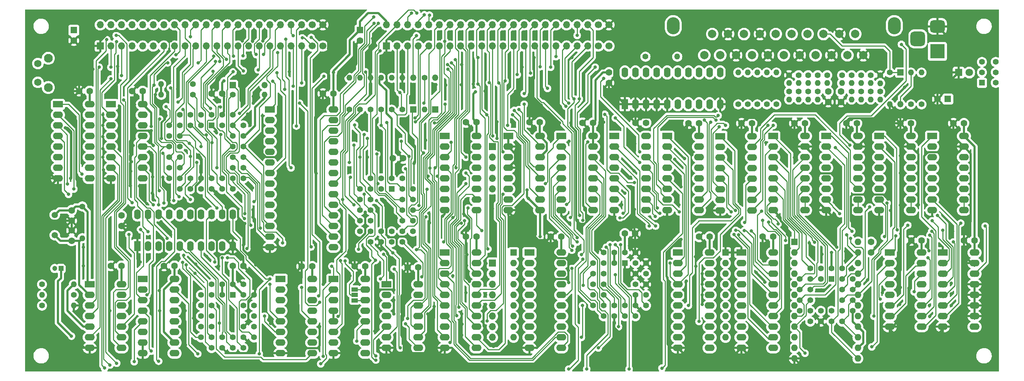
<source format=gbr>
%TF.GenerationSoftware,KiCad,Pcbnew,7.0.9*%
%TF.CreationDate,2023-12-14T15:38:49+00:00*%
%TF.ProjectId,v1a,7631612e-6b69-4636-9164-5f7063625858,rev?*%
%TF.SameCoordinates,Original*%
%TF.FileFunction,Copper,L2,Bot*%
%TF.FilePolarity,Positive*%
%FSLAX46Y46*%
G04 Gerber Fmt 4.6, Leading zero omitted, Abs format (unit mm)*
G04 Created by KiCad (PCBNEW 7.0.9) date 2023-12-14 15:38:49*
%MOMM*%
%LPD*%
G01*
G04 APERTURE LIST*
G04 Aperture macros list*
%AMRoundRect*
0 Rectangle with rounded corners*
0 $1 Rounding radius*
0 $2 $3 $4 $5 $6 $7 $8 $9 X,Y pos of 4 corners*
0 Add a 4 corners polygon primitive as box body*
4,1,4,$2,$3,$4,$5,$6,$7,$8,$9,$2,$3,0*
0 Add four circle primitives for the rounded corners*
1,1,$1+$1,$2,$3*
1,1,$1+$1,$4,$5*
1,1,$1+$1,$6,$7*
1,1,$1+$1,$8,$9*
0 Add four rect primitives between the rounded corners*
20,1,$1+$1,$2,$3,$4,$5,0*
20,1,$1+$1,$4,$5,$6,$7,0*
20,1,$1+$1,$6,$7,$8,$9,0*
20,1,$1+$1,$8,$9,$2,$3,0*%
G04 Aperture macros list end*
%TA.AperFunction,ComponentPad*%
%ADD10C,1.400000*%
%TD*%
%TA.AperFunction,ComponentPad*%
%ADD11O,1.400000X1.400000*%
%TD*%
%TA.AperFunction,ComponentPad*%
%ADD12R,2.400000X1.600000*%
%TD*%
%TA.AperFunction,ComponentPad*%
%ADD13O,2.400000X1.600000*%
%TD*%
%TA.AperFunction,ComponentPad*%
%ADD14C,1.600000*%
%TD*%
%TA.AperFunction,ComponentPad*%
%ADD15R,1.422400X1.422400*%
%TD*%
%TA.AperFunction,ComponentPad*%
%ADD16C,1.422400*%
%TD*%
%TA.AperFunction,WasherPad*%
%ADD17O,3.100000X4.100000*%
%TD*%
%TA.AperFunction,ComponentPad*%
%ADD18C,1.998980*%
%TD*%
%TA.AperFunction,ComponentPad*%
%ADD19R,1.400000X1.400000*%
%TD*%
%TA.AperFunction,ComponentPad*%
%ADD20R,1.700000X1.700000*%
%TD*%
%TA.AperFunction,ComponentPad*%
%ADD21O,1.700000X1.700000*%
%TD*%
%TA.AperFunction,ComponentPad*%
%ADD22C,1.500000*%
%TD*%
%TA.AperFunction,ComponentPad*%
%ADD23C,1.700000*%
%TD*%
%TA.AperFunction,ComponentPad*%
%ADD24R,3.500000X3.500000*%
%TD*%
%TA.AperFunction,ComponentPad*%
%ADD25RoundRect,0.750000X-1.000000X0.750000X-1.000000X-0.750000X1.000000X-0.750000X1.000000X0.750000X0*%
%TD*%
%TA.AperFunction,ComponentPad*%
%ADD26RoundRect,0.875000X-0.875000X0.875000X-0.875000X-0.875000X0.875000X-0.875000X0.875000X0.875000X0*%
%TD*%
%TA.AperFunction,ComponentPad*%
%ADD27R,1.600000X1.600000*%
%TD*%
%TA.AperFunction,ComponentPad*%
%ADD28O,1.600000X1.600000*%
%TD*%
%TA.AperFunction,ComponentPad*%
%ADD29R,1.500000X1.500000*%
%TD*%
%TA.AperFunction,ComponentPad*%
%ADD30O,1.500000X1.500000*%
%TD*%
%TA.AperFunction,ComponentPad*%
%ADD31R,1.800000X1.800000*%
%TD*%
%TA.AperFunction,ComponentPad*%
%ADD32C,1.800000*%
%TD*%
%TA.AperFunction,ComponentPad*%
%ADD33R,1.600000X2.400000*%
%TD*%
%TA.AperFunction,ComponentPad*%
%ADD34O,1.600000X2.400000*%
%TD*%
%TA.AperFunction,ComponentPad*%
%ADD35C,2.100000*%
%TD*%
%TA.AperFunction,ComponentPad*%
%ADD36C,1.750000*%
%TD*%
%TA.AperFunction,ComponentPad*%
%ADD37R,1.200000X1.200000*%
%TD*%
%TA.AperFunction,ComponentPad*%
%ADD38C,1.200000*%
%TD*%
%TA.AperFunction,SMDPad,CuDef*%
%ADD39R,1.500000X1.000000*%
%TD*%
%TA.AperFunction,ViaPad*%
%ADD40C,0.800000*%
%TD*%
%TA.AperFunction,Conductor*%
%ADD41C,0.250000*%
%TD*%
%TA.AperFunction,Conductor*%
%ADD42C,0.500000*%
%TD*%
G04 APERTURE END LIST*
D10*
%TO.P,R3,1*%
%TO.N,~{NMI}*%
X65405000Y-87884000D03*
D11*
%TO.P,R3,2*%
%TO.N,+5V*%
X57785000Y-87884000D03*
%TD*%
D10*
%TO.P,R26,1*%
%TO.N,Net-(R21-Pad1)*%
X215138000Y-85725000D03*
D11*
%TO.P,R26,2*%
%TO.N,Net-(C4-Pad2)*%
X215138000Y-87625000D03*
%TD*%
D12*
%TO.P,U9,1,OE*%
%TO.N,~{VPixel}*%
X181610000Y-128270000D03*
D13*
%TO.P,U9,2,D0*%
%TO.N,D7*%
X181610000Y-130810000D03*
%TO.P,U9,3,D1*%
%TO.N,D6*%
X181610000Y-133350000D03*
%TO.P,U9,4,D2*%
%TO.N,D5*%
X181610000Y-135890000D03*
%TO.P,U9,5,D3*%
%TO.N,D4*%
X181610000Y-138430000D03*
%TO.P,U9,6,D4*%
%TO.N,D3*%
X181610000Y-140970000D03*
%TO.P,U9,7,D5*%
%TO.N,D2*%
X181610000Y-143510000D03*
%TO.P,U9,8,D6*%
%TO.N,D1*%
X181610000Y-146050000D03*
%TO.P,U9,9,D7*%
%TO.N,D0*%
X181610000Y-148590000D03*
%TO.P,U9,10,GND*%
%TO.N,GND*%
X181610000Y-151130000D03*
%TO.P,U9,11,Cp*%
%TO.N,~{PalGet}*%
X189230000Y-151130000D03*
%TO.P,U9,12,Q7*%
%TO.N,Net-(RN1-R8)*%
X189230000Y-148590000D03*
%TO.P,U9,13,Q6*%
%TO.N,Net-(RN1-R7)*%
X189230000Y-146050000D03*
%TO.P,U9,14,Q5*%
%TO.N,Net-(RN1-R6)*%
X189230000Y-143510000D03*
%TO.P,U9,15,Q4*%
%TO.N,Net-(RN1-R5)*%
X189230000Y-140970000D03*
%TO.P,U9,16,Q3*%
%TO.N,Net-(RN1-R4)*%
X189230000Y-138430000D03*
%TO.P,U9,17,Q2*%
%TO.N,Net-(RN1-R3)*%
X189230000Y-135890000D03*
%TO.P,U9,18,Q1*%
%TO.N,Net-(RN1-R2)*%
X189230000Y-133350000D03*
%TO.P,U9,19,Q0*%
%TO.N,Net-(RN1-R1)*%
X189230000Y-130810000D03*
%TO.P,U9,20,VCC*%
%TO.N,+5V*%
X189230000Y-128270000D03*
%TD*%
D10*
%TO.P,R8,1*%
%TO.N,A10*%
X102870000Y-93980000D03*
D11*
%TO.P,R8,2*%
%TO.N,750K*%
X102870000Y-86360000D03*
%TD*%
D10*
%TO.P,R22,1*%
%TO.N,Net-(C4-Pad2)*%
X215138000Y-89662000D03*
D11*
%TO.P,R22,2*%
%TO.N,/Audio/L3*%
X215138000Y-91562000D03*
%TD*%
D12*
%TO.P,U28,1,A14*%
%TO.N,A14*%
X83820000Y-93980000D03*
D13*
%TO.P,U28,2,A12*%
%TO.N,A12*%
X83820000Y-96520000D03*
%TO.P,U28,3,A7*%
%TO.N,A7*%
X83820000Y-99060000D03*
%TO.P,U28,4,A6*%
%TO.N,A6*%
X83820000Y-101600000D03*
%TO.P,U28,5,A5*%
%TO.N,A5*%
X83820000Y-104140000D03*
%TO.P,U28,6,A4*%
%TO.N,A4*%
X83820000Y-106680000D03*
%TO.P,U28,7,A3*%
%TO.N,A3*%
X83820000Y-109220000D03*
%TO.P,U28,8,A2*%
%TO.N,A2*%
X83820000Y-111760000D03*
%TO.P,U28,9,A1*%
%TO.N,A1*%
X83820000Y-114300000D03*
%TO.P,U28,10,A0*%
%TO.N,A0*%
X83820000Y-116840000D03*
%TO.P,U28,11,Q0*%
%TO.N,D0*%
X83820000Y-119380000D03*
%TO.P,U28,12,Q1*%
%TO.N,D1*%
X83820000Y-121920000D03*
%TO.P,U28,13,Q2*%
%TO.N,D2*%
X83820000Y-124460000D03*
%TO.P,U28,14,GND*%
%TO.N,GND*%
X83820000Y-127000000D03*
%TO.P,U28,15,Q3*%
%TO.N,D3*%
X99060000Y-127000000D03*
%TO.P,U28,16,Q4*%
%TO.N,D4*%
X99060000Y-124460000D03*
%TO.P,U28,17,Q5*%
%TO.N,D5*%
X99060000Y-121920000D03*
%TO.P,U28,18,Q6*%
%TO.N,D6*%
X99060000Y-119380000D03*
%TO.P,U28,19,Q7*%
%TO.N,D7*%
X99060000Y-116840000D03*
%TO.P,U28,20,~{CS}*%
%TO.N,~{RAM}*%
X99060000Y-114300000D03*
%TO.P,U28,21,A10*%
%TO.N,A10*%
X99060000Y-111760000D03*
%TO.P,U28,22,~{OE}*%
%TO.N,GND*%
X99060000Y-109220000D03*
%TO.P,U28,23,A11*%
%TO.N,A11*%
X99060000Y-106680000D03*
%TO.P,U28,24,A9*%
%TO.N,A9*%
X99060000Y-104140000D03*
%TO.P,U28,25,A8*%
%TO.N,A8*%
X99060000Y-101600000D03*
%TO.P,U28,26,A13*%
%TO.N,A13*%
X99060000Y-99060000D03*
%TO.P,U28,27,~{WE}*%
%TO.N,R{slash}~{W}*%
X99060000Y-96520000D03*
%TO.P,U28,28,VCC*%
%TO.N,+5V*%
X99060000Y-93980000D03*
%TD*%
D14*
%TO.P,Cd5,1*%
%TO.N,+5V*%
X74950000Y-131445000D03*
%TO.P,Cd5,2*%
%TO.N,GND*%
X77450000Y-131445000D03*
%TD*%
D10*
%TO.P,R28,1*%
%TO.N,Net-(R28-Pad1)*%
X230124000Y-89662000D03*
D11*
%TO.P,R28,2*%
%TO.N,/Audio/R0*%
X230124000Y-91562000D03*
%TD*%
D12*
%TO.P,U31,1,G1*%
%TO.N,A7*%
X146050000Y-128270000D03*
D13*
%TO.P,U31,2,A0*%
%TO.N,/IO/KeyOUT 7*%
X146050000Y-130810000D03*
%TO.P,U31,3,A1*%
%TO.N,/IO/KeyOUT 6*%
X146050000Y-133350000D03*
%TO.P,U31,4,A2*%
%TO.N,/IO/KeyOUT 5*%
X146050000Y-135890000D03*
%TO.P,U31,5,A3*%
%TO.N,/IO/KeyOUT 4*%
X146050000Y-138430000D03*
%TO.P,U31,6,A4*%
%TO.N,/IO/KeyOUT 3*%
X146050000Y-140970000D03*
%TO.P,U31,7,A5*%
%TO.N,/IO/KeyOUT 2*%
X146050000Y-143510000D03*
%TO.P,U31,8,A6*%
%TO.N,/IO/KeyOUT 1*%
X146050000Y-146050000D03*
%TO.P,U31,9,A7*%
%TO.N,/IO/KeyOUT 0*%
X146050000Y-148590000D03*
%TO.P,U31,10,GND*%
%TO.N,GND*%
X146050000Y-151130000D03*
%TO.P,U31,11,Y7*%
%TO.N,D0*%
X153670000Y-151130000D03*
%TO.P,U31,12,Y6*%
%TO.N,D1*%
X153670000Y-148590000D03*
%TO.P,U31,13,Y5*%
%TO.N,D2*%
X153670000Y-146050000D03*
%TO.P,U31,14,Y4*%
%TO.N,D3*%
X153670000Y-143510000D03*
%TO.P,U31,15,Y3*%
%TO.N,D4*%
X153670000Y-140970000D03*
%TO.P,U31,16,Y2*%
%TO.N,D5*%
X153670000Y-138430000D03*
%TO.P,U31,17,Y1*%
%TO.N,D6*%
X153670000Y-135890000D03*
%TO.P,U31,18,Y0*%
%TO.N,D7*%
X153670000Y-133350000D03*
%TO.P,U31,19,G2*%
%TO.N,~{IO}*%
X153670000Y-130810000D03*
%TO.P,U31,20,VCC*%
%TO.N,+5V*%
X153670000Y-128270000D03*
%TD*%
D10*
%TO.P,R15,1*%
%TO.N,Net-(U15-Q5)*%
X198374000Y-92710000D03*
D11*
%TO.P,R15,2*%
%TO.N,VBlue*%
X198374000Y-85090000D03*
%TD*%
D12*
%TO.P,U30,1,A0*%
%TO.N,A4*%
X125730000Y-100330000D03*
D13*
%TO.P,U30,2,A1*%
%TO.N,A5*%
X125730000Y-102870000D03*
%TO.P,U30,3,A2*%
%TO.N,A6*%
X125730000Y-105410000D03*
%TO.P,U30,4,~{E0}*%
%TO.N,~{IO}*%
X125730000Y-107950000D03*
%TO.P,U30,5,~{E1}*%
%TO.N,GND*%
X125730000Y-110490000D03*
%TO.P,U30,6,E2*%
%TO.N,3M*%
X125730000Y-113030000D03*
%TO.P,U30,7,~{Y7}*%
%TO.N,~{VolWr}*%
X125730000Y-115570000D03*
%TO.P,U30,8,GND*%
%TO.N,GND*%
X125730000Y-118110000D03*
%TO.P,U30,9,~{Y6}*%
%TO.N,~{OscWr}*%
X133350000Y-118110000D03*
%TO.P,U30,10,~{Y5}*%
%TO.N,/IO/BANK*%
X133350000Y-115570000D03*
%TO.P,U30,11,~{Y4}*%
%TO.N,/IO/KeyIN 4*%
X133350000Y-113030000D03*
%TO.P,U30,12,~{Y3}*%
%TO.N,/IO/KeyIN 3*%
X133350000Y-110490000D03*
%TO.P,U30,13,~{Y2}*%
%TO.N,/IO/KeyIN 2*%
X133350000Y-107950000D03*
%TO.P,U30,14,~{Y1}*%
%TO.N,/IO/KeyIN 1*%
X133350000Y-105410000D03*
%TO.P,U30,15,~{Y0}*%
%TO.N,/IO/KeyIN 0*%
X133350000Y-102870000D03*
%TO.P,U30,16,VCC*%
%TO.N,+5V*%
X133350000Y-100330000D03*
%TD*%
D10*
%TO.P,R39,1*%
%TO.N,~{VSync}*%
X173863000Y-81280000D03*
D11*
%TO.P,R39,2*%
%TO.N,Net-(J4-P19)*%
X181483000Y-81280000D03*
%TD*%
D14*
%TO.P,C2,1*%
%TO.N,Net-(C2-Pad1)*%
X36322000Y-118130000D03*
%TO.P,C2,2*%
%TO.N,GND*%
X36322000Y-120630000D03*
%TD*%
%TO.P,Cd31,1*%
%TO.N,+5V*%
X153670000Y-124454985D03*
%TO.P,Cd31,2*%
%TO.N,GND*%
X151170000Y-124454985D03*
%TD*%
%TO.P,C4,1*%
%TO.N,GND*%
X217678000Y-92162000D03*
%TO.P,C4,2*%
%TO.N,Net-(C4-Pad2)*%
X217678000Y-89662000D03*
%TD*%
D10*
%TO.P,R16,1*%
%TO.N,Net-(U15-Q5)*%
X200660000Y-92710000D03*
D11*
%TO.P,R16,2*%
%TO.N,VGreen*%
X200660000Y-85090000D03*
%TD*%
D10*
%TO.P,R37,1*%
%TO.N,~{CART}*%
X120878600Y-86334600D03*
D11*
%TO.P,R37,2*%
%TO.N,Net-(D4-K)*%
X120878600Y-93954600D03*
%TD*%
D15*
%TO.P,U5,1,A18*%
%TO.N,GND*%
X74930000Y-138430000D03*
D16*
%TO.P,U5,2,A16*%
X72390000Y-135890000D03*
%TO.P,U5,3,A15*%
X72390000Y-138430000D03*
%TO.P,U5,4,A12*%
%TO.N,Net-(U4-Q8)*%
X69850000Y-135890000D03*
%TO.P,U5,5,A7*%
%TO.N,Net-(U4-Q3)*%
X67310000Y-138430000D03*
%TO.P,U5,6,A6*%
%TO.N,Net-(U4-Q2)*%
X69850000Y-138430000D03*
%TO.P,U5,7,A5*%
%TO.N,Net-(U4-Q1)*%
X67310000Y-140970000D03*
%TO.P,U5,8,A4*%
%TO.N,Net-(U4-Q0)*%
X69850000Y-140970000D03*
%TO.P,U5,9,A3*%
%TO.N,Net-(U3B-Q4)*%
X67310000Y-143510000D03*
%TO.P,U5,10,A2*%
%TO.N,Net-(U3B-Q3)*%
X69850000Y-143510000D03*
%TO.P,U5,11,A1*%
%TO.N,Net-(U3B-Q2)*%
X67310000Y-146050000D03*
%TO.P,U5,12,A0*%
%TO.N,Net-(U3B-Q1)*%
X69850000Y-146050000D03*
%TO.P,U5,13,D0*%
%TO.N,Net-(U5-D0)*%
X67310000Y-148590000D03*
%TO.P,U5,14,D1*%
%TO.N,Net-(U5-D1)*%
X69850000Y-151130000D03*
%TO.P,U5,15,D2*%
%TO.N,Net-(U5-D2)*%
X69850000Y-148590000D03*
%TO.P,U5,16,VSS*%
%TO.N,GND*%
X72390000Y-151130000D03*
%TO.P,U5,17,D3*%
%TO.N,Net-(U5-D3)*%
X72390000Y-148590000D03*
%TO.P,U5,18,D4*%
%TO.N,Net-(U5-D4)*%
X74930000Y-151130000D03*
%TO.P,U5,19,D5*%
%TO.N,Net-(U5-D5)*%
X74930000Y-148590000D03*
%TO.P,U5,20,D6*%
%TO.N,Net-(U5-D6)*%
X77470000Y-151130000D03*
%TO.P,U5,21,D7*%
%TO.N,Net-(U5-D7)*%
X80010000Y-148590000D03*
%TO.P,U5,22,~{CE}*%
%TO.N,GND*%
X77470000Y-148590000D03*
%TO.P,U5,23,A10*%
%TO.N,Net-(U4-Q6)*%
X80010000Y-146050000D03*
%TO.P,U5,24,~{OE}*%
%TO.N,GND*%
X77470000Y-146050000D03*
%TO.P,U5,25,A11*%
%TO.N,Net-(U4-Q7)*%
X80010000Y-143510000D03*
%TO.P,U5,26,A9*%
%TO.N,Net-(U4-Q5)*%
X77470000Y-143510000D03*
%TO.P,U5,27,A8*%
%TO.N,Net-(U4-Q4)*%
X80010000Y-140970000D03*
%TO.P,U5,28,A13*%
%TO.N,Net-(U4-Q9)*%
X77470000Y-140970000D03*
%TO.P,U5,29,A14*%
%TO.N,GND*%
X80010000Y-138430000D03*
%TO.P,U5,30,A17*%
X77470000Y-135890000D03*
%TO.P,U5,31,~{WE}*%
%TO.N,+5V*%
X77470000Y-138430000D03*
%TO.P,U5,32,VDD*%
X74930000Y-135890000D03*
%TD*%
D10*
%TO.P,R21,1*%
%TO.N,Net-(R21-Pad1)*%
X212852000Y-89662000D03*
D11*
%TO.P,R21,2*%
%TO.N,/Audio/L2*%
X212852000Y-91562000D03*
%TD*%
D14*
%TO.P,Cd28,1*%
%TO.N,+5V*%
X99060000Y-90170000D03*
%TO.P,Cd28,2*%
%TO.N,GND*%
X96560000Y-90170000D03*
%TD*%
%TO.P,Cd9,1*%
%TO.N,+5V*%
X189230000Y-124460000D03*
%TO.P,Cd9,2*%
%TO.N,GND*%
X186730000Y-124460000D03*
%TD*%
D10*
%TO.P,R7,1*%
%TO.N,Net-(C2-Pad1)*%
X38862000Y-117184000D03*
D11*
%TO.P,R7,2*%
%TO.N,Net-(C3-Pad1)*%
X38862000Y-124804000D03*
%TD*%
D12*
%TO.P,U2,1*%
%TO.N,Net-(C2-Pad1)*%
X40640000Y-135890000D03*
D13*
%TO.P,U2,2*%
%TO.N,Net-(C3-Pad1)*%
X40640000Y-138430000D03*
%TO.P,U2,3*%
%TO.N,B7*%
X40640000Y-140970000D03*
%TO.P,U2,4*%
%TO.N,~{B7}*%
X40640000Y-143510000D03*
%TO.P,U2,5*%
%TO.N,Net-(R6-Pad2)*%
X40640000Y-146050000D03*
%TO.P,U2,6*%
%TO.N,~{RESET}*%
X40640000Y-148590000D03*
%TO.P,U2,7,GND*%
%TO.N,GND*%
X40640000Y-151130000D03*
%TO.P,U2,8*%
%TO.N,~{R}{slash}W*%
X48260000Y-151130000D03*
%TO.P,U2,9*%
%TO.N,R{slash}~{W}*%
X48260000Y-148590000D03*
%TO.P,U2,10*%
%TO.N,~{6M}*%
X48260000Y-146050000D03*
%TO.P,U2,11*%
%TO.N,6M*%
X48260000Y-143510000D03*
%TO.P,U2,12*%
%TO.N,12M*%
X48260000Y-140970000D03*
%TO.P,U2,13*%
%TO.N,Net-(C3-Pad1)*%
X48260000Y-138430000D03*
%TO.P,U2,14,VCC*%
%TO.N,+5V*%
X48260000Y-135890000D03*
%TD*%
D17*
%TO.P,J4,*%
%TO.N,*%
X233509820Y-73860660D03*
X180510180Y-73860660D03*
D18*
%TO.P,J4,1,P1*%
%TO.N,RIGHT*%
X187960000Y-80939640D03*
%TO.P,J4,2,P2*%
%TO.N,unconnected-(J4-P2-Pad2)*%
X189865000Y-75859640D03*
%TO.P,J4,3,P3*%
%TO.N,LEFT*%
X191770000Y-80939640D03*
%TO.P,J4,4,P4*%
%TO.N,GND*%
X193675000Y-75859640D03*
%TO.P,J4,5,P5*%
X195580000Y-80939640D03*
%TO.P,J4,6,P6*%
%TO.N,unconnected-(J4-P6-Pad6)*%
X197485000Y-75859640D03*
%TO.P,J4,7,P7*%
%TO.N,VBlue*%
X199390000Y-80939640D03*
%TO.P,J4,8,P8*%
%TO.N,GND*%
X201295000Y-75859640D03*
%TO.P,J4,9,P9*%
X203200000Y-80939640D03*
%TO.P,J4,10,P10*%
%TO.N,unconnected-(J4-P10-Pad10)*%
X205105000Y-75859640D03*
%TO.P,J4,11,P11*%
%TO.N,VGreen*%
X207010000Y-80939640D03*
%TO.P,J4,12,P12*%
%TO.N,unconnected-(J4-P12-Pad12)*%
X208915000Y-75859640D03*
%TO.P,J4,13,P13*%
%TO.N,GND*%
X210820000Y-80939640D03*
%TO.P,J4,14,P14*%
%TO.N,unconnected-(J4-P14-Pad14)*%
X212725000Y-75859640D03*
%TO.P,J4,15,P15*%
%TO.N,VRed*%
X214630000Y-80939640D03*
%TO.P,J4,16,P16*%
%TO.N,Net-(D2-K)*%
X216535000Y-75859640D03*
%TO.P,J4,17,P17*%
%TO.N,GND*%
X218440000Y-80939640D03*
%TO.P,J4,18,P18*%
X220345000Y-75859640D03*
%TO.P,J4,19,P19*%
%TO.N,Net-(J4-P19)*%
X222250000Y-80939640D03*
%TO.P,J4,20,P20*%
%TO.N,unconnected-(J4-P20-Pad20)*%
X224155000Y-75859640D03*
%TO.P,J4,21,P21*%
%TO.N,GND*%
X226060000Y-80939640D03*
%TD*%
D10*
%TO.P,R33,1*%
%TO.N,Net-(R28-Pad1)*%
X227838000Y-85730000D03*
D11*
%TO.P,R33,2*%
%TO.N,Net-(R29-Pad1)*%
X227838000Y-87630000D03*
%TD*%
D10*
%TO.P,R32,1*%
%TO.N,GND*%
X230124000Y-85751000D03*
D11*
%TO.P,R32,2*%
%TO.N,Net-(R28-Pad1)*%
X230124000Y-87651000D03*
%TD*%
D10*
%TO.P,R1,1*%
%TO.N,RDY*%
X65405000Y-90424000D03*
D11*
%TO.P,R1,2*%
%TO.N,+5V*%
X57785000Y-90424000D03*
%TD*%
D10*
%TO.P,R14,1*%
%TO.N,Net-(U15-Q4)*%
X196088000Y-92710000D03*
D11*
%TO.P,R14,2*%
%TO.N,VBlue*%
X196088000Y-85090000D03*
%TD*%
D12*
%TO.P,U16,1,E*%
%TO.N,~{VolWr}*%
X232410000Y-128270000D03*
D13*
%TO.P,U16,2,A0*%
%TO.N,A2*%
X232410000Y-130810000D03*
%TO.P,U16,3,A1*%
%TO.N,3M*%
X232410000Y-133350000D03*
%TO.P,U16,4,O0*%
%TO.N,unconnected-(U16A-O0-Pad4)*%
X232410000Y-135890000D03*
%TO.P,U16,5,O1*%
%TO.N,unconnected-(U16A-O1-Pad5)*%
X232410000Y-138430000D03*
%TO.P,U16,6,O2*%
%TO.N,/Audio/volume*%
X232410000Y-140970000D03*
%TO.P,U16,7,O3*%
%TO.N,Net-(U16A-O3)*%
X232410000Y-143510000D03*
%TO.P,U16,8,GND*%
%TO.N,GND*%
X232410000Y-146050000D03*
%TO.P,U16,9,O3*%
%TO.N,/Audio/wave 4*%
X240030000Y-146050000D03*
%TO.P,U16,10,O2*%
%TO.N,/Audio/wave 3*%
X240030000Y-143510000D03*
%TO.P,U16,11,O1*%
%TO.N,/Audio/wave 2*%
X240030000Y-140970000D03*
%TO.P,U16,12,O0*%
%TO.N,/Audio/wave 1*%
X240030000Y-138430000D03*
%TO.P,U16,13,A1*%
%TO.N,A1*%
X240030000Y-135890000D03*
%TO.P,U16,14,A0*%
%TO.N,A0*%
X240030000Y-133350000D03*
%TO.P,U16,15,E*%
%TO.N,Net-(U16A-O3)*%
X240030000Y-130810000D03*
%TO.P,U16,16,VCC*%
%TO.N,+5V*%
X240030000Y-128270000D03*
%TD*%
D10*
%TO.P,R41,1*%
%TO.N,+5V*%
X240030000Y-92710000D03*
D11*
%TO.P,R41,2*%
%TO.N,Net-(D3-A)*%
X240030000Y-85090000D03*
%TD*%
D14*
%TO.P,Cd11,1*%
%TO.N,+5V*%
X53320000Y-89535000D03*
%TO.P,Cd11,2*%
%TO.N,GND*%
X50820000Y-89535000D03*
%TD*%
D10*
%TO.P,R25,1*%
%TO.N,Net-(R20-Pad1)*%
X212852000Y-85730000D03*
D11*
%TO.P,R25,2*%
%TO.N,Net-(R21-Pad1)*%
X212852000Y-87630000D03*
%TD*%
D19*
%TO.P,SW2,1,A*%
%TO.N,unconnected-(SW2A-A-Pad1)*%
X254510000Y-87548300D03*
D10*
%TO.P,SW2,2,B*%
%TO.N,+5V*%
X254510000Y-85048300D03*
%TO.P,SW2,3,C*%
%TO.N,VBUS*%
X254510000Y-82548300D03*
%TO.P,SW2,4,A*%
%TO.N,unconnected-(SW2B-A-Pad4)*%
X257810000Y-87548300D03*
%TO.P,SW2,5,B*%
%TO.N,+5V*%
X257810000Y-85048300D03*
%TO.P,SW2,6,C*%
%TO.N,VBUS*%
X257810000Y-82548300D03*
%TD*%
D20*
%TO.P,J2,1,Pin_1*%
%TO.N,/IO/KeyOUT 7*%
X137160000Y-130810000D03*
D21*
%TO.P,J2,2,Pin_2*%
%TO.N,/IO/KeyOUT 6*%
X137160000Y-133350000D03*
%TO.P,J2,3,Pin_3*%
%TO.N,/IO/KeyOUT 5*%
X137160000Y-135890000D03*
%TO.P,J2,4,Pin_4*%
%TO.N,/IO/KeyOUT 4*%
X137160000Y-138430000D03*
%TO.P,J2,5,Pin_5*%
%TO.N,/IO/KeyOUT 3*%
X137160000Y-140970000D03*
%TO.P,J2,6,Pin_6*%
%TO.N,/IO/KeyOUT 2*%
X137160000Y-143510000D03*
%TO.P,J2,7,Pin_7*%
%TO.N,/IO/KeyOUT 1*%
X137160000Y-146050000D03*
%TO.P,J2,8,Pin_8*%
%TO.N,/IO/KeyOUT 0*%
X137160000Y-148590000D03*
%TD*%
D15*
%TO.P,U8,1,A18*%
%TO.N,GND*%
X168910000Y-130810000D03*
D16*
%TO.P,U8,2,A16*%
X166370000Y-128270000D03*
%TO.P,U8,3,A15*%
X166370000Y-130810000D03*
%TO.P,U8,4,A12*%
X163830000Y-128270000D03*
%TO.P,U8,5,A7*%
%TO.N,D4*%
X161290000Y-130810000D03*
%TO.P,U8,6,A6*%
%TO.N,/Video/Y2*%
X163830000Y-130810000D03*
%TO.P,U8,7,A5*%
%TO.N,/Video/Y1*%
X161290000Y-133350000D03*
%TO.P,U8,8,A4*%
%TO.N,/Video/Y0*%
X163830000Y-133350000D03*
%TO.P,U8,9,A3*%
%TO.N,D3*%
X161290000Y-135890000D03*
%TO.P,U8,10,A2*%
%TO.N,D2*%
X163830000Y-135890000D03*
%TO.P,U8,11,A1*%
%TO.N,D1*%
X161290000Y-138430000D03*
%TO.P,U8,12,A0*%
%TO.N,D0*%
X163830000Y-138430000D03*
%TO.P,U8,13,D0*%
%TO.N,Net-(U13-D0)*%
X161290000Y-140970000D03*
%TO.P,U8,14,D1*%
%TO.N,Net-(U13-D1)*%
X163830000Y-143510000D03*
%TO.P,U8,15,D2*%
%TO.N,Net-(U13-D2)*%
X163830000Y-140970000D03*
%TO.P,U8,16,VSS*%
%TO.N,GND*%
X166370000Y-143510000D03*
%TO.P,U8,17,D3*%
%TO.N,Net-(U13-D3)*%
X166370000Y-140970000D03*
%TO.P,U8,18,D4*%
%TO.N,Net-(U13-D4)*%
X168910000Y-143510000D03*
%TO.P,U8,19,D5*%
%TO.N,Net-(U13-D5)*%
X168910000Y-140970000D03*
%TO.P,U8,20,D6*%
%TO.N,Net-(U13-D6)*%
X171450000Y-143510000D03*
%TO.P,U8,21,D7*%
%TO.N,Net-(U13-D7)*%
X173990000Y-140970000D03*
%TO.P,U8,22,~{CE}*%
%TO.N,GND*%
X171450000Y-140970000D03*
%TO.P,U8,23,A10*%
%TO.N,D7*%
X173990000Y-138430000D03*
%TO.P,U8,24,~{OE}*%
%TO.N,GND*%
X171450000Y-138430000D03*
%TO.P,U8,25,A11*%
X173990000Y-135890000D03*
%TO.P,U8,26,A9*%
%TO.N,D6*%
X171450000Y-135890000D03*
%TO.P,U8,27,A8*%
%TO.N,D5*%
X173990000Y-133350000D03*
%TO.P,U8,28,A13*%
%TO.N,GND*%
X171450000Y-133350000D03*
%TO.P,U8,29,A14*%
X173990000Y-130810000D03*
%TO.P,U8,30,A17*%
X171450000Y-128270000D03*
%TO.P,U8,31,~{WE}*%
%TO.N,+5V*%
X171450000Y-130810000D03*
%TO.P,U8,32,VDD*%
X168910000Y-128270000D03*
%TD*%
D10*
%TO.P,R12,1*%
%TO.N,A14*%
X113030000Y-93980000D03*
D11*
%TO.P,R12,2*%
%TO.N,+5V*%
X113030000Y-86360000D03*
%TD*%
D14*
%TO.P,Cd8,1*%
%TO.N,+5V*%
X168910000Y-123698000D03*
%TO.P,Cd8,2*%
%TO.N,GND*%
X171410000Y-123698000D03*
%TD*%
D22*
%TO.P,Y1,1,1*%
%TO.N,Net-(C2-Pad1)*%
X32258000Y-119216000D03*
%TO.P,Y1,2,2*%
%TO.N,Net-(C3-Pad1)*%
X32258000Y-124096000D03*
%TD*%
D20*
%TO.P,J6,1,Pin_1*%
%TO.N,GND*%
X111760000Y-78740000D03*
D21*
%TO.P,J6,2,Pin_2*%
%TO.N,+5V*%
X111760000Y-73660000D03*
%TO.P,J6,3,Pin_3*%
%TO.N,A15*%
X114300000Y-78740000D03*
%TO.P,J6,4,Pin_4*%
%TO.N,D7*%
X114300000Y-73660000D03*
%TO.P,J6,5,Pin_5*%
%TO.N,A14*%
X116840000Y-78740000D03*
%TO.P,J6,6,Pin_6*%
%TO.N,D6*%
X116840000Y-73660000D03*
%TO.P,J6,7,Pin_7*%
%TO.N,A13*%
X119380000Y-78740000D03*
%TO.P,J6,8,Pin_8*%
%TO.N,D5*%
X119380000Y-73660000D03*
%TO.P,J6,9,Pin_9*%
%TO.N,A12*%
X121920000Y-78740000D03*
%TO.P,J6,10,Pin_10*%
%TO.N,D4*%
X121920000Y-73660000D03*
%TO.P,J6,11,Pin_11*%
%TO.N,A11*%
X124460000Y-78740000D03*
%TO.P,J6,12,Pin_12*%
%TO.N,D3*%
X124460000Y-73660000D03*
%TO.P,J6,13,Pin_13*%
%TO.N,A10*%
X127000000Y-78740000D03*
%TO.P,J6,14,Pin_14*%
%TO.N,D2*%
X127000000Y-73660000D03*
%TO.P,J6,15,Pin_15*%
%TO.N,A9*%
X129540000Y-78740000D03*
%TO.P,J6,16,Pin_16*%
%TO.N,D1*%
X129540000Y-73660000D03*
%TO.P,J6,17,Pin_17*%
%TO.N,A8*%
X132080000Y-78740000D03*
%TO.P,J6,18,Pin_18*%
%TO.N,D0*%
X132080000Y-73660000D03*
%TO.P,J6,19,Pin_19*%
%TO.N,A7*%
X134620000Y-78740000D03*
%TO.P,J6,20,Pin_20*%
%TO.N,B7*%
X134620000Y-73660000D03*
%TO.P,J6,21,Pin_21*%
%TO.N,A6*%
X137160000Y-78740000D03*
%TO.P,J6,22,Pin_22*%
%TO.N,B6*%
X137160000Y-73660000D03*
%TO.P,J6,23,Pin_23*%
%TO.N,A5*%
X139700000Y-78740000D03*
%TO.P,J6,24,Pin_24*%
%TO.N,B5*%
X139700000Y-73660000D03*
%TO.P,J6,25,Pin_25*%
%TO.N,A4*%
X142240000Y-78740000D03*
%TO.P,J6,26,Pin_26*%
%TO.N,B4*%
X142240000Y-73660000D03*
%TO.P,J6,27,Pin_27*%
%TO.N,A3*%
X144780000Y-78740000D03*
%TO.P,J6,28,Pin_28*%
%TO.N,B3*%
X144780000Y-73660000D03*
%TO.P,J6,29,Pin_29*%
%TO.N,A2*%
X147320000Y-78740000D03*
%TO.P,J6,30,Pin_30*%
%TO.N,B2*%
X147320000Y-73660000D03*
%TO.P,J6,31,Pin_31*%
%TO.N,A1*%
X149860000Y-78740000D03*
%TO.P,J6,32,Pin_32*%
%TO.N,B1*%
X149860000Y-73660000D03*
%TO.P,J6,33,Pin_33*%
%TO.N,A0*%
X152400000Y-78740000D03*
%TO.P,J6,34,Pin_34*%
%TO.N,B0*%
X152400000Y-73660000D03*
%TO.P,J6,35,Pin_35*%
%TO.N,~{CART}*%
X154940000Y-78740000D03*
%TO.P,J6,36,Pin_36*%
%TO.N,3M*%
X154940000Y-73660000D03*
%TO.P,J6,37,Pin_37*%
%TO.N,~{NMI}*%
X157480000Y-78740000D03*
%TO.P,J6,38,Pin_38*%
%TO.N,~{R}{slash}W*%
X157480000Y-73660000D03*
%TO.P,J6,39,Pin_39*%
%TO.N,~{RESET}*%
X160020000Y-78740000D03*
%TO.P,J6,40,Pin_40*%
%TO.N,R{slash}~{W}*%
X160020000Y-73660000D03*
D23*
%TO.P,J6,41,Pin_41*%
%TO.N,~{B7}*%
X162560000Y-78740000D03*
%TO.P,J6,42,Pin_42*%
%TO.N,unconnected-(J6-Pin_42-Pad42)*%
X162560000Y-73660000D03*
%TO.P,J6,43,Pin_43*%
%TO.N,unconnected-(J6-Pin_43-Pad43)*%
X165100000Y-78740000D03*
%TO.P,J6,44,Pin_44*%
%TO.N,GND*%
X165100000Y-73660000D03*
%TD*%
D24*
%TO.P,J3,1*%
%TO.N,VBUS*%
X243840000Y-80010000D03*
D25*
%TO.P,J3,2*%
%TO.N,GND*%
X243840000Y-74010000D03*
D26*
%TO.P,J3,MP,MountPin*%
%TO.N,unconnected-(J3-MountPin-PadMP)*%
X239140000Y-77010000D03*
%TD*%
D15*
%TO.P,U29,1,A18*%
%TO.N,B3*%
X113030000Y-113030000D03*
D16*
%TO.P,U29,2,A16*%
%TO.N,B1*%
X110490000Y-110490000D03*
%TO.P,U29,3,A15*%
%TO.N,B0*%
X110490000Y-113030000D03*
%TO.P,U29,4,A12*%
%TO.N,A12*%
X107950000Y-110490000D03*
%TO.P,U29,5,A7*%
%TO.N,A7*%
X105410000Y-113030000D03*
%TO.P,U29,6,A6*%
%TO.N,A6*%
X107950000Y-113030000D03*
%TO.P,U29,7,A5*%
%TO.N,A5*%
X105410000Y-115570000D03*
%TO.P,U29,8,A4*%
%TO.N,A4*%
X107950000Y-115570000D03*
%TO.P,U29,9,A3*%
%TO.N,A3*%
X105410000Y-118110000D03*
%TO.P,U29,10,A2*%
%TO.N,A2*%
X107950000Y-118110000D03*
%TO.P,U29,11,A1*%
%TO.N,A1*%
X105410000Y-120650000D03*
%TO.P,U29,12,A0*%
%TO.N,A0*%
X107950000Y-120650000D03*
%TO.P,U29,13,D0*%
%TO.N,D0*%
X105410000Y-123190000D03*
%TO.P,U29,14,D1*%
%TO.N,D1*%
X107950000Y-125730000D03*
%TO.P,U29,15,D2*%
%TO.N,D2*%
X107950000Y-123190000D03*
%TO.P,U29,16,VSS*%
%TO.N,GND*%
X110490000Y-125730000D03*
%TO.P,U29,17,D3*%
%TO.N,D3*%
X110490000Y-123190000D03*
%TO.P,U29,18,D4*%
%TO.N,D4*%
X113030000Y-125730000D03*
%TO.P,U29,19,D5*%
%TO.N,D5*%
X113030000Y-123190000D03*
%TO.P,U29,20,D6*%
%TO.N,D6*%
X115570000Y-125730000D03*
%TO.P,U29,21,D7*%
%TO.N,D7*%
X118110000Y-123190000D03*
%TO.P,U29,22,~{CE}*%
%TO.N,Net-(D4-K)*%
X115570000Y-123190000D03*
%TO.P,U29,23,A10*%
%TO.N,A10*%
X118110000Y-120650000D03*
%TO.P,U29,24,~{OE}*%
%TO.N,~{R}{slash}W*%
X115570000Y-120650000D03*
%TO.P,U29,25,A11*%
%TO.N,A11*%
X118110000Y-118110000D03*
%TO.P,U29,26,A9*%
%TO.N,A9*%
X115570000Y-118110000D03*
%TO.P,U29,27,A8*%
%TO.N,A8*%
X118110000Y-115570000D03*
%TO.P,U29,28,A13*%
%TO.N,A13*%
X115570000Y-115570000D03*
%TO.P,U29,29,A14*%
%TO.N,A14*%
X118110000Y-113030000D03*
%TO.P,U29,30,A17*%
%TO.N,B2*%
X115570000Y-110490000D03*
%TO.P,U29,31,~{WE}*%
%TO.N,R{slash}~{W}*%
X115570000Y-113030000D03*
%TO.P,U29,32,VDD*%
%TO.N,+5V*%
X113030000Y-110490000D03*
%TD*%
D12*
%TO.P,U32,1,~{Mr}*%
%TO.N,~{RESET}*%
X125730000Y-128270000D03*
D13*
%TO.P,U32,2,Q0*%
%TO.N,B0*%
X125730000Y-130810000D03*
%TO.P,U32,3,D0*%
%TO.N,D0*%
X125730000Y-133350000D03*
%TO.P,U32,4,D1*%
%TO.N,D1*%
X125730000Y-135890000D03*
%TO.P,U32,5,Q1*%
%TO.N,B1*%
X125730000Y-138430000D03*
%TO.P,U32,6,Q2*%
%TO.N,B2*%
X125730000Y-140970000D03*
%TO.P,U32,7,D2*%
%TO.N,D2*%
X125730000Y-143510000D03*
%TO.P,U32,8,D3*%
%TO.N,D3*%
X125730000Y-146050000D03*
%TO.P,U32,9,Q3*%
%TO.N,B3*%
X125730000Y-148590000D03*
%TO.P,U32,10,GND*%
%TO.N,GND*%
X125730000Y-151130000D03*
%TO.P,U32,11,Cp*%
%TO.N,/IO/BANK*%
X133350000Y-151130000D03*
%TO.P,U32,12,Q4*%
%TO.N,B4*%
X133350000Y-148590000D03*
%TO.P,U32,13,D4*%
%TO.N,D4*%
X133350000Y-146050000D03*
%TO.P,U32,14,D5*%
%TO.N,D5*%
X133350000Y-143510000D03*
%TO.P,U32,15,Q5*%
%TO.N,B5*%
X133350000Y-140970000D03*
%TO.P,U32,16,Q6*%
%TO.N,B6*%
X133350000Y-138430000D03*
%TO.P,U32,17,D6*%
%TO.N,D6*%
X133350000Y-135890000D03*
%TO.P,U32,18,D7*%
%TO.N,D7*%
X133350000Y-133350000D03*
%TO.P,U32,19,Q7*%
%TO.N,B7*%
X133350000Y-130810000D03*
%TO.P,U32,20,VCC*%
%TO.N,+5V*%
X133350000Y-128270000D03*
%TD*%
D14*
%TO.P,Cd14,1*%
%TO.N,+5V*%
X173990000Y-97155000D03*
%TO.P,Cd14,2*%
%TO.N,GND*%
X171490000Y-97155000D03*
%TD*%
%TO.P,C3,1*%
%TO.N,Net-(C3-Pad1)*%
X36322000Y-125436000D03*
%TO.P,C3,2*%
%TO.N,GND*%
X36322000Y-122936000D03*
%TD*%
D27*
%TO.P,RN2,1,common*%
%TO.N,+5V*%
X142240000Y-128270000D03*
D28*
%TO.P,RN2,2,R1*%
%TO.N,/IO/KeyOUT 7*%
X142240000Y-130810000D03*
%TO.P,RN2,3,R2*%
%TO.N,/IO/KeyOUT 6*%
X142240000Y-133350000D03*
%TO.P,RN2,4,R3*%
%TO.N,/IO/KeyOUT 5*%
X142240000Y-135890000D03*
%TO.P,RN2,5,R4*%
%TO.N,/IO/KeyOUT 4*%
X142240000Y-138430000D03*
%TO.P,RN2,6,R5*%
%TO.N,/IO/KeyOUT 3*%
X142240000Y-140970000D03*
%TO.P,RN2,7,R6*%
%TO.N,/IO/KeyOUT 2*%
X142240000Y-143510000D03*
%TO.P,RN2,8,R7*%
%TO.N,/IO/KeyOUT 1*%
X142240000Y-146050000D03*
%TO.P,RN2,9,R8*%
%TO.N,/IO/KeyOUT 0*%
X142240000Y-148590000D03*
%TD*%
D29*
%TO.P,D1,1,K*%
%TO.N,BusDriver*%
X74920000Y-88070000D03*
D30*
%TO.P,D1,2,A*%
%TO.N,RDY*%
X82540000Y-88070000D03*
%TD*%
D14*
%TO.P,Cd22,1*%
%TO.N,+5V*%
X212090000Y-97282000D03*
%TO.P,Cd22,2*%
%TO.N,GND*%
X209590000Y-97282000D03*
%TD*%
D12*
%TO.P,U19,1,D2*%
%TO.N,D5*%
X179070000Y-100330000D03*
D13*
%TO.P,U19,2,D3*%
%TO.N,D6*%
X179070000Y-102870000D03*
%TO.P,U19,3,D4*%
%TO.N,D7*%
X179070000Y-105410000D03*
%TO.P,U19,4,Rb*%
%TO.N,750K*%
X179070000Y-107950000D03*
%TO.P,U19,5,Ra*%
%TO.N,1M*%
X179070000Y-110490000D03*
%TO.P,U19,6,Q4*%
%TO.N,/Audio/L3*%
X179070000Y-113030000D03*
%TO.P,U19,7,Q3*%
%TO.N,/Audio/L2*%
X179070000Y-115570000D03*
%TO.P,U19,8,GND*%
%TO.N,GND*%
X179070000Y-118110000D03*
%TO.P,U19,9,Q2*%
%TO.N,/Audio/L1*%
X186690000Y-118110000D03*
%TO.P,U19,10,Q1*%
%TO.N,/Audio/L0*%
X186690000Y-115570000D03*
%TO.P,U19,11,~{Er}*%
%TO.N,/Audio/Sout*%
X186690000Y-113030000D03*
%TO.P,U19,12,~{Ew}*%
%TO.N,/Audio/volume*%
X186690000Y-110490000D03*
%TO.P,U19,13,Wb*%
%TO.N,A1*%
X186690000Y-107950000D03*
%TO.P,U19,14,Wa*%
%TO.N,A0*%
X186690000Y-105410000D03*
%TO.P,U19,15,D1*%
%TO.N,D4*%
X186690000Y-102870000D03*
%TO.P,U19,16,VCC*%
%TO.N,+5V*%
X186690000Y-100330000D03*
%TD*%
D14*
%TO.P,Cd15,1*%
%TO.N,+5V*%
X165100000Y-85090000D03*
%TO.P,Cd15,2*%
%TO.N,GND*%
X165100000Y-87590000D03*
%TD*%
D12*
%TO.P,U11,1,Q1*%
%TO.N,A6*%
X33020000Y-92710000D03*
D13*
%TO.P,U11,2,Q2*%
%TO.N,A7*%
X33020000Y-95250000D03*
%TO.P,U11,3,Q3*%
%TO.N,A8*%
X33020000Y-97790000D03*
%TO.P,U11,4,Q4*%
%TO.N,A9*%
X33020000Y-100330000D03*
%TO.P,U11,5,Q5*%
%TO.N,unconnected-(U11-Q5-Pad5)*%
X33020000Y-102870000D03*
%TO.P,U11,6,Q6*%
%TO.N,unconnected-(U11-Q6-Pad6)*%
X33020000Y-105410000D03*
%TO.P,U11,7,Q7*%
%TO.N,unconnected-(U11-Q7-Pad7)*%
X33020000Y-107950000D03*
%TO.P,U11,8,GND*%
%TO.N,GND*%
X33020000Y-110490000D03*
%TO.P,U11,9,~{RCO}*%
%TO.N,unconnected-(U11-~{RCO}-Pad9)*%
X40640000Y-110490000D03*
%TO.P,U11,10,~{MRC}*%
%TO.N,~{VReset}*%
X40640000Y-107950000D03*
%TO.P,U11,11,CPC*%
%TO.N,~{CharTick}*%
X40640000Y-105410000D03*
%TO.P,U11,12,~{CE}*%
%TO.N,Net-(U10-~{RCO})*%
X40640000Y-102870000D03*
%TO.P,U11,13,CPR*%
%TO.N,~{RegTick}*%
X40640000Y-100330000D03*
%TO.P,U11,14,~{OE}*%
%TO.N,BusDriver*%
X40640000Y-97790000D03*
%TO.P,U11,15,Q0*%
%TO.N,A5*%
X40640000Y-95250000D03*
%TO.P,U11,16,VCC*%
%TO.N,+5V*%
X40640000Y-92710000D03*
%TD*%
D31*
%TO.P,D3,1,K*%
%TO.N,GND*%
X248920000Y-85090000D03*
D32*
%TO.P,D3,2,A*%
%TO.N,Net-(D3-A)*%
X251460000Y-85090000D03*
%TD*%
D10*
%TO.P,R6,1*%
%TO.N,Net-(C1-Pad2)*%
X29210000Y-135890000D03*
D11*
%TO.P,R6,2*%
%TO.N,Net-(R6-Pad2)*%
X36830000Y-135890000D03*
%TD*%
D27*
%TO.P,C6,1*%
%TO.N,+5V*%
X246340000Y-91440000D03*
D14*
%TO.P,C6,2*%
%TO.N,GND*%
X243840000Y-91440000D03*
%TD*%
D33*
%TO.P,U6,1,OE*%
%TO.N,GND*%
X52075000Y-126741015D03*
D34*
%TO.P,U6,2,D0*%
%TO.N,Net-(U5-D0)*%
X54615000Y-126741015D03*
%TO.P,U6,3,D1*%
%TO.N,Net-(U5-D1)*%
X57155000Y-126741015D03*
%TO.P,U6,4,D2*%
%TO.N,Net-(U5-D2)*%
X59695000Y-126741015D03*
%TO.P,U6,5,D3*%
%TO.N,Net-(U5-D3)*%
X62235000Y-126741015D03*
%TO.P,U6,6,D4*%
%TO.N,Net-(U5-D4)*%
X64775000Y-126741015D03*
%TO.P,U6,7,D5*%
%TO.N,Net-(U5-D5)*%
X67315000Y-126741015D03*
%TO.P,U6,8,D6*%
%TO.N,Net-(U5-D6)*%
X69855000Y-126741015D03*
%TO.P,U6,9,D7*%
%TO.N,Net-(U5-D7)*%
X72395000Y-126741015D03*
%TO.P,U6,10,GND*%
%TO.N,GND*%
X74935000Y-126741015D03*
%TO.P,U6,11,Cp*%
%TO.N,750K*%
X74935000Y-119121015D03*
%TO.P,U6,12,Q7*%
%TO.N,~{VIrq}*%
X72395000Y-119121015D03*
%TO.P,U6,13,Q6*%
%TO.N,~{VPixel}*%
X69855000Y-119121015D03*
%TO.P,U6,14,Q5*%
%TO.N,~{VSync}*%
X67315000Y-119121015D03*
%TO.P,U6,15,Q4*%
%TO.N,~{VReset}*%
X64775000Y-119121015D03*
%TO.P,U6,16,Q3*%
%TO.N,VIrq*%
X62235000Y-119121015D03*
%TO.P,U6,17,Q2*%
%TO.N,VPixel*%
X59695000Y-119121015D03*
%TO.P,U6,18,Q1*%
%TO.N,FX TICK*%
X57155000Y-119121015D03*
%TO.P,U6,19,Q0*%
%TO.N,VReset*%
X54615000Y-119121015D03*
%TO.P,U6,20,VCC*%
%TO.N,+5V*%
X52075000Y-119121015D03*
%TD*%
D27*
%TO.P,C8,1*%
%TO.N,+5V*%
X105410000Y-74930000D03*
D14*
%TO.P,C8,2*%
%TO.N,GND*%
X105410000Y-77430000D03*
%TD*%
D12*
%TO.P,U17,1,Ea*%
%TO.N,GND*%
X245110000Y-128270000D03*
D13*
%TO.P,U17,2,S1*%
%TO.N,750K*%
X245110000Y-130810000D03*
%TO.P,U17,3,I3a*%
%TO.N,/Audio/Ch1*%
X245110000Y-133350000D03*
%TO.P,U17,4,I2a*%
%TO.N,/Audio/Ch2*%
X245110000Y-135890000D03*
%TO.P,U17,5,I1a*%
%TO.N,/Audio/Ch3*%
X245110000Y-138430000D03*
%TO.P,U17,6,I0a*%
%TO.N,/Audio/Ch4*%
X245110000Y-140970000D03*
%TO.P,U17,7,Za*%
%TO.N,/Audio/Sout*%
X245110000Y-143510000D03*
%TO.P,U17,8,GND*%
%TO.N,GND*%
X245110000Y-146050000D03*
%TO.P,U17,9,Zb*%
%TO.N,unconnected-(U17-Zb-Pad9)*%
X252730000Y-146050000D03*
%TO.P,U17,10,I0b*%
%TO.N,GND*%
X252730000Y-143510000D03*
%TO.P,U17,11,I1b*%
X252730000Y-140970000D03*
%TO.P,U17,12,I2b*%
X252730000Y-138430000D03*
%TO.P,U17,13,I3b*%
X252730000Y-135890000D03*
%TO.P,U17,14,S0*%
%TO.N,1M*%
X252730000Y-133350000D03*
%TO.P,U17,15,Eb*%
%TO.N,GND*%
X252730000Y-130810000D03*
%TO.P,U17,16,VCC*%
%TO.N,+5V*%
X252730000Y-128270000D03*
%TD*%
D12*
%TO.P,U7,1,A0*%
%TO.N,3M*%
X99070000Y-134620000D03*
D13*
%TO.P,U7,2,A1*%
%TO.N,1M*%
X99070000Y-137160000D03*
%TO.P,U7,3,A2*%
%TO.N,750K*%
X99070000Y-139700000D03*
%TO.P,U7,4,~{E0}*%
%TO.N,GND*%
X99070000Y-142240000D03*
%TO.P,U7,5,~{E1}*%
X99070000Y-144780000D03*
%TO.P,U7,6,E2*%
%TO.N,6M*%
X99070000Y-147320000D03*
%TO.P,U7,7,~{Y7}*%
%TO.N,~{ChrGet}*%
X99070000Y-149860000D03*
%TO.P,U7,8,GND*%
%TO.N,GND*%
X99070000Y-152400000D03*
%TO.P,U7,9,~{Y6}*%
%TO.N,~{PalPush}*%
X106690000Y-152400000D03*
%TO.P,U7,10,~{Y5}*%
%TO.N,unconnected-(U7-~{Y5}-Pad10)*%
X106690000Y-149860000D03*
%TO.P,U7,11,~{Y4}*%
%TO.N,unconnected-(U7-~{Y4}-Pad11)*%
X106690000Y-147320000D03*
%TO.P,U7,12,~{Y3}*%
%TO.N,~{PalGet}*%
X106690000Y-144780000D03*
%TO.P,U7,13,~{Y2}*%
%TO.N,unconnected-(U7-~{Y2}-Pad13)*%
X106690000Y-142240000D03*
%TO.P,U7,14,~{Y1}*%
%TO.N,Net-(JP1-A)*%
X106690000Y-139700000D03*
%TO.P,U7,15,~{Y0}*%
%TO.N,~{CharTick}*%
X106690000Y-137160000D03*
%TO.P,U7,16,VCC*%
%TO.N,+5V*%
X106690000Y-134620000D03*
%TD*%
D14*
%TO.P,Cd4,1*%
%TO.N,+5V*%
X93980000Y-131572000D03*
%TO.P,Cd4,2*%
%TO.N,GND*%
X91480000Y-131572000D03*
%TD*%
D10*
%TO.P,R29,1*%
%TO.N,Net-(R29-Pad1)*%
X227838000Y-89662600D03*
D11*
%TO.P,R29,2*%
%TO.N,/Audio/R1*%
X227838000Y-91562600D03*
%TD*%
D14*
%TO.P,Cd2,1*%
%TO.N,+5V*%
X48260000Y-131445000D03*
%TO.P,Cd2,2*%
%TO.N,GND*%
X45760000Y-131445000D03*
%TD*%
D10*
%TO.P,R9,1*%
%TO.N,A11*%
X105410000Y-93980000D03*
D11*
%TO.P,R9,2*%
%TO.N,+5V*%
X105410000Y-86360000D03*
%TD*%
D29*
%TO.P,D2,1,K*%
%TO.N,Net-(D2-K)*%
X234950000Y-85090000D03*
D30*
%TO.P,D2,2,A*%
%TO.N,Net-(D2-A)*%
X234950000Y-92710000D03*
%TD*%
D14*
%TO.P,Cd32,1*%
%TO.N,+5V*%
X133350000Y-124454985D03*
%TO.P,Cd32,2*%
%TO.N,GND*%
X130850000Y-124454985D03*
%TD*%
%TO.P,Cd17,1*%
%TO.N,+5V*%
X252700000Y-125349000D03*
%TO.P,Cd17,2*%
%TO.N,GND*%
X250200000Y-125349000D03*
%TD*%
D10*
%TO.P,R2,1*%
%TO.N,R{slash}~{W}*%
X74920000Y-90356000D03*
D11*
%TO.P,R2,2*%
%TO.N,+5V*%
X82540000Y-90356000D03*
%TD*%
D27*
%TO.P,U20,1,D7*%
%TO.N,D7*%
X209540000Y-125730000D03*
D28*
%TO.P,U20,2,D6*%
%TO.N,D6*%
X209540000Y-128270000D03*
%TO.P,U20,3,D5*%
%TO.N,D5*%
X209540000Y-130810000D03*
%TO.P,U20,4,D4*%
%TO.N,D4*%
X209540000Y-133350000D03*
%TO.P,U20,5,D3*%
%TO.N,D3*%
X209540000Y-135890000D03*
%TO.P,U20,6,D2*%
%TO.N,D2*%
X209540000Y-138430000D03*
%TO.P,U20,7,D1*%
%TO.N,D1*%
X209540000Y-140970000D03*
%TO.P,U20,8,D0*%
%TO.N,D0*%
X209540000Y-143510000D03*
%TO.P,U20,9,CLK0*%
%TO.N,3M*%
X209540000Y-146050000D03*
%TO.P,U20,10,OUT0*%
%TO.N,/Audio/Osc 1*%
X209540000Y-148590000D03*
%TO.P,U20,11,G0*%
%TO.N,+5V*%
X209540000Y-151130000D03*
%TO.P,U20,12,GND*%
%TO.N,GND*%
X209540000Y-153670000D03*
%TO.P,U20,13,OUT1*%
%TO.N,/Audio/Osc 2*%
X224780000Y-153670000D03*
%TO.P,U20,14,G1*%
%TO.N,+5V*%
X224780000Y-151130000D03*
%TO.P,U20,15,CLK1*%
%TO.N,3M*%
X224780000Y-148590000D03*
%TO.P,U20,16,G2*%
%TO.N,+5V*%
X224780000Y-146050000D03*
%TO.P,U20,17,OUT2*%
%TO.N,/Audio/Osc 3*%
X224780000Y-143510000D03*
%TO.P,U20,18,CLK2*%
%TO.N,3M*%
X224780000Y-140970000D03*
%TO.P,U20,19,A0*%
%TO.N,A0*%
X224780000Y-138430000D03*
%TO.P,U20,20,A1*%
%TO.N,A1*%
X224780000Y-135890000D03*
%TO.P,U20,21,~{CS}*%
%TO.N,~{OscWr}*%
X224780000Y-133350000D03*
%TO.P,U20,22,~{RD}*%
%TO.N,~{R}{slash}W*%
X224780000Y-130810000D03*
%TO.P,U20,23,~{WR}*%
%TO.N,R{slash}~{W}*%
X224780000Y-128270000D03*
%TO.P,U20,24,VCC*%
%TO.N,+5V*%
X224780000Y-125730000D03*
%TD*%
D14*
%TO.P,Cd19,1*%
%TO.N,+5V*%
X186690000Y-97282000D03*
%TO.P,Cd19,2*%
%TO.N,GND*%
X184190000Y-97282000D03*
%TD*%
D12*
%TO.P,U4,1,Q11*%
%TO.N,unconnected-(U4-Q11-Pad1)*%
X86370000Y-134610000D03*
D13*
%TO.P,U4,2,Q5*%
%TO.N,Net-(U4-Q5)*%
X86370000Y-137150000D03*
%TO.P,U4,3,Q4*%
%TO.N,Net-(U4-Q4)*%
X86370000Y-139690000D03*
%TO.P,U4,4,Q6*%
%TO.N,Net-(U4-Q6)*%
X86370000Y-142230000D03*
%TO.P,U4,5,Q3*%
%TO.N,Net-(U4-Q3)*%
X86370000Y-144770000D03*
%TO.P,U4,6,Q2*%
%TO.N,Net-(U4-Q2)*%
X86370000Y-147310000D03*
%TO.P,U4,7,Q1*%
%TO.N,Net-(U4-Q1)*%
X86370000Y-149850000D03*
%TO.P,U4,8,VSS*%
%TO.N,GND*%
X86370000Y-152390000D03*
%TO.P,U4,9,Q0*%
%TO.N,Net-(U4-Q0)*%
X93990000Y-152390000D03*
%TO.P,U4,10,CLK*%
%TO.N,Net-(U3B-Q4)*%
X93990000Y-149850000D03*
%TO.P,U4,11,Reset*%
%TO.N,VReset*%
X93990000Y-147310000D03*
%TO.P,U4,12,Q8*%
%TO.N,Net-(U4-Q8)*%
X93990000Y-144770000D03*
%TO.P,U4,13,Q7*%
%TO.N,Net-(U4-Q7)*%
X93990000Y-142230000D03*
%TO.P,U4,14,Q9*%
%TO.N,Net-(U4-Q9)*%
X93990000Y-139690000D03*
%TO.P,U4,15,Q10*%
%TO.N,unconnected-(U4-Q10-Pad15)*%
X93990000Y-137150000D03*
%TO.P,U4,16,VDD*%
%TO.N,+5V*%
X93990000Y-134610000D03*
%TD*%
D20*
%TO.P,J1,1,Pin_1*%
%TO.N,/IO/KeyIN 0*%
X137160000Y-102870000D03*
D21*
%TO.P,J1,2,Pin_2*%
%TO.N,/IO/KeyIN 1*%
X137160000Y-105410000D03*
%TO.P,J1,3,Pin_3*%
%TO.N,/IO/KeyIN 2*%
X137160000Y-107950000D03*
%TO.P,J1,4,Pin_4*%
%TO.N,/IO/KeyIN 3*%
X137160000Y-110490000D03*
%TO.P,J1,5,Pin_5*%
%TO.N,/IO/KeyIN 4*%
X137160000Y-113030000D03*
%TD*%
D14*
%TO.P,Cd27,1*%
%TO.N,+5V*%
X148550000Y-97028000D03*
%TO.P,Cd27,2*%
%TO.N,GND*%
X146050000Y-97028000D03*
%TD*%
%TO.P,Cd26,1*%
%TO.N,+5V*%
X119380000Y-131826000D03*
%TO.P,Cd26,2*%
%TO.N,GND*%
X116880000Y-131826000D03*
%TD*%
D12*
%TO.P,U12,1,OE*%
%TO.N,GND*%
X196850000Y-128270000D03*
D13*
%TO.P,U12,2,D0*%
%TO.N,Net-(RN1-R1)*%
X196850000Y-130810000D03*
%TO.P,U12,3,D1*%
%TO.N,Net-(RN1-R2)*%
X196850000Y-133350000D03*
%TO.P,U12,4,D2*%
%TO.N,Net-(RN1-R3)*%
X196850000Y-135890000D03*
%TO.P,U12,5,D3*%
%TO.N,Net-(RN1-R4)*%
X196850000Y-138430000D03*
%TO.P,U12,6,D4*%
%TO.N,Net-(RN1-R5)*%
X196850000Y-140970000D03*
%TO.P,U12,7,D5*%
%TO.N,Net-(RN1-R6)*%
X196850000Y-143510000D03*
%TO.P,U12,8,D6*%
%TO.N,Net-(RN1-R7)*%
X196850000Y-146050000D03*
%TO.P,U12,9,D7*%
%TO.N,Net-(RN1-R8)*%
X196850000Y-148590000D03*
%TO.P,U12,10,GND*%
%TO.N,GND*%
X196850000Y-151130000D03*
%TO.P,U12,11,Cp*%
%TO.N,~{PalPush}*%
X204470000Y-151130000D03*
%TO.P,U12,12,Q7*%
%TO.N,/Video/Pa0*%
X204470000Y-148590000D03*
%TO.P,U12,13,Q6*%
%TO.N,/Video/Pa1*%
X204470000Y-146050000D03*
%TO.P,U12,14,Q5*%
%TO.N,/Video/Pa2*%
X204470000Y-143510000D03*
%TO.P,U12,15,Q4*%
%TO.N,/Video/Pa3*%
X204470000Y-140970000D03*
%TO.P,U12,16,Q3*%
%TO.N,/Video/Pb0*%
X204470000Y-138430000D03*
%TO.P,U12,17,Q2*%
%TO.N,/Video/Pb1*%
X204470000Y-135890000D03*
%TO.P,U12,18,Q1*%
%TO.N,/Video/Pb2*%
X204470000Y-133350000D03*
%TO.P,U12,19,Q0*%
%TO.N,/Video/Pb3*%
X204470000Y-130810000D03*
%TO.P,U12,20,VCC*%
%TO.N,+5V*%
X204470000Y-128270000D03*
%TD*%
D12*
%TO.P,U27,1,B3*%
%TO.N,GND*%
X140970000Y-100330000D03*
D13*
%TO.P,U27,2,Ia<b*%
X140970000Y-102870000D03*
%TO.P,U27,3,Ia=b*%
%TO.N,+5V*%
X140970000Y-105410000D03*
%TO.P,U27,4,Ia>b*%
%TO.N,GND*%
X140970000Y-107950000D03*
%TO.P,U27,5,Oa>b*%
%TO.N,Net-(U27-Oa>b)*%
X140970000Y-110490000D03*
%TO.P,U27,6,Oa=b*%
%TO.N,Net-(U27-Oa=b)*%
X140970000Y-113030000D03*
%TO.P,U27,7,Oa<b*%
%TO.N,Net-(U27-Oa<b)*%
X140970000Y-115570000D03*
%TO.P,U27,8,GND*%
%TO.N,GND*%
X140970000Y-118110000D03*
%TO.P,U27,9,B0*%
%TO.N,+5V*%
X148590000Y-118110000D03*
%TO.P,U27,10,A0*%
%TO.N,A12*%
X148590000Y-115570000D03*
%TO.P,U27,11,B1*%
%TO.N,+5V*%
X148590000Y-113030000D03*
%TO.P,U27,12,A1*%
%TO.N,A13*%
X148590000Y-110490000D03*
%TO.P,U27,13,A2*%
%TO.N,A14*%
X148590000Y-107950000D03*
%TO.P,U27,14,B2*%
%TO.N,+5V*%
X148590000Y-105410000D03*
%TO.P,U27,15,A3*%
%TO.N,A15*%
X148590000Y-102870000D03*
%TO.P,U27,16,VCC*%
%TO.N,+5V*%
X148590000Y-100330000D03*
%TD*%
D27*
%TO.P,C7,1*%
%TO.N,+5V*%
X36830000Y-74930000D03*
D14*
%TO.P,C7,2*%
%TO.N,GND*%
X36830000Y-77430000D03*
%TD*%
D10*
%TO.P,R19,1*%
%TO.N,Net-(R19-Pad1)*%
X208280000Y-89662000D03*
D11*
%TO.P,R19,2*%
%TO.N,/Audio/L0*%
X208280000Y-91562000D03*
%TD*%
D14*
%TO.P,Cd25,1*%
%TO.N,+5V*%
X250190000Y-97282000D03*
%TO.P,Cd25,2*%
%TO.N,GND*%
X247690000Y-97282000D03*
%TD*%
%TO.P,C5,1*%
%TO.N,GND*%
X220726000Y-92162000D03*
%TO.P,C5,2*%
%TO.N,Net-(C5-Pad2)*%
X220726000Y-89662000D03*
%TD*%
D10*
%TO.P,R38,1*%
%TO.N,+5V*%
X237490000Y-92710000D03*
D11*
%TO.P,R38,2*%
%TO.N,Net-(D2-A)*%
X237490000Y-85090000D03*
%TD*%
D14*
%TO.P,Cd16,1*%
%TO.N,+5V*%
X240040000Y-125349000D03*
%TO.P,Cd16,2*%
%TO.N,GND*%
X237540000Y-125349000D03*
%TD*%
D10*
%TO.P,R27,1*%
%TO.N,LEFT*%
X217424000Y-85730000D03*
D11*
%TO.P,R27,2*%
%TO.N,Net-(C4-Pad2)*%
X217424000Y-87630000D03*
%TD*%
D35*
%TO.P,SW1,*%
%TO.N,*%
X30716100Y-88665800D03*
X30716100Y-81655800D03*
D36*
%TO.P,SW1,1,1*%
%TO.N,Net-(R4-Pad1)*%
X28226100Y-87415800D03*
%TO.P,SW1,2,2*%
%TO.N,+5V*%
X28226100Y-82915800D03*
%TD*%
D14*
%TO.P,Cd30,1*%
%TO.N,+5V*%
X133350000Y-97028000D03*
%TO.P,Cd30,2*%
%TO.N,GND*%
X130850000Y-97028000D03*
%TD*%
D12*
%TO.P,U26,1*%
%TO.N,VPixel*%
X111760000Y-135890000D03*
D13*
%TO.P,U26,2*%
%TO.N,1M*%
X111760000Y-138430000D03*
%TO.P,U26,3*%
%TO.N,BusDriver*%
X111760000Y-140970000D03*
%TO.P,U26,4*%
%TO.N,Net-(U27-Oa=b)*%
X111760000Y-143510000D03*
%TO.P,U26,5*%
%TO.N,3M*%
X111760000Y-146050000D03*
%TO.P,U26,6*%
%TO.N,~{IO}*%
X111760000Y-148590000D03*
%TO.P,U26,7,GND*%
%TO.N,GND*%
X111760000Y-151130000D03*
%TO.P,U26,8*%
%TO.N,~{RAM}*%
X119380000Y-151130000D03*
%TO.P,U26,9*%
%TO.N,Net-(U27-Oa<b)*%
X119380000Y-148590000D03*
%TO.P,U26,10*%
%TO.N,3M*%
X119380000Y-146050000D03*
%TO.P,U26,11*%
%TO.N,~{CART}*%
X119380000Y-143510000D03*
%TO.P,U26,12*%
%TO.N,3M*%
X119380000Y-140970000D03*
%TO.P,U26,13*%
%TO.N,Net-(U27-Oa>b)*%
X119380000Y-138430000D03*
%TO.P,U26,14,VCC*%
%TO.N,+5V*%
X119380000Y-135890000D03*
%TD*%
D29*
%TO.P,D4,1,K*%
%TO.N,Net-(D4-K)*%
X118211600Y-93954600D03*
D30*
%TO.P,D4,2,A*%
%TO.N,ROM DISABLE*%
X118211600Y-86334600D03*
%TD*%
D10*
%TO.P,R11,1*%
%TO.N,A13*%
X110490000Y-93980000D03*
D11*
%TO.P,R11,2*%
%TO.N,+5V*%
X110490000Y-86360000D03*
%TD*%
D14*
%TO.P,Cd18,1*%
%TO.N,+5V*%
X199390000Y-97282000D03*
%TO.P,Cd18,2*%
%TO.N,GND*%
X196890000Y-97282000D03*
%TD*%
D12*
%TO.P,U3,1,CK*%
%TO.N,12M*%
X53350000Y-134610000D03*
D13*
%TO.P,U3,2,Enable*%
%TO.N,+5V*%
X53350000Y-137150000D03*
%TO.P,U3,3,Q1*%
%TO.N,6M*%
X53350000Y-139690000D03*
%TO.P,U3,4,Q2*%
%TO.N,3M*%
X53350000Y-142230000D03*
%TO.P,U3,5,Q3*%
%TO.N,1M*%
X53350000Y-144770000D03*
%TO.P,U3,6,Q4*%
%TO.N,750K*%
X53350000Y-147310000D03*
%TO.P,U3,7,Reset*%
%TO.N,GND*%
X53350000Y-149850000D03*
%TO.P,U3,8,VSS*%
X53350000Y-152390000D03*
%TO.P,U3,9,CK*%
%TO.N,750K*%
X60970000Y-152390000D03*
%TO.P,U3,10,Enable*%
%TO.N,+5V*%
X60970000Y-149850000D03*
%TO.P,U3,11,Q1*%
%TO.N,Net-(U3B-Q1)*%
X60970000Y-147310000D03*
%TO.P,U3,12,Q2*%
%TO.N,Net-(U3B-Q2)*%
X60970000Y-144770000D03*
%TO.P,U3,13,Q3*%
%TO.N,Net-(U3B-Q3)*%
X60970000Y-142230000D03*
%TO.P,U3,14,Q4*%
%TO.N,Net-(U3B-Q4)*%
X60970000Y-139690000D03*
%TO.P,U3,15,Reset*%
%TO.N,VReset*%
X60970000Y-137150000D03*
%TO.P,U3,16,VDD*%
%TO.N,+5V*%
X60970000Y-134610000D03*
%TD*%
D12*
%TO.P,U14,1,S*%
%TO.N,Net-(U13-Q7)*%
X166370000Y-100330000D03*
D13*
%TO.P,U14,2,I0a*%
%TO.N,/Video/Pa0*%
X166370000Y-102870000D03*
%TO.P,U14,3,I1a*%
%TO.N,/Video/Pb0*%
X166370000Y-105410000D03*
%TO.P,U14,4,Za*%
%TO.N,Net-(U14-Za)*%
X166370000Y-107950000D03*
%TO.P,U14,5,I0b*%
%TO.N,/Video/Pa1*%
X166370000Y-110490000D03*
%TO.P,U14,6,I1b*%
%TO.N,/Video/Pb1*%
X166370000Y-113030000D03*
%TO.P,U14,7,Zb*%
%TO.N,Net-(U14-Zb)*%
X166370000Y-115570000D03*
%TO.P,U14,8,GND*%
%TO.N,GND*%
X166370000Y-118110000D03*
%TO.P,U14,9,Zc*%
%TO.N,Net-(U14-Zc)*%
X173990000Y-118110000D03*
%TO.P,U14,10,I1c*%
%TO.N,/Video/Pb2*%
X173990000Y-115570000D03*
%TO.P,U14,11,I0c*%
%TO.N,/Video/Pa2*%
X173990000Y-113030000D03*
%TO.P,U14,12,Zd*%
%TO.N,Net-(U14-Zd)*%
X173990000Y-110490000D03*
%TO.P,U14,13,I1d*%
%TO.N,/Video/Pb3*%
X173990000Y-107950000D03*
%TO.P,U14,14,I0d*%
%TO.N,/Video/Pa3*%
X173990000Y-105410000D03*
%TO.P,U14,15,E*%
%TO.N,GND*%
X173990000Y-102870000D03*
%TO.P,U14,16,VCC*%
%TO.N,+5V*%
X173990000Y-100330000D03*
%TD*%
D37*
%TO.P,C1,1*%
%TO.N,+5V*%
X33742600Y-132080000D03*
D38*
%TO.P,C1,2*%
%TO.N,Net-(C1-Pad2)*%
X32242600Y-132080000D03*
%TD*%
D14*
%TO.P,Cd12,1*%
%TO.N,+5V*%
X204470000Y-124460000D03*
%TO.P,Cd12,2*%
%TO.N,GND*%
X201970000Y-124460000D03*
%TD*%
D29*
%TO.P,D5,1,K*%
%TO.N,Net-(D4-K)*%
X123444000Y-93954600D03*
D30*
%TO.P,D5,2,A*%
%TO.N,B7*%
X123444000Y-86334600D03*
%TD*%
D14*
%TO.P,Cd7,1*%
%TO.N,+5V*%
X106680000Y-131572000D03*
%TO.P,Cd7,2*%
%TO.N,GND*%
X104180000Y-131572000D03*
%TD*%
%TO.P,Cd24,1*%
%TO.N,+5V*%
X237490000Y-97282000D03*
%TO.P,Cd24,2*%
%TO.N,GND*%
X234990000Y-97282000D03*
%TD*%
%TO.P,Cd13,1*%
%TO.N,+5V*%
X161290000Y-97155000D03*
%TO.P,Cd13,2*%
%TO.N,GND*%
X158790000Y-97155000D03*
%TD*%
%TO.P,Cd6,1*%
%TO.N,+5V*%
X48260000Y-119380000D03*
%TO.P,Cd6,2*%
%TO.N,GND*%
X48260000Y-121880000D03*
%TD*%
D10*
%TO.P,R20,1*%
%TO.N,Net-(R20-Pad1)*%
X210566000Y-89662000D03*
D11*
%TO.P,R20,2*%
%TO.N,/Audio/L1*%
X210566000Y-91562000D03*
%TD*%
D10*
%TO.P,R18,1*%
%TO.N,Net-(U15-Q7)*%
X205232000Y-92710000D03*
D11*
%TO.P,R18,2*%
%TO.N,VRed*%
X205232000Y-85090000D03*
%TD*%
D14*
%TO.P,Cd3,1*%
%TO.N,+5V*%
X60960000Y-131445000D03*
%TO.P,Cd3,2*%
%TO.N,GND*%
X58460000Y-131445000D03*
%TD*%
D12*
%TO.P,U13,1,~{PL}*%
%TO.N,~{ChrGet}*%
X153670000Y-100330000D03*
D13*
%TO.P,U13,2,CP*%
%TO.N,6M*%
X153670000Y-102870000D03*
%TO.P,U13,3,D4*%
%TO.N,Net-(U13-D4)*%
X153670000Y-105410000D03*
%TO.P,U13,4,D5*%
%TO.N,Net-(U13-D5)*%
X153670000Y-107950000D03*
%TO.P,U13,5,D6*%
%TO.N,Net-(U13-D6)*%
X153670000Y-110490000D03*
%TO.P,U13,6,D7*%
%TO.N,Net-(U13-D7)*%
X153670000Y-113030000D03*
%TO.P,U13,7,~{Q7}*%
%TO.N,unconnected-(U13-~{Q7}-Pad7)*%
X153670000Y-115570000D03*
%TO.P,U13,8,GND*%
%TO.N,GND*%
X153670000Y-118110000D03*
%TO.P,U13,9,Q7*%
%TO.N,Net-(U13-Q7)*%
X161290000Y-118110000D03*
%TO.P,U13,10,DS*%
%TO.N,GND*%
X161290000Y-115570000D03*
%TO.P,U13,11,D0*%
%TO.N,Net-(U13-D0)*%
X161290000Y-113030000D03*
%TO.P,U13,12,D1*%
%TO.N,Net-(U13-D1)*%
X161290000Y-110490000D03*
%TO.P,U13,13,D2*%
%TO.N,Net-(U13-D2)*%
X161290000Y-107950000D03*
%TO.P,U13,14,D3*%
%TO.N,Net-(U13-D3)*%
X161290000Y-105410000D03*
%TO.P,U13,15,~{CE}*%
%TO.N,+5V*%
X161290000Y-102870000D03*
%TO.P,U13,16,VCC*%
X161290000Y-100330000D03*
%TD*%
D12*
%TO.P,U23,1,~{PL}*%
%TO.N,/Audio/wave 2*%
X217170000Y-100320000D03*
D13*
%TO.P,U23,2,CP*%
%TO.N,/Audio/Osc 2*%
X217170000Y-102860000D03*
%TO.P,U23,3,D4*%
%TO.N,D4*%
X217170000Y-105400000D03*
%TO.P,U23,4,D5*%
%TO.N,D5*%
X217170000Y-107940000D03*
%TO.P,U23,5,D6*%
%TO.N,D6*%
X217170000Y-110480000D03*
%TO.P,U23,6,D7*%
%TO.N,D7*%
X217170000Y-113020000D03*
%TO.P,U23,7,~{Q7}*%
%TO.N,/Audio/Ch2*%
X217170000Y-115560000D03*
%TO.P,U23,8,GND*%
%TO.N,GND*%
X217170000Y-118100000D03*
%TO.P,U23,9,Q7*%
%TO.N,Net-(U23-DS)*%
X224790000Y-118100000D03*
%TO.P,U23,10,DS*%
X224790000Y-115560000D03*
%TO.P,U23,11,D0*%
%TO.N,D0*%
X224790000Y-113020000D03*
%TO.P,U23,12,D1*%
%TO.N,D1*%
X224790000Y-110480000D03*
%TO.P,U23,13,D2*%
%TO.N,D2*%
X224790000Y-107940000D03*
%TO.P,U23,14,D3*%
%TO.N,D3*%
X224790000Y-105400000D03*
%TO.P,U23,15,~{CE}*%
%TO.N,GND*%
X224790000Y-102860000D03*
%TO.P,U23,16,VCC*%
%TO.N,+5V*%
X224790000Y-100320000D03*
%TD*%
D14*
%TO.P,Cd23,1*%
%TO.N,+5V*%
X224536000Y-97282000D03*
%TO.P,Cd23,2*%
%TO.N,GND*%
X222036000Y-97282000D03*
%TD*%
%TO.P,Cd1,1*%
%TO.N,+5V*%
X72390000Y-90170000D03*
%TO.P,Cd1,2*%
%TO.N,GND*%
X69890000Y-90170000D03*
%TD*%
D10*
%TO.P,R34,1*%
%TO.N,Net-(R29-Pad1)*%
X225552000Y-85730000D03*
D11*
%TO.P,R34,2*%
%TO.N,Net-(R30-Pad1)*%
X225552000Y-87630000D03*
%TD*%
D14*
%TO.P,Cd29,1*%
%TO.N,+5V*%
X113284000Y-105664000D03*
%TO.P,Cd29,2*%
%TO.N,GND*%
X115784000Y-105664000D03*
%TD*%
D15*
%TO.P,U21,1,NC*%
%TO.N,unconnected-(U21-NC-Pad1)*%
X218440000Y-134620000D03*
D16*
%TO.P,U21,2,D7*%
%TO.N,D7*%
X215900000Y-132080000D03*
%TO.P,U21,3,D6*%
%TO.N,D6*%
X215900000Y-134620000D03*
%TO.P,U21,4,D5*%
%TO.N,D5*%
X213360000Y-132080000D03*
%TO.P,U21,5,D4*%
%TO.N,D4*%
X210820000Y-134620000D03*
%TO.P,U21,6,D3*%
%TO.N,D3*%
X213360000Y-134620000D03*
%TO.P,U21,7,D2*%
%TO.N,D2*%
X210820000Y-137160000D03*
%TO.P,U21,8,D1*%
%TO.N,D1*%
X213360000Y-137160000D03*
%TO.P,U21,9,D0*%
%TO.N,D0*%
X210820000Y-139700000D03*
%TO.P,U21,10,CLK0*%
%TO.N,3M*%
X213360000Y-139700000D03*
%TO.P,U21,11,NC*%
%TO.N,unconnected-(U21-NC-Pad11)*%
X210820000Y-142240000D03*
%TO.P,U21,12,OUT0*%
%TO.N,/Audio/Osc 1*%
X213360000Y-144780000D03*
%TO.P,U21,13,G0*%
%TO.N,+5V*%
X213360000Y-142240000D03*
%TO.P,U21,14,GND*%
%TO.N,GND*%
X215900000Y-144780000D03*
%TO.P,U21,15,NC*%
%TO.N,unconnected-(U21-NC-Pad15)*%
X215900000Y-142240000D03*
%TO.P,U21,16,OUT1*%
%TO.N,/Audio/Osc 2*%
X218440000Y-144780000D03*
%TO.P,U21,17,G1*%
%TO.N,+5V*%
X218440000Y-142240000D03*
%TO.P,U21,18,CLK1*%
%TO.N,3M*%
X220980000Y-144780000D03*
%TO.P,U21,19,G2*%
%TO.N,+5V*%
X223520000Y-142240000D03*
%TO.P,U21,20,OUT2*%
%TO.N,/Audio/Osc 3*%
X220980000Y-142240000D03*
%TO.P,U21,21,CLK2*%
%TO.N,3M*%
X223520000Y-139700000D03*
%TO.P,U21,22,A0*%
%TO.N,A0*%
X220980000Y-139700000D03*
%TO.P,U21,23,A1*%
%TO.N,A1*%
X223520000Y-137160000D03*
%TO.P,U21,24,~{CS}*%
%TO.N,~{OscWr}*%
X220980000Y-137160000D03*
%TO.P,U21,25,NC*%
%TO.N,unconnected-(U21-NC-Pad25)*%
X223520000Y-134620000D03*
%TO.P,U21,26,~{RD}*%
%TO.N,~{R}{slash}W*%
X220980000Y-132080000D03*
%TO.P,U21,27,~{WR}*%
%TO.N,R{slash}~{W}*%
X220980000Y-134620000D03*
%TO.P,U21,28,VCC*%
%TO.N,+5V*%
X218440000Y-132080000D03*
%TD*%
D12*
%TO.P,U18,1,D2*%
%TO.N,D1*%
X191780000Y-100340000D03*
D13*
%TO.P,U18,2,D3*%
%TO.N,D2*%
X191780000Y-102880000D03*
%TO.P,U18,3,D4*%
%TO.N,D3*%
X191780000Y-105420000D03*
%TO.P,U18,4,Rb*%
%TO.N,750K*%
X191780000Y-107960000D03*
%TO.P,U18,5,Ra*%
%TO.N,1M*%
X191780000Y-110500000D03*
%TO.P,U18,6,Q4*%
%TO.N,/Audio/R3*%
X191780000Y-113040000D03*
%TO.P,U18,7,Q3*%
%TO.N,/Audio/R2*%
X191780000Y-115580000D03*
%TO.P,U18,8,GND*%
%TO.N,GND*%
X191780000Y-118120000D03*
%TO.P,U18,9,Q2*%
%TO.N,/Audio/R1*%
X199400000Y-118120000D03*
%TO.P,U18,10,Q1*%
%TO.N,/Audio/R0*%
X199400000Y-115580000D03*
%TO.P,U18,11,~{Er}*%
%TO.N,/Audio/Sout*%
X199400000Y-113040000D03*
%TO.P,U18,12,~{Ew}*%
%TO.N,/Audio/volume*%
X199400000Y-110500000D03*
%TO.P,U18,13,Wb*%
%TO.N,A1*%
X199400000Y-107960000D03*
%TO.P,U18,14,Wa*%
%TO.N,A0*%
X199400000Y-105420000D03*
%TO.P,U18,15,D1*%
%TO.N,D0*%
X199400000Y-102880000D03*
%TO.P,U18,16,VCC*%
%TO.N,+5V*%
X199400000Y-100340000D03*
%TD*%
D12*
%TO.P,U25,1,~{PL}*%
%TO.N,/Audio/wave 4*%
X242570000Y-100330000D03*
D13*
%TO.P,U25,2,CP*%
%TO.N,FX TICK*%
X242570000Y-102870000D03*
%TO.P,U25,3,D4*%
%TO.N,D4*%
X242570000Y-105410000D03*
%TO.P,U25,4,D5*%
%TO.N,D5*%
X242570000Y-107950000D03*
%TO.P,U25,5,D6*%
%TO.N,D6*%
X242570000Y-110490000D03*
%TO.P,U25,6,D7*%
%TO.N,D7*%
X242570000Y-113030000D03*
%TO.P,U25,7,~{Q7}*%
%TO.N,/Audio/Ch4*%
X242570000Y-115570000D03*
%TO.P,U25,8,GND*%
%TO.N,GND*%
X242570000Y-118110000D03*
%TO.P,U25,9,Q7*%
%TO.N,Net-(U25-DS)*%
X250190000Y-118110000D03*
%TO.P,U25,10,DS*%
X250190000Y-115570000D03*
%TO.P,U25,11,D0*%
%TO.N,D0*%
X250190000Y-113030000D03*
%TO.P,U25,12,D1*%
%TO.N,D1*%
X250190000Y-110490000D03*
%TO.P,U25,13,D2*%
%TO.N,D2*%
X250190000Y-107950000D03*
%TO.P,U25,14,D3*%
%TO.N,D3*%
X250190000Y-105410000D03*
%TO.P,U25,15,~{CE}*%
%TO.N,GND*%
X250190000Y-102870000D03*
%TO.P,U25,16,VCC*%
%TO.N,+5V*%
X250190000Y-100330000D03*
%TD*%
D10*
%TO.P,R24,1*%
%TO.N,Net-(R19-Pad1)*%
X210566000Y-85730000D03*
D11*
%TO.P,R24,2*%
%TO.N,Net-(R20-Pad1)*%
X210566000Y-87630000D03*
%TD*%
D10*
%TO.P,R30,1*%
%TO.N,Net-(R30-Pad1)*%
X225552000Y-89662600D03*
D11*
%TO.P,R30,2*%
%TO.N,/Audio/R2*%
X225552000Y-91562600D03*
%TD*%
D10*
%TO.P,R40,1*%
%TO.N,Net-(D2-K)*%
X232410000Y-85090000D03*
D11*
%TO.P,R40,2*%
%TO.N,GND*%
X232410000Y-92710000D03*
%TD*%
D20*
%TO.P,J5,1,Pin_1*%
%TO.N,GND*%
X43180000Y-78740000D03*
D21*
%TO.P,J5,2,Pin_2*%
%TO.N,+5V*%
X43180000Y-73660000D03*
%TO.P,J5,3,Pin_3*%
%TO.N,A15*%
X45720000Y-78740000D03*
%TO.P,J5,4,Pin_4*%
%TO.N,D7*%
X45720000Y-73660000D03*
%TO.P,J5,5,Pin_5*%
%TO.N,A14*%
X48260000Y-78740000D03*
%TO.P,J5,6,Pin_6*%
%TO.N,D6*%
X48260000Y-73660000D03*
%TO.P,J5,7,Pin_7*%
%TO.N,A13*%
X50800000Y-78740000D03*
%TO.P,J5,8,Pin_8*%
%TO.N,D5*%
X50800000Y-73660000D03*
%TO.P,J5,9,Pin_9*%
%TO.N,A12*%
X53340000Y-78740000D03*
%TO.P,J5,10,Pin_10*%
%TO.N,D4*%
X53340000Y-73660000D03*
%TO.P,J5,11,Pin_11*%
%TO.N,A11*%
X55880000Y-78740000D03*
%TO.P,J5,12,Pin_12*%
%TO.N,D3*%
X55880000Y-73660000D03*
%TO.P,J5,13,Pin_13*%
%TO.N,A10*%
X58420000Y-78740000D03*
%TO.P,J5,14,Pin_14*%
%TO.N,D2*%
X58420000Y-73660000D03*
%TO.P,J5,15,Pin_15*%
%TO.N,A9*%
X60960000Y-78740000D03*
%TO.P,J5,16,Pin_16*%
%TO.N,D1*%
X60960000Y-73660000D03*
%TO.P,J5,17,Pin_17*%
%TO.N,A8*%
X63500000Y-78740000D03*
%TO.P,J5,18,Pin_18*%
%TO.N,D0*%
X63500000Y-73660000D03*
%TO.P,J5,19,Pin_19*%
%TO.N,A7*%
X66040000Y-78740000D03*
%TO.P,J5,20,Pin_20*%
%TO.N,B7*%
X66040000Y-73660000D03*
%TO.P,J5,21,Pin_21*%
%TO.N,A6*%
X68580000Y-78740000D03*
%TO.P,J5,22,Pin_22*%
%TO.N,B6*%
X68580000Y-73660000D03*
%TO.P,J5,23,Pin_23*%
%TO.N,A5*%
X71120000Y-78740000D03*
%TO.P,J5,24,Pin_24*%
%TO.N,B5*%
X71120000Y-73660000D03*
%TO.P,J5,25,Pin_25*%
%TO.N,A4*%
X73660000Y-78740000D03*
%TO.P,J5,26,Pin_26*%
%TO.N,B4*%
X73660000Y-73660000D03*
%TO.P,J5,27,Pin_27*%
%TO.N,A3*%
X76200000Y-78740000D03*
%TO.P,J5,28,Pin_28*%
%TO.N,B3*%
X76200000Y-73660000D03*
%TO.P,J5,29,Pin_29*%
%TO.N,A2*%
X78740000Y-78740000D03*
%TO.P,J5,30,Pin_30*%
%TO.N,B2*%
X78740000Y-73660000D03*
%TO.P,J5,31,Pin_31*%
%TO.N,A1*%
X81280000Y-78740000D03*
%TO.P,J5,32,Pin_32*%
%TO.N,B1*%
X81280000Y-73660000D03*
%TO.P,J5,33,Pin_33*%
%TO.N,A0*%
X83820000Y-78740000D03*
%TO.P,J5,34,Pin_34*%
%TO.N,B0*%
X83820000Y-73660000D03*
%TO.P,J5,35,Pin_35*%
%TO.N,~{CART}*%
X86360000Y-78740000D03*
%TO.P,J5,36,Pin_36*%
%TO.N,3M*%
X86360000Y-73660000D03*
%TO.P,J5,37,Pin_37*%
%TO.N,~{NMI}*%
X88900000Y-78740000D03*
%TO.P,J5,38,Pin_38*%
%TO.N,~{R}{slash}W*%
X88900000Y-73660000D03*
%TO.P,J5,39,Pin_39*%
%TO.N,~{RESET}*%
X91440000Y-78740000D03*
%TO.P,J5,40,Pin_40*%
%TO.N,R{slash}~{W}*%
X91440000Y-73660000D03*
D23*
%TO.P,J5,41,Pin_41*%
%TO.N,B7*%
X93980000Y-78740000D03*
%TO.P,J5,42,Pin_42*%
%TO.N,ROM DISABLE*%
X93980000Y-73660000D03*
%TO.P,J5,43,Pin_43*%
%TO.N,unconnected-(J5-Pin_43-Pad43)*%
X96520000Y-78740000D03*
%TO.P,J5,44,Pin_44*%
%TO.N,GND*%
X96520000Y-73660000D03*
%TD*%
D10*
%TO.P,R10,1*%
%TO.N,A12*%
X107950000Y-93980000D03*
D11*
%TO.P,R10,2*%
%TO.N,GND*%
X107950000Y-86360000D03*
%TD*%
D10*
%TO.P,R31,1*%
%TO.N,Net-(C5-Pad2)*%
X223266000Y-89662600D03*
D11*
%TO.P,R31,2*%
%TO.N,/Audio/R3*%
X223266000Y-91562600D03*
%TD*%
D10*
%TO.P,R17,1*%
%TO.N,Net-(U15-Q6)*%
X202946000Y-92710000D03*
D11*
%TO.P,R17,2*%
%TO.N,VGreen*%
X202946000Y-85090000D03*
%TD*%
D10*
%TO.P,R35,1*%
%TO.N,Net-(R30-Pad1)*%
X223266000Y-85730000D03*
D11*
%TO.P,R35,2*%
%TO.N,Net-(C5-Pad2)*%
X223266000Y-87630000D03*
%TD*%
D12*
%TO.P,U22,1,~{PL}*%
%TO.N,/Audio/wave 1*%
X204470000Y-100330000D03*
D13*
%TO.P,U22,2,CP*%
%TO.N,/Audio/Osc 1*%
X204470000Y-102870000D03*
%TO.P,U22,3,D4*%
%TO.N,D4*%
X204470000Y-105410000D03*
%TO.P,U22,4,D5*%
%TO.N,D5*%
X204470000Y-107950000D03*
%TO.P,U22,5,D6*%
%TO.N,D6*%
X204470000Y-110490000D03*
%TO.P,U22,6,D7*%
%TO.N,D7*%
X204470000Y-113030000D03*
%TO.P,U22,7,~{Q7}*%
%TO.N,/Audio/Ch1*%
X204470000Y-115570000D03*
%TO.P,U22,8,GND*%
%TO.N,GND*%
X204470000Y-118110000D03*
%TO.P,U22,9,Q7*%
%TO.N,Net-(U22-DS)*%
X212090000Y-118110000D03*
%TO.P,U22,10,DS*%
X212090000Y-115570000D03*
%TO.P,U22,11,D0*%
%TO.N,D0*%
X212090000Y-113030000D03*
%TO.P,U22,12,D1*%
%TO.N,D1*%
X212090000Y-110490000D03*
%TO.P,U22,13,D2*%
%TO.N,D2*%
X212090000Y-107950000D03*
%TO.P,U22,14,D3*%
%TO.N,D3*%
X212090000Y-105410000D03*
%TO.P,U22,15,~{CE}*%
%TO.N,GND*%
X212090000Y-102870000D03*
%TO.P,U22,16,VCC*%
%TO.N,+5V*%
X212090000Y-100330000D03*
%TD*%
D27*
%TO.P,RN1,1,common*%
%TO.N,GND*%
X193040000Y-128270000D03*
D28*
%TO.P,RN1,2,R1*%
%TO.N,Net-(RN1-R1)*%
X193040000Y-130810000D03*
%TO.P,RN1,3,R2*%
%TO.N,Net-(RN1-R2)*%
X193040000Y-133350000D03*
%TO.P,RN1,4,R3*%
%TO.N,Net-(RN1-R3)*%
X193040000Y-135890000D03*
%TO.P,RN1,5,R4*%
%TO.N,Net-(RN1-R4)*%
X193040000Y-138430000D03*
%TO.P,RN1,6,R5*%
%TO.N,Net-(RN1-R5)*%
X193040000Y-140970000D03*
%TO.P,RN1,7,R6*%
%TO.N,Net-(RN1-R6)*%
X193040000Y-143510000D03*
%TO.P,RN1,8,R7*%
%TO.N,Net-(RN1-R7)*%
X193040000Y-146050000D03*
%TO.P,RN1,9,R8*%
%TO.N,Net-(RN1-R8)*%
X193040000Y-148590000D03*
%TD*%
D12*
%TO.P,U10,1,Q1*%
%TO.N,A1*%
X45720000Y-92710000D03*
D13*
%TO.P,U10,2,Q2*%
%TO.N,A2*%
X45720000Y-95250000D03*
%TO.P,U10,3,Q3*%
%TO.N,A3*%
X45720000Y-97790000D03*
%TO.P,U10,4,Q4*%
%TO.N,A4*%
X45720000Y-100330000D03*
%TO.P,U10,5,Q5*%
%TO.N,/Video/Y0*%
X45720000Y-102870000D03*
%TO.P,U10,6,Q6*%
%TO.N,/Video/Y1*%
X45720000Y-105410000D03*
%TO.P,U10,7,Q7*%
%TO.N,/Video/Y2*%
X45720000Y-107950000D03*
%TO.P,U10,8,GND*%
%TO.N,GND*%
X45720000Y-110490000D03*
%TO.P,U10,9,~{RCO}*%
%TO.N,Net-(U10-~{RCO})*%
X53340000Y-110490000D03*
%TO.P,U10,10,~{MRC}*%
%TO.N,~{VReset}*%
X53340000Y-107950000D03*
%TO.P,U10,11,CPC*%
%TO.N,~{CharTick}*%
X53340000Y-105410000D03*
%TO.P,U10,12,~{CE}*%
%TO.N,~{VPixel}*%
X53340000Y-102870000D03*
%TO.P,U10,13,CPR*%
%TO.N,~{RegTick}*%
X53340000Y-100330000D03*
%TO.P,U10,14,~{OE}*%
%TO.N,BusDriver*%
X53340000Y-97790000D03*
%TO.P,U10,15,Q0*%
%TO.N,A0*%
X53340000Y-95250000D03*
%TO.P,U10,16,VCC*%
%TO.N,+5V*%
X53340000Y-92710000D03*
%TD*%
D10*
%TO.P,R36,1*%
%TO.N,RIGHT*%
X220980000Y-85730000D03*
D11*
%TO.P,R36,2*%
%TO.N,Net-(C5-Pad2)*%
X220980000Y-87630000D03*
%TD*%
D14*
%TO.P,Cd20,1*%
%TO.N,+5V*%
X227965000Y-125730000D03*
%TO.P,Cd20,2*%
%TO.N,GND*%
X227965000Y-128230000D03*
%TD*%
D10*
%TO.P,R5,1*%
%TO.N,Net-(R4-Pad1)*%
X36830000Y-138430000D03*
D11*
%TO.P,R5,2*%
%TO.N,Net-(C1-Pad2)*%
X29210000Y-138430000D03*
%TD*%
D10*
%TO.P,R4,1*%
%TO.N,Net-(R4-Pad1)*%
X29210000Y-140970000D03*
D11*
%TO.P,R4,2*%
%TO.N,GND*%
X36830000Y-140970000D03*
%TD*%
D10*
%TO.P,R23,1*%
%TO.N,GND*%
X208280000Y-85730000D03*
D11*
%TO.P,R23,2*%
%TO.N,Net-(R19-Pad1)*%
X208280000Y-87630000D03*
%TD*%
D15*
%TO.P,U1,1,VSS*%
%TO.N,GND*%
X69850000Y-97790000D03*
D16*
%TO.P,U1,2,~{VP}*%
%TO.N,unconnected-(U1-~{VP}-Pad2)*%
X67310000Y-95250000D03*
%TO.P,U1,3,RDY*%
%TO.N,RDY*%
X67310000Y-97790000D03*
%TO.P,U1,4,\u03D51*%
%TO.N,unconnected-(U1-\u03D51-Pad4)*%
X64770000Y-95250000D03*
%TO.P,U1,5,~{IRQ}*%
%TO.N,~{VIrq}*%
X64770000Y-97790000D03*
%TO.P,U1,6,~{ML}*%
%TO.N,unconnected-(U1-~{ML}-Pad6)*%
X62230000Y-95250000D03*
%TO.P,U1,7,~{NMI}*%
%TO.N,~{NMI}*%
X59690000Y-97790000D03*
%TO.P,U1,8,SYNC*%
%TO.N,unconnected-(U1-SYNC-Pad8)*%
X62230000Y-97790000D03*
%TO.P,U1,9,VDD*%
%TO.N,+5V*%
X59690000Y-100330000D03*
%TO.P,U1,10,A0*%
%TO.N,A0*%
X62230000Y-100330000D03*
%TO.P,U1,11,A1*%
%TO.N,A1*%
X59690000Y-102870000D03*
%TO.P,U1,12,nc*%
%TO.N,unconnected-(U1-nc-Pad12)*%
X62230000Y-102870000D03*
%TO.P,U1,13,A2*%
%TO.N,A2*%
X59690000Y-105410000D03*
%TO.P,U1,14,A3*%
%TO.N,A3*%
X62230000Y-105410000D03*
%TO.P,U1,15,A4*%
%TO.N,A4*%
X59690000Y-107950000D03*
%TO.P,U1,16,A5*%
%TO.N,A5*%
X62230000Y-107950000D03*
%TO.P,U1,17,A6*%
%TO.N,A6*%
X59690000Y-110490000D03*
%TO.P,U1,18,A7*%
%TO.N,A7*%
X62230000Y-113030000D03*
%TO.P,U1,19,A8*%
%TO.N,A8*%
X62230000Y-110490000D03*
%TO.P,U1,20,A9*%
%TO.N,A9*%
X64770000Y-113030000D03*
%TO.P,U1,21,A10*%
%TO.N,A10*%
X64770000Y-110490000D03*
%TO.P,U1,22,A11*%
%TO.N,A11*%
X67310000Y-113030000D03*
%TO.P,U1,23,VSS*%
%TO.N,GND*%
X67310000Y-110490000D03*
%TO.P,U1,24,VSS*%
X69850000Y-113030000D03*
%TO.P,U1,25,A12*%
%TO.N,A12*%
X69850000Y-110490000D03*
%TO.P,U1,26,A13*%
%TO.N,A13*%
X72390000Y-113030000D03*
%TO.P,U1,27,A14*%
%TO.N,A14*%
X72390000Y-110490000D03*
%TO.P,U1,28,A15*%
%TO.N,A15*%
X74930000Y-113030000D03*
%TO.P,U1,29,D7*%
%TO.N,D7*%
X77470000Y-110490000D03*
%TO.P,U1,30,D6*%
%TO.N,D6*%
X74930000Y-110490000D03*
%TO.P,U1,31,D5*%
%TO.N,D5*%
X77470000Y-107950000D03*
%TO.P,U1,32,D4*%
%TO.N,D4*%
X74930000Y-107950000D03*
%TO.P,U1,33,D3*%
%TO.N,D3*%
X77470000Y-105410000D03*
%TO.P,U1,34,D2*%
%TO.N,D2*%
X74930000Y-105410000D03*
%TO.P,U1,35,D1*%
%TO.N,D1*%
X77470000Y-102870000D03*
%TO.P,U1,36,D0*%
%TO.N,D0*%
X74930000Y-102870000D03*
%TO.P,U1,37,VDD*%
%TO.N,+5V*%
X77470000Y-100330000D03*
%TO.P,U1,38,R/~{W}*%
%TO.N,R{slash}~{W}*%
X74930000Y-100330000D03*
%TO.P,U1,39,nc*%
%TO.N,unconnected-(U1-nc-Pad39)*%
X77470000Y-97790000D03*
%TO.P,U1,40,BE*%
%TO.N,BusDriver*%
X74930000Y-95250000D03*
%TO.P,U1,41,\u03D50*%
%TO.N,3M*%
X74930000Y-97790000D03*
%TO.P,U1,42,~{SO}*%
%TO.N,+5V*%
X72390000Y-95250000D03*
%TO.P,U1,43,\u03D52O*%
%TO.N,unconnected-(U1-\u03D52O-Pad43)*%
X72390000Y-97790000D03*
%TO.P,U1,44,~{RES}*%
%TO.N,~{RESET}*%
X69850000Y-95250000D03*
%TD*%
D12*
%TO.P,U24,1,~{PL}*%
%TO.N,/Audio/wave 3*%
X229880000Y-100330000D03*
D13*
%TO.P,U24,2,CP*%
%TO.N,/Audio/Osc 3*%
X229880000Y-102870000D03*
%TO.P,U24,3,D4*%
%TO.N,D4*%
X229880000Y-105410000D03*
%TO.P,U24,4,D5*%
%TO.N,D5*%
X229880000Y-107950000D03*
%TO.P,U24,5,D6*%
%TO.N,D6*%
X229880000Y-110490000D03*
%TO.P,U24,6,D7*%
%TO.N,D7*%
X229880000Y-113030000D03*
%TO.P,U24,7,~{Q7}*%
%TO.N,/Audio/Ch3*%
X229880000Y-115570000D03*
%TO.P,U24,8,GND*%
%TO.N,GND*%
X229880000Y-118110000D03*
%TO.P,U24,9,Q7*%
%TO.N,Net-(U24-DS)*%
X237500000Y-118110000D03*
%TO.P,U24,10,DS*%
X237500000Y-115570000D03*
%TO.P,U24,11,D0*%
%TO.N,D0*%
X237500000Y-113030000D03*
%TO.P,U24,12,D1*%
%TO.N,D1*%
X237500000Y-110490000D03*
%TO.P,U24,13,D2*%
%TO.N,D2*%
X237500000Y-107950000D03*
%TO.P,U24,14,D3*%
%TO.N,D3*%
X237500000Y-105410000D03*
%TO.P,U24,15,~{CE}*%
%TO.N,GND*%
X237500000Y-102870000D03*
%TO.P,U24,16,VCC*%
%TO.N,+5V*%
X237500000Y-100330000D03*
%TD*%
D10*
%TO.P,R13,1*%
%TO.N,A15*%
X115570000Y-93980000D03*
D11*
%TO.P,R13,2*%
%TO.N,GND*%
X115570000Y-86360000D03*
%TD*%
D33*
%TO.P,U15,1,OE*%
%TO.N,GND*%
X168915000Y-92700000D03*
D34*
%TO.P,U15,2,D0*%
X171455000Y-92700000D03*
%TO.P,U15,3,D1*%
X173995000Y-92700000D03*
%TO.P,U15,4,D2*%
X176535000Y-92700000D03*
%TO.P,U15,5,D3*%
X179075000Y-92700000D03*
%TO.P,U15,6,D4*%
%TO.N,Net-(U14-Za)*%
X181615000Y-92700000D03*
%TO.P,U15,7,D5*%
%TO.N,Net-(U14-Zb)*%
X184155000Y-92700000D03*
%TO.P,U15,8,D6*%
%TO.N,Net-(U14-Zc)*%
X186695000Y-92700000D03*
%TO.P,U15,9,D7*%
%TO.N,Net-(U14-Zd)*%
X189235000Y-92700000D03*
%TO.P,U15,10,GND*%
%TO.N,GND*%
X191775000Y-92700000D03*
%TO.P,U15,11,Cp*%
%TO.N,~{6M}*%
X191775000Y-85080000D03*
%TO.P,U15,12,Q7*%
%TO.N,Net-(U15-Q7)*%
X189235000Y-85080000D03*
%TO.P,U15,13,Q6*%
%TO.N,Net-(U15-Q6)*%
X186695000Y-85080000D03*
%TO.P,U15,14,Q5*%
%TO.N,Net-(U15-Q5)*%
X184155000Y-85080000D03*
%TO.P,U15,15,Q4*%
%TO.N,Net-(U15-Q4)*%
X181615000Y-85080000D03*
%TO.P,U15,16,Q3*%
%TO.N,unconnected-(U15-Q3-Pad16)*%
X179075000Y-85080000D03*
%TO.P,U15,17,Q2*%
%TO.N,unconnected-(U15-Q2-Pad17)*%
X176535000Y-85080000D03*
%TO.P,U15,18,Q1*%
%TO.N,unconnected-(U15-Q1-Pad18)*%
X173995000Y-85080000D03*
%TO.P,U15,19,Q0*%
%TO.N,unconnected-(U15-Q0-Pad19)*%
X171455000Y-85080000D03*
%TO.P,U15,20,VCC*%
%TO.N,+5V*%
X168915000Y-85080000D03*
%TD*%
D14*
%TO.P,Cd10,1*%
%TO.N,+5V*%
X40640000Y-89535000D03*
%TO.P,Cd10,2*%
%TO.N,GND*%
X38140000Y-89535000D03*
%TD*%
D39*
%TO.P,JP1,1,A*%
%TO.N,Net-(JP1-A)*%
X104140000Y-139730000D03*
%TO.P,JP1,2,C*%
%TO.N,~{RegTick}*%
X104140000Y-138430000D03*
%TO.P,JP1,3,B*%
%TO.N,~{CharTick}*%
X104140000Y-137130000D03*
%TD*%
D40*
%TO.N,GND*%
X158750000Y-77470000D03*
X211632800Y-145161000D03*
X109474000Y-98239500D03*
X79739000Y-119761000D03*
X241046000Y-116840000D03*
X197104000Y-108458000D03*
X147140500Y-81539000D03*
X80264000Y-135534400D03*
X79298800Y-151028400D03*
X106680000Y-118618000D03*
X71729600Y-145135600D03*
X54102000Y-86221700D03*
X148336000Y-148590000D03*
X234797600Y-140665200D03*
X109804200Y-103682800D03*
X68707000Y-129159000D03*
X144272000Y-83820000D03*
X45466000Y-142240000D03*
X32613600Y-150469600D03*
X135509000Y-148590000D03*
X137160000Y-117729000D03*
X100990400Y-75133200D03*
X176276000Y-135382000D03*
X90754200Y-126161800D03*
X88519000Y-84911000D03*
X234930000Y-116860000D03*
X57785000Y-92329000D03*
X57861200Y-100865500D03*
X148844000Y-94996000D03*
X247142000Y-140970000D03*
X168656000Y-147828000D03*
X207467200Y-147574000D03*
X183642000Y-135128000D03*
X50587615Y-104675500D03*
X36741365Y-133261365D03*
X148844000Y-92964000D03*
X41440500Y-84328000D03*
X39116000Y-131445000D03*
X99720400Y-77444600D03*
X156205701Y-81529701D03*
X73533000Y-132461000D03*
X135382000Y-135890000D03*
X43815000Y-103378000D03*
X129731100Y-88011000D03*
X195072000Y-97536000D03*
X171094400Y-108661200D03*
X214376000Y-97536000D03*
X163576000Y-93218000D03*
X73645000Y-121935000D03*
X143510000Y-121398500D03*
X137160000Y-75692000D03*
X58928000Y-95377000D03*
X129540000Y-110490000D03*
X187414500Y-140716000D03*
X213068500Y-125958600D03*
X60071000Y-123989500D03*
X88392000Y-116586000D03*
X196850000Y-106680000D03*
X66040000Y-115316000D03*
X185674000Y-136652000D03*
X50698400Y-145084800D03*
X78492807Y-95002807D03*
X79671000Y-112776000D03*
X163842100Y-97028000D03*
X92202000Y-90132500D03*
X152400000Y-87590000D03*
X221818200Y-127939800D03*
X91313000Y-134366000D03*
X208051400Y-127279400D03*
X168148000Y-116840000D03*
X201930000Y-140716000D03*
X102870000Y-108458000D03*
X131625151Y-135189749D03*
X124460000Y-75692000D03*
X146304000Y-90424000D03*
X108939500Y-147154900D03*
X82132073Y-77549128D03*
X66040000Y-131064000D03*
X200152000Y-143510000D03*
X126009400Y-88087200D03*
X151638000Y-134366000D03*
X66797701Y-104906299D03*
X48082200Y-71170800D03*
X155956000Y-97155000D03*
X130784600Y-137922000D03*
X177571400Y-138988800D03*
X105922299Y-98302299D03*
X116332000Y-124460000D03*
X84014799Y-145220201D03*
X55372000Y-99060000D03*
X58204700Y-110236000D03*
X79095600Y-97739200D03*
X111760000Y-120396000D03*
X65887600Y-133248400D03*
X52765500Y-130556000D03*
X86106000Y-95250000D03*
X56388000Y-90424000D03*
X142011400Y-97238329D03*
X176276000Y-128422400D03*
X241909600Y-140944600D03*
X66040000Y-139700000D03*
X51358800Y-92760800D03*
X113944400Y-119583200D03*
X104368600Y-100152200D03*
X130810000Y-115570000D03*
X54914800Y-106660000D03*
X139700000Y-75692000D03*
X27127200Y-116890800D03*
X155956000Y-75438000D03*
X114300000Y-100330000D03*
X235966000Y-88646000D03*
X39065200Y-101600000D03*
X232613200Y-118186200D03*
X57404000Y-75082400D03*
X146683495Y-99489500D03*
X208280000Y-129565400D03*
X237236000Y-131572000D03*
X144780000Y-75692000D03*
X129540000Y-75692000D03*
X219202000Y-97282000D03*
X245364000Y-107696000D03*
X100449909Y-89288091D03*
X212725000Y-146634200D03*
X156464000Y-150114000D03*
X50292000Y-141478000D03*
X57353200Y-137388600D03*
X166370000Y-81788000D03*
X209590000Y-105497000D03*
X234950000Y-109220000D03*
X186690000Y-148844000D03*
X170230800Y-110159800D03*
X138270500Y-100914200D03*
X127660400Y-133832600D03*
X135636000Y-130860800D03*
X137414000Y-150786500D03*
X241794700Y-127849500D03*
X111404400Y-115874800D03*
X113538000Y-137210800D03*
X187430500Y-135890000D03*
X228346000Y-122936000D03*
X201930000Y-138176000D03*
X245364000Y-109982000D03*
X155702000Y-121398500D03*
X230632000Y-137922000D03*
X146304000Y-87376000D03*
X71043800Y-99568000D03*
X219710000Y-127000000D03*
X63500000Y-134620000D03*
X91567000Y-96545400D03*
X175768000Y-96520000D03*
X183261000Y-105689400D03*
X50749200Y-100787200D03*
X134620000Y-75692000D03*
X63754000Y-103886000D03*
X201168000Y-97574500D03*
X74777600Y-146151600D03*
X162418588Y-127989448D03*
X202692000Y-143002000D03*
X52539500Y-112339500D03*
X55903107Y-131392426D03*
X159385000Y-99254500D03*
X142697200Y-89636600D03*
X114655600Y-108589100D03*
X129794000Y-83185000D03*
X185674000Y-134366000D03*
X91084400Y-101879400D03*
X82004500Y-95504000D03*
X247142000Y-138176000D03*
X54864000Y-129286000D03*
X71577200Y-131495800D03*
X207340200Y-144297400D03*
X62230000Y-146050000D03*
X43815000Y-100457000D03*
X247446800Y-123164600D03*
X148082000Y-131064000D03*
X148640800Y-133502400D03*
X194056000Y-105410000D03*
X86741000Y-109194600D03*
X109220000Y-139700000D03*
X165303200Y-155600400D03*
X170764200Y-113004600D03*
X63500000Y-137160000D03*
X184962800Y-104800400D03*
X199136000Y-146304000D03*
X187430500Y-138430000D03*
X161036000Y-144018000D03*
X53187600Y-71882000D03*
X176707800Y-130937000D03*
X121666000Y-75946000D03*
X77470000Y-126492000D03*
X129864006Y-145401987D03*
X183388000Y-139446000D03*
X89966800Y-140081000D03*
X43815000Y-97790000D03*
X86614000Y-113030000D03*
X218186000Y-139446000D03*
X129794000Y-148082000D03*
X232029000Y-115443000D03*
X145796000Y-122936000D03*
X59690000Y-114008500D03*
X71043800Y-87071200D03*
X215950800Y-137210800D03*
X219532200Y-115595400D03*
X109474000Y-118364000D03*
X50622200Y-106451400D03*
X44500800Y-81762600D03*
X149352000Y-137922000D03*
X116840000Y-137160000D03*
X109211195Y-78638400D03*
X94742000Y-126492000D03*
X116880000Y-133925500D03*
X131013200Y-131394200D03*
X207391000Y-122280500D03*
X132588000Y-87884000D03*
X92710000Y-80137000D03*
X103073200Y-133807200D03*
X118364000Y-106934000D03*
X171175500Y-117906800D03*
X79883000Y-90805000D03*
X57404000Y-142214600D03*
X182410500Y-112496600D03*
X234950000Y-105029000D03*
X187414500Y-133350000D03*
X208229200Y-139776200D03*
X112230500Y-124510800D03*
X147320000Y-75692000D03*
X96905299Y-133980701D03*
X166878000Y-150114000D03*
X208178400Y-131978400D03*
X207035400Y-105714800D03*
X245872000Y-112776000D03*
X236944500Y-136792013D03*
X158115000Y-121398500D03*
X174498000Y-149860000D03*
X164333701Y-90936299D03*
X161290000Y-147320000D03*
X90424000Y-152349200D03*
X150114000Y-129540000D03*
X38824500Y-106832400D03*
X182372000Y-125089500D03*
X56261000Y-80772000D03*
X148336000Y-145796000D03*
X201930000Y-128270000D03*
X241985800Y-143560800D03*
X54610000Y-124714000D03*
X77204571Y-77549030D03*
X65527701Y-144022299D03*
X97891600Y-84912200D03*
X131700000Y-106517977D03*
X232206800Y-103149400D03*
X208026000Y-101092000D03*
X59740800Y-87172800D03*
X100888800Y-127965200D03*
X227076000Y-134874000D03*
X90678000Y-146202400D03*
X76835000Y-88265000D03*
X222859600Y-132181600D03*
X122174000Y-145034000D03*
X176276000Y-147320000D03*
X158750000Y-82296000D03*
X47294800Y-83591400D03*
X184150000Y-147320000D03*
X171272200Y-102158800D03*
X78613000Y-142113000D03*
X83820000Y-148590000D03*
X227330000Y-138430000D03*
X121666000Y-143002000D03*
X216179400Y-128651000D03*
X200406000Y-133096000D03*
X109220000Y-137160000D03*
X36042600Y-110490000D03*
X39116000Y-127000000D03*
X66040000Y-121370515D03*
X122174000Y-148082000D03*
X57353200Y-124256800D03*
X45516800Y-90805000D03*
X96774000Y-126746000D03*
X98602800Y-73456800D03*
X50392500Y-112268000D03*
X221970600Y-148539200D03*
X67310000Y-107950000D03*
X234442000Y-133096000D03*
X202702357Y-101875033D03*
X122112852Y-121096852D03*
X168910000Y-114046000D03*
X129794000Y-143002000D03*
X34772600Y-98348800D03*
X76200000Y-117856000D03*
X50469800Y-108788200D03*
X130264500Y-119024400D03*
X135513299Y-140716000D03*
X123596400Y-88011000D03*
X63144400Y-144322800D03*
X47421800Y-87426800D03*
X182168800Y-110642400D03*
X76708000Y-115316000D03*
X153263600Y-97180400D03*
X234950000Y-136652000D03*
X185826400Y-129235200D03*
X102717600Y-128169500D03*
X74980800Y-142036800D03*
X196646800Y-116586000D03*
X239268000Y-116840000D03*
X94894400Y-109270800D03*
X214960200Y-139395200D03*
X77840000Y-121285000D03*
X36220400Y-95377000D03*
X185674000Y-139446000D03*
X195580000Y-100584000D03*
X202184000Y-145796000D03*
X109220000Y-142240000D03*
X172567600Y-73025000D03*
X196850000Y-102616000D03*
X135513299Y-138430000D03*
X131038600Y-128727200D03*
X207187800Y-149199600D03*
X55676800Y-110083600D03*
X108458000Y-76962000D03*
X176022000Y-140970000D03*
X208102200Y-134772400D03*
X38658800Y-111937800D03*
X233934000Y-90932000D03*
X104140000Y-142240000D03*
X107188000Y-105410000D03*
X79740677Y-117991120D03*
X97917000Y-79273400D03*
X43815000Y-105410000D03*
X155323830Y-132542286D03*
X51257200Y-95148400D03*
X61747400Y-89027000D03*
X181864000Y-116840000D03*
X59690000Y-115697000D03*
X196850000Y-111252000D03*
X177165000Y-76657200D03*
X95795500Y-146050000D03*
X57861200Y-152044400D03*
X149860000Y-75692000D03*
X123190000Y-141224000D03*
X47752000Y-93218000D03*
X63373000Y-82804000D03*
X49580800Y-74726800D03*
X113538000Y-139700000D03*
X125222000Y-119545343D03*
X55884299Y-102611701D03*
X43942000Y-108458000D03*
X72768492Y-115353500D03*
X138270500Y-96886826D03*
X80395299Y-131186701D03*
X180035200Y-125089500D03*
X96647000Y-135890000D03*
X114376200Y-103657400D03*
X171856400Y-155016200D03*
X115697000Y-143002000D03*
X202184000Y-130264500D03*
X88671400Y-137261600D03*
X185928000Y-131572000D03*
X54360299Y-116581701D03*
X170053000Y-126644400D03*
X251491000Y-121189000D03*
X142240000Y-75692000D03*
X184404000Y-144526000D03*
X111861600Y-87734500D03*
X155504500Y-101600000D03*
X221742000Y-130264500D03*
X57759600Y-120853200D03*
X121193450Y-101346000D03*
X135382000Y-89535000D03*
X208305400Y-137287000D03*
X183845200Y-100939600D03*
X132080000Y-75692000D03*
X55880000Y-115659500D03*
X60118749Y-77431900D03*
X96560000Y-93548200D03*
X245110000Y-105156000D03*
X180822600Y-105841800D03*
X76936600Y-91846400D03*
X127000000Y-75692000D03*
X225044000Y-122682000D03*
X79679800Y-77622400D03*
X169926000Y-136194800D03*
X63601600Y-150393400D03*
X225806000Y-93726000D03*
X79883000Y-92418500D03*
X148336000Y-143256000D03*
X247142000Y-135636000D03*
X43815000Y-95250000D03*
X66421000Y-124587000D03*
X172974000Y-144526000D03*
X88620600Y-135051800D03*
X202442299Y-135377701D03*
X130556000Y-150876000D03*
X180390800Y-122529600D03*
X109855000Y-132169500D03*
X55376299Y-104389701D03*
X183388000Y-137160000D03*
X181406800Y-114376200D03*
X121927047Y-118856355D03*
X51238697Y-122358693D03*
X115667301Y-148441899D03*
X113538000Y-143002000D03*
X55626000Y-114046000D03*
X200152000Y-135890000D03*
X50215800Y-71551800D03*
X63500000Y-142240000D03*
X51054000Y-102616000D03*
X141224000Y-85979000D03*
X184150000Y-142494000D03*
X217424000Y-123444000D03*
X57912000Y-148691600D03*
X117373400Y-101523800D03*
X57912000Y-133654800D03*
X229616000Y-130810000D03*
X50596800Y-81381600D03*
X80848200Y-124434600D03*
X155422600Y-135432800D03*
X88900000Y-143510000D03*
X118237000Y-87934800D03*
X106629200Y-94996000D03*
%TO.N,+5V*%
X133096000Y-89735500D03*
X218440000Y-128270000D03*
X55372000Y-98044000D03*
X99060000Y-85074000D03*
X36270000Y-148300000D03*
X148584985Y-124454985D03*
X145796000Y-115316000D03*
X72817501Y-87066901D03*
X145424500Y-113284000D03*
%TO.N,/Audio/L0*%
X187960000Y-96520000D03*
%TO.N,/Audio/R0*%
X203200000Y-97790000D03*
%TO.N,/Audio/L1*%
X189484000Y-97028000D03*
%TO.N,/Audio/R1*%
X204470000Y-97790000D03*
%TO.N,/Audio/L2*%
X191262000Y-95399500D03*
%TO.N,/Audio/R2*%
X193040000Y-97790000D03*
%TO.N,/Audio/L3*%
X190754000Y-96520000D03*
%TO.N,/Audio/R3*%
X191534177Y-98126203D03*
%TO.N,6M*%
X154940000Y-116736015D03*
X100715299Y-130179299D03*
X52810051Y-122769147D03*
%TO.N,3M*%
X230124000Y-139446000D03*
X121466782Y-113084782D03*
X96647000Y-153162000D03*
X212090000Y-152400000D03*
X78319500Y-127295648D03*
X55372000Y-151892000D03*
X98679000Y-131522500D03*
X109220000Y-153019997D03*
%TO.N,1M*%
X177800000Y-155969500D03*
X51308000Y-154432000D03*
X96012000Y-154940000D03*
X194360800Y-118465600D03*
X255270000Y-121920000D03*
%TO.N,750K*%
X95504000Y-138684000D03*
X96780033Y-85993830D03*
X164084000Y-95097600D03*
X195421500Y-118197526D03*
X81280000Y-152558500D03*
X83820000Y-134620000D03*
X171175500Y-111455200D03*
X242570000Y-120650000D03*
%TO.N,VReset*%
X54356583Y-138428787D03*
X66548000Y-152527000D03*
%TO.N,~{RESET}*%
X156718000Y-91440000D03*
X45720000Y-86614000D03*
X70162000Y-84778000D03*
X158496000Y-128701800D03*
X91440000Y-87630000D03*
%TO.N,~{R}{slash}W*%
X157480000Y-76200000D03*
X46990000Y-76200000D03*
X89445500Y-76237500D03*
X110236000Y-79915000D03*
X219411539Y-103117661D03*
X222859600Y-102463600D03*
X235204000Y-78333600D03*
%TO.N,R{slash}~{W}*%
X90170000Y-97935000D03*
X222103603Y-123971397D03*
X48768000Y-91694000D03*
X157988000Y-91440000D03*
X158115000Y-119380000D03*
X111853199Y-97112601D03*
%TO.N,~{6M}*%
X50038000Y-123952000D03*
X158840000Y-120560000D03*
X161798000Y-83820000D03*
%TO.N,~{VPixel}*%
X57150000Y-116840000D03*
X70612000Y-130556000D03*
%TO.N,~{VSync}*%
X93726000Y-76657200D03*
X93688500Y-126904500D03*
%TO.N,~{VReset}*%
X55880000Y-116840000D03*
%TO.N,VPixel*%
X111078238Y-128619555D03*
%TO.N,BusDriver*%
X95795500Y-140208000D03*
X90932000Y-92456000D03*
%TO.N,A0*%
X71120000Y-117564500D03*
X152400000Y-81280000D03*
X76579208Y-94867208D03*
X172428500Y-104140000D03*
X238252000Y-137668000D03*
X163830000Y-86487000D03*
X231739048Y-116404449D03*
X63009300Y-93948810D03*
%TO.N,A1*%
X56032400Y-88138000D03*
X150368000Y-88900000D03*
X172428500Y-106680000D03*
X106730800Y-84937600D03*
X80988129Y-84434000D03*
X101232245Y-115499462D03*
X58432548Y-116421515D03*
X166624000Y-96012000D03*
X59313299Y-82776997D03*
X227584000Y-117348000D03*
%TO.N,A2*%
X228092000Y-150876000D03*
X109220000Y-154019500D03*
X109143800Y-130124200D03*
X57404000Y-96266000D03*
X155854400Y-119888000D03*
X60777155Y-115777254D03*
X106426000Y-114300000D03*
X47040800Y-77649500D03*
%TO.N,A3*%
X62058850Y-114845000D03*
X85500120Y-85096279D03*
X77434499Y-84686500D03*
X103124000Y-110236000D03*
X144780000Y-90170000D03*
%TO.N,A4*%
X105410000Y-105410000D03*
X140785420Y-97736826D03*
X106426000Y-99949000D03*
X71120000Y-107950000D03*
%TO.N,A5*%
X139719500Y-104140000D03*
X69578742Y-93723287D03*
X104013000Y-102514400D03*
X58965500Y-93255500D03*
%TO.N,A6*%
X137217500Y-100330000D03*
X127228600Y-101828600D03*
X58204700Y-104470200D03*
X38785800Y-109397800D03*
X67310000Y-102870000D03*
X107188000Y-100871604D03*
%TO.N,A7*%
X136080500Y-127420500D03*
X64516000Y-102108000D03*
X104140000Y-97637600D03*
X135768500Y-95250000D03*
X36830000Y-113030000D03*
%TO.N,A8*%
X64770000Y-105230500D03*
X35269500Y-111836200D03*
X115311701Y-101600000D03*
X117158415Y-105220100D03*
X130810000Y-105410000D03*
%TO.N,A9*%
X128429500Y-107950000D03*
X35560000Y-114300000D03*
X109436200Y-104648300D03*
X57304700Y-113457921D03*
X66256500Y-106680000D03*
X109710700Y-111736352D03*
%TO.N,A10*%
X123291600Y-97129600D03*
X116332000Y-108204000D03*
X64770000Y-115521515D03*
X50800000Y-116332000D03*
%TO.N,A11*%
X88900000Y-107950000D03*
X120644305Y-104388305D03*
X87630000Y-77099500D03*
X102870000Y-106680000D03*
%TO.N,A12*%
X70332600Y-81127600D03*
X118745010Y-96934854D03*
X141986000Y-95178500D03*
X68580000Y-100076000D03*
%TO.N,A13*%
X69970700Y-101912366D03*
X118647699Y-95940099D03*
X70807285Y-82428500D03*
X110485701Y-97794299D03*
X142417800Y-94157800D03*
%TO.N,A14*%
X48260000Y-85852000D03*
X84502750Y-87201250D03*
X72085200Y-99937530D03*
X143510000Y-93980000D03*
%TO.N,A15*%
X114960400Y-89917100D03*
X45720000Y-83820000D03*
X144780000Y-92710000D03*
X75006200Y-84922000D03*
%TO.N,D7*%
X131318000Y-117602000D03*
X103987600Y-116840000D03*
X119024400Y-70800000D03*
X80010000Y-116031352D03*
%TO.N,D6*%
X117805200Y-70800000D03*
X120245788Y-134040500D03*
X77825600Y-118885900D03*
X109778800Y-73304400D03*
%TO.N,D5*%
X130505200Y-120599200D03*
X156210000Y-132080000D03*
X108780679Y-73251867D03*
X179736277Y-130810000D03*
X81570500Y-122366231D03*
X120853200Y-71250000D03*
%TO.N,D4*%
X79289000Y-121684500D03*
X129672695Y-121239895D03*
X122072400Y-71323200D03*
X108712000Y-71780400D03*
X158908500Y-136144000D03*
%TO.N,D3*%
X113284000Y-128295400D03*
X109372400Y-115773200D03*
X115062000Y-151130000D03*
X184150000Y-140970000D03*
X119578901Y-116937301D03*
X86863701Y-125988299D03*
%TO.N,D2*%
X167386000Y-146050000D03*
X127000000Y-149860000D03*
X105105200Y-127457200D03*
X125730000Y-77622400D03*
X118973600Y-127558800D03*
X116877500Y-144068800D03*
%TO.N,D1*%
X85648800Y-80285000D03*
X158750000Y-140970000D03*
X110281507Y-134559111D03*
X61315600Y-80822800D03*
X186690000Y-144780000D03*
X158496000Y-148590000D03*
%TO.N,D0*%
X162560000Y-151130000D03*
X72001700Y-93319600D03*
X127717189Y-119873413D03*
X77724000Y-120142000D03*
X61823600Y-92151200D03*
%TO.N,~{RAM}*%
X116361354Y-145325953D03*
X100186904Y-143578063D03*
%TO.N,~{IO}*%
X113588800Y-132226500D03*
X125469900Y-125730000D03*
%TO.N,~{CART}*%
X125852701Y-92705701D03*
X120777000Y-92435500D03*
X154741245Y-93162755D03*
X87376000Y-89116500D03*
%TO.N,~{ChrGet}*%
X149860000Y-111760000D03*
X135893750Y-144629951D03*
X139719500Y-114300000D03*
%TO.N,~{PalGet}*%
X104648000Y-149459500D03*
%TO.N,~{CharTick}*%
X59206838Y-124839000D03*
%TO.N,/Video/Y0*%
X169926000Y-156210000D03*
X166624000Y-133604000D03*
X47091600Y-154787600D03*
%TO.N,/Video/Y1*%
X45491400Y-155219400D03*
X159766000Y-156210000D03*
%TO.N,/Video/Y2*%
X158845500Y-129870200D03*
X155448000Y-156209500D03*
X44196000Y-155956000D03*
%TO.N,/Video/Pb3*%
X176689500Y-117553878D03*
X201649500Y-118297302D03*
%TO.N,/Video/Pb2*%
X199263000Y-123063000D03*
X176199800Y-119555500D03*
%TO.N,/Video/Pb1*%
X197547802Y-123000198D03*
X168503600Y-118872000D03*
%TO.N,/Video/Pb0*%
X174752000Y-121905000D03*
X195490500Y-122936000D03*
%TO.N,/Video/Pa3*%
X181960500Y-118516400D03*
X201930000Y-120548400D03*
%TO.N,/Video/Pa2*%
X203348566Y-120915780D03*
X177292000Y-118846600D03*
%TO.N,/Video/Pa1*%
X196147200Y-124019800D03*
X167741600Y-119913400D03*
%TO.N,/Video/Pa0*%
X195072000Y-123952000D03*
X176276000Y-121904500D03*
%TO.N,/Audio/Osc 1*%
X207440500Y-125374400D03*
%TO.N,/Audio/Osc 3*%
X228600000Y-143510000D03*
%TO.N,~{OscWr}*%
X223012000Y-124880500D03*
X134631000Y-122973500D03*
%TO.N,/Audio/Sout*%
X249428000Y-121195500D03*
%TO.N,~{VolWr}*%
X233856859Y-124284500D03*
%TO.N,B3*%
X143129000Y-85598000D03*
X121723500Y-109944500D03*
X126475000Y-84319600D03*
X75082400Y-81153000D03*
%TO.N,B1*%
X80555500Y-80772000D03*
X123480500Y-107950000D03*
X148590000Y-83693000D03*
X127313027Y-82744973D03*
%TO.N,B0*%
X128270000Y-81989500D03*
X151130000Y-83820000D03*
X123948863Y-109944500D03*
X82296000Y-80734500D03*
%TO.N,B2*%
X77365050Y-81115500D03*
X122173500Y-107957592D03*
X126367849Y-83187849D03*
X146304000Y-85217000D03*
%TO.N,B4*%
X140208000Y-87122000D03*
X73368500Y-81927100D03*
%TO.N,B5*%
X138684000Y-87630000D03*
X71831200Y-82428500D03*
%TO.N,B6*%
X66675000Y-82776997D03*
X136435500Y-87503000D03*
%TO.N,B7*%
X91592400Y-76796300D03*
X133731000Y-87884000D03*
X64770000Y-76518100D03*
X133731000Y-81539000D03*
X44704000Y-77216000D03*
%TO.N,~{NMI}*%
X89408000Y-88392000D03*
X155448000Y-92456000D03*
X60019300Y-88773000D03*
%TO.N,Net-(U4-Q3)*%
X83820000Y-135890000D03*
%TO.N,Net-(U4-Q2)*%
X82550000Y-143510000D03*
%TO.N,Net-(U4-Q8)*%
X91440000Y-136652000D03*
%TO.N,Net-(U5-D0)*%
X62923503Y-130624497D03*
%TO.N,Net-(U5-D1)*%
X63738141Y-131203609D03*
%TO.N,Net-(U5-D2)*%
X63140858Y-128870649D03*
%TO.N,Net-(U5-D6)*%
X72390000Y-129540000D03*
%TO.N,Net-(U5-D7)*%
X73660000Y-129540000D03*
%TO.N,/Audio/volume*%
X236728000Y-121686500D03*
X197586600Y-121031000D03*
%TO.N,/Audio/wave 1*%
X241565000Y-129540000D03*
X214375856Y-125767644D03*
%TO.N,/Audio/wave 2*%
X242010737Y-124075136D03*
X223318702Y-123137298D03*
%TO.N,/Audio/wave 3*%
X234188000Y-122835500D03*
X242475000Y-123190000D03*
%TO.N,/Audio/Ch3*%
X231130500Y-124460000D03*
X247650000Y-125730000D03*
%TO.N,/Audio/Ch2*%
X243840000Y-119380000D03*
X220420848Y-118922446D03*
%TO.N,/Audio/Ch1*%
X245110500Y-122936000D03*
X205638400Y-121335800D03*
%TO.N,~{B7}*%
X42889500Y-83820000D03*
%TO.N,ROM DISABLE*%
X118973600Y-76244700D03*
%TO.N,FX TICK*%
X57159604Y-154316000D03*
%TO.N,Net-(U27-Oa=b)*%
X128631700Y-143357600D03*
X130810000Y-111760000D03*
%TO.N,Net-(U27-Oa<b)*%
X121263352Y-119678859D03*
%TO.N,Net-(U27-Oa>b)*%
X130810000Y-109220000D03*
X129081700Y-141376400D03*
%TO.N,~{RegTick}*%
X54610000Y-123227500D03*
X101854000Y-130302000D03*
%TO.N,Net-(U13-D7)*%
X157511478Y-124674500D03*
X167873800Y-126365000D03*
%TO.N,Net-(U13-D6)*%
X157480000Y-125730000D03*
X166624000Y-126365000D03*
%TO.N,Net-(U13-D5)*%
X156390474Y-126723681D03*
X165316200Y-126381391D03*
%TO.N,Net-(U13-D4)*%
X164465000Y-127000000D03*
X156210000Y-127706755D03*
%TO.N,Net-(U13-Q7)*%
X160020000Y-101745000D03*
%TD*%
D41*
%TO.N,ROM DISABLE*%
X118110000Y-77108300D02*
X118110000Y-86360000D01*
X118973600Y-76244700D02*
X118110000Y-77108300D01*
%TO.N,B1*%
X80555500Y-80772000D02*
X80105000Y-80321500D01*
X80105000Y-80321500D02*
X80105000Y-78234073D01*
X80105000Y-78234073D02*
X81280000Y-77059073D01*
X81280000Y-77059073D02*
X81280000Y-73660000D01*
%TO.N,A3*%
X77434499Y-84686500D02*
X76200000Y-83452001D01*
X76200000Y-83452001D02*
X76200000Y-78740000D01*
%TO.N,A1*%
X81280000Y-84142129D02*
X81280000Y-78740000D01*
X80988129Y-84434000D02*
X81280000Y-84142129D01*
%TO.N,A14*%
X84502750Y-87201250D02*
X85090000Y-87788500D01*
X85090000Y-87788500D02*
X85090000Y-92710000D01*
X85090000Y-92710000D02*
X83820000Y-93980000D01*
%TO.N,A0*%
X83820000Y-78740000D02*
X83820000Y-83820000D01*
X83820000Y-83820000D02*
X78569400Y-89070600D01*
X78569400Y-89070600D02*
X78569400Y-92877016D01*
X78569400Y-92877016D02*
X76579208Y-94867208D01*
%TO.N,3M*%
X74930000Y-97790000D02*
X74930000Y-97541015D01*
X74930000Y-97541015D02*
X79019400Y-93451615D01*
X79019400Y-93451615D02*
X79019400Y-89508204D01*
X84480400Y-84047204D02*
X84480400Y-79908400D01*
X79019400Y-89508204D02*
X84480400Y-84047204D01*
X85090000Y-79298800D02*
X85090000Y-74930000D01*
X84480400Y-79908400D02*
X85090000Y-79298800D01*
X85090000Y-74930000D02*
X86360000Y-73660000D01*
%TO.N,D1*%
X85648800Y-80285000D02*
X85648800Y-83515200D01*
X83921600Y-87645405D02*
X83921600Y-90805000D01*
X81280000Y-98811015D02*
X77470000Y-102621015D01*
X85648800Y-83515200D02*
X83095000Y-86069000D01*
X83095000Y-86069000D02*
X83095000Y-86818805D01*
X83095000Y-86818805D02*
X83921600Y-87645405D01*
X81280000Y-93446600D02*
X81280000Y-98811015D01*
X83921600Y-90805000D02*
X81280000Y-93446600D01*
X77470000Y-102621015D02*
X82295000Y-107446015D01*
X82295000Y-107446015D02*
X82295000Y-120395000D01*
X82295000Y-120395000D02*
X83820000Y-121920000D01*
%TO.N,A9*%
X129540000Y-78740000D02*
X130799000Y-79999000D01*
X130799000Y-79999000D02*
X130799000Y-93988208D01*
X130799000Y-93988208D02*
X128524902Y-96262306D01*
X128524902Y-107182294D02*
X128155000Y-107552196D01*
X128524902Y-96262306D02*
X128524902Y-107182294D01*
X128155000Y-107552196D02*
X128155000Y-107675500D01*
X128155000Y-107675500D02*
X128429500Y-107950000D01*
%TO.N,D0*%
X127717189Y-119873413D02*
X128155000Y-119435602D01*
X130810000Y-79248000D02*
X130810000Y-74930000D01*
X128155000Y-119435602D02*
X128155000Y-109249805D01*
X128155000Y-109249805D02*
X129154500Y-108250305D01*
X129154500Y-108250305D02*
X129154500Y-96269104D01*
X131249000Y-94174604D02*
X131249000Y-79687000D01*
X129154500Y-96269104D02*
X131249000Y-94174604D01*
X131249000Y-79687000D02*
X130810000Y-79248000D01*
X130810000Y-74930000D02*
X132080000Y-73660000D01*
%TO.N,A8*%
X132080000Y-78740000D02*
X131699000Y-79121000D01*
X131699000Y-79121000D02*
X131699000Y-94361000D01*
X131699000Y-94361000D02*
X129604500Y-96455500D01*
X129604500Y-96455500D02*
X129604500Y-104204500D01*
X129604500Y-104204500D02*
X130810000Y-105410000D01*
D42*
%TO.N,+5V*%
X133096000Y-89735500D02*
X132588000Y-90243500D01*
X132588000Y-90243500D02*
X132588000Y-96266000D01*
X132588000Y-96266000D02*
X133350000Y-97028000D01*
D41*
%TO.N,R{slash}~{W}*%
X222103603Y-123971397D02*
X222287000Y-124154794D01*
X222287000Y-124154794D02*
X222287000Y-126577000D01*
X222287000Y-126577000D02*
X223980000Y-128270000D01*
X223980000Y-128270000D02*
X224780000Y-128270000D01*
%TO.N,~{R}{slash}W*%
X219411539Y-103117661D02*
X222046800Y-105752922D01*
X222046800Y-105752922D02*
X222046800Y-121933300D01*
X222046800Y-121933300D02*
X220980000Y-123000100D01*
X220980000Y-123000100D02*
X220980000Y-132080000D01*
%TO.N,/Audio/Osc 2*%
X218440000Y-144780000D02*
X219943800Y-143276200D01*
X219943800Y-143276200D02*
X219943800Y-127934600D01*
X219943800Y-127934600D02*
X220435000Y-127443400D01*
X221596800Y-121303200D02*
X221596800Y-107286800D01*
X220435000Y-127443400D02*
X220435000Y-122465000D01*
X220435000Y-122465000D02*
X221596800Y-121303200D01*
X221596800Y-107286800D02*
X217170000Y-102860000D01*
%TO.N,D5*%
X179736277Y-130810000D02*
X179736357Y-130810080D01*
X179736357Y-130810080D02*
X179736357Y-134016357D01*
X179736357Y-134016357D02*
X181610000Y-135890000D01*
%TO.N,D3*%
X114771203Y-138415624D02*
X114771203Y-129782603D01*
X115062000Y-151130000D02*
X114750000Y-150818000D01*
X114750000Y-138436827D02*
X114771203Y-138415624D01*
X114750000Y-150818000D02*
X114750000Y-138436827D01*
X114771203Y-129782603D02*
X113284000Y-128295400D01*
D42*
%TO.N,GND*%
X176276000Y-147320000D02*
X176276000Y-145796000D01*
X183845200Y-100939600D02*
X183845200Y-97626800D01*
X112335000Y-132553400D02*
X113538000Y-133756400D01*
X241046000Y-116840000D02*
X240605000Y-116399000D01*
X176022000Y-140970000D02*
X176276000Y-141224000D01*
X194056000Y-153924000D02*
X196850000Y-151130000D01*
X248920000Y-85090000D02*
X248920000Y-79090000D01*
X39065200Y-101600000D02*
X38735000Y-101930200D01*
X196890000Y-116342800D02*
X196890000Y-111292000D01*
X236894000Y-142211000D02*
X232420000Y-146685000D01*
X182410500Y-112496600D02*
X182410500Y-110884100D01*
X88620600Y-134431400D02*
X91480000Y-131572000D01*
X159690000Y-120207918D02*
X159690000Y-120912082D01*
X172567600Y-73025000D02*
X173532800Y-73025000D01*
X50292000Y-104379885D02*
X50587615Y-104675500D01*
X154731400Y-129560000D02*
X152759346Y-129560000D01*
X196890000Y-106720000D02*
X196850000Y-106680000D01*
X27178000Y-116941600D02*
X27127200Y-116890800D01*
X148336000Y-94488000D02*
X148844000Y-94996000D01*
X36322000Y-122936000D02*
X36322000Y-120630000D01*
X224790000Y-102860000D02*
X224790000Y-102783604D01*
X91480000Y-131572000D02*
X91480000Y-134199000D01*
X209590000Y-105497000D02*
X209590000Y-102793800D01*
X130264500Y-119024400D02*
X131625000Y-120384900D01*
X73660000Y-121950000D02*
X73660000Y-125466015D01*
X88671400Y-135102600D02*
X88620600Y-135051800D01*
X208051400Y-127279400D02*
X208290000Y-127518000D01*
X135382000Y-135890000D02*
X135382000Y-131114800D01*
X123190000Y-143002000D02*
X123190000Y-141224000D01*
X115325000Y-148099598D02*
X115325000Y-143374000D01*
X116332000Y-124460000D02*
X114742800Y-124460000D01*
X155360000Y-132308600D02*
X155360000Y-130188600D01*
X109220000Y-132804500D02*
X109855000Y-132169500D01*
X252740000Y-139065000D02*
X252740000Y-141605000D01*
X171490000Y-92735000D02*
X171455000Y-92700000D01*
X208102200Y-134772400D02*
X208290000Y-134960200D01*
X76733400Y-85166200D02*
X76733400Y-86614000D01*
X59690000Y-113741200D02*
X59690000Y-115697000D01*
X222036000Y-96734000D02*
X222738000Y-96032000D01*
X71399400Y-87350600D02*
X71120000Y-87071200D01*
X51375000Y-92744600D02*
X51358800Y-92760800D01*
X67310000Y-110490000D02*
X67310000Y-107950000D01*
X80270500Y-120292500D02*
X79739000Y-119761000D01*
X113080800Y-120396000D02*
X113792000Y-119684800D01*
X80270500Y-123856900D02*
X80270500Y-120292500D01*
X111760000Y-124040300D02*
X111760000Y-120396000D01*
X51375000Y-98806000D02*
X51375000Y-100584000D01*
X171490000Y-97155000D02*
X171490000Y-92735000D01*
X37439600Y-110718600D02*
X38658800Y-111937800D01*
X80848200Y-124434600D02*
X80270500Y-123856900D01*
X200152000Y-96012000D02*
X198160000Y-96012000D01*
X208290000Y-132090000D02*
X208290000Y-134584600D01*
X109211195Y-78638400D02*
X108912036Y-78638400D01*
X225552000Y-155067000D02*
X210937000Y-155067000D01*
X196646800Y-116586000D02*
X196890000Y-116342800D01*
X52075000Y-129865500D02*
X52075000Y-126741015D01*
X135382000Y-131114800D02*
X135636000Y-130860800D01*
X166370000Y-146236082D02*
X167961918Y-147828000D01*
X142620000Y-104520000D02*
X140970000Y-102870000D01*
X187414500Y-140716000D02*
X187414500Y-138446000D01*
X38735000Y-101930200D02*
X38735000Y-104038400D01*
X88392000Y-123799600D02*
X88392000Y-116586000D01*
X113487200Y-137160000D02*
X109220000Y-137160000D01*
X178886277Y-128250895D02*
X182047672Y-125089500D01*
X252740000Y-136525000D02*
X252740000Y-139065000D01*
X91480000Y-126887600D02*
X91480000Y-131572000D01*
X56300000Y-92317200D02*
X56300000Y-90512000D01*
X208290000Y-134960200D02*
X208290000Y-137271600D01*
D41*
X59664414Y-77622586D02*
X59664600Y-77622400D01*
D42*
X221818200Y-130188300D02*
X221742000Y-130264500D01*
X38140000Y-89535000D02*
X33401000Y-89535000D01*
X36255000Y-99298172D02*
X36255000Y-110277600D01*
X78689200Y-152349200D02*
X73609200Y-152349200D01*
X176276000Y-140716000D02*
X176022000Y-140970000D01*
X232420000Y-148199000D02*
X225552000Y-155067000D01*
X179161357Y-134254529D02*
X178886277Y-133979449D01*
X52075000Y-123499800D02*
X50760000Y-122184800D01*
X63601600Y-144780000D02*
X63144400Y-144322800D01*
X39370000Y-151130000D02*
X40640000Y-151130000D01*
X233670000Y-147935000D02*
X237490000Y-147935000D01*
X248920000Y-79090000D02*
X243840000Y-74010000D01*
X38140000Y-87778000D02*
X41590000Y-84328000D01*
X58204700Y-110236000D02*
X58204700Y-112255900D01*
X83820000Y-128524000D02*
X83820000Y-127000000D01*
X202692000Y-141478000D02*
X201930000Y-140716000D01*
X102717600Y-128169500D02*
X102717600Y-127609228D01*
X115784000Y-105664000D02*
X114461701Y-104341701D01*
X187414500Y-138446000D02*
X187430500Y-138430000D01*
X125730000Y-118110000D02*
X125730000Y-119037343D01*
X195072000Y-97536000D02*
X195072000Y-100076000D01*
X114461701Y-104341701D02*
X114461701Y-103742901D01*
X175768000Y-96520000D02*
X175153000Y-95905000D01*
X113792000Y-119684800D02*
X113842800Y-119684800D01*
X208015055Y-124144255D02*
X208290000Y-124419200D01*
X214630000Y-105410000D02*
X212090000Y-102870000D01*
X50292000Y-108966000D02*
X50292000Y-112268000D01*
X97820000Y-74960000D02*
X97820000Y-78740000D01*
X163234000Y-93560000D02*
X163576000Y-93218000D01*
X146683495Y-99489500D02*
X146683495Y-97661495D01*
X51054000Y-102616000D02*
X50292000Y-103378000D01*
X109220000Y-139700000D02*
X109220000Y-142240000D01*
X38773700Y-106883200D02*
X38824500Y-106832400D01*
X58665000Y-95640000D02*
X58928000Y-95377000D01*
X32613600Y-150469600D02*
X33274000Y-151130000D01*
X251491000Y-121189000D02*
X251840000Y-120840000D01*
X247690000Y-100370000D02*
X250190000Y-102870000D01*
X187430500Y-133366000D02*
X187414500Y-133350000D01*
X77840000Y-121285000D02*
X77664918Y-121285000D01*
X57912000Y-148691600D02*
X57912000Y-151993600D01*
X176276000Y-135382000D02*
X176276000Y-133096000D01*
X29972000Y-108204000D02*
X32258000Y-110490000D01*
X201930000Y-128270000D02*
X201930000Y-130010500D01*
X172740000Y-95905000D02*
X171490000Y-97155000D01*
X153670000Y-119366500D02*
X155702000Y-121398500D01*
X51104800Y-100787200D02*
X50749200Y-100787200D01*
X50749200Y-100787200D02*
X50749200Y-101142800D01*
X222036000Y-100106000D02*
X224790000Y-102860000D01*
X38735000Y-104038400D02*
X38735000Y-106883200D01*
X114300000Y-100330000D02*
X114461701Y-100491701D01*
X135513299Y-140716000D02*
X135043750Y-141185549D01*
X75336400Y-83769200D02*
X76733400Y-85166200D01*
X113944400Y-119583200D02*
X111404400Y-117043200D01*
X234990000Y-95290000D02*
X234990000Y-97282000D01*
X130850000Y-97028000D02*
X131700000Y-97878000D01*
X196890000Y-111212000D02*
X196890000Y-106720000D01*
X146050000Y-97028000D02*
X146050000Y-95707200D01*
X80264000Y-138176000D02*
X80010000Y-138430000D01*
X215392000Y-145288000D02*
X215900000Y-144780000D01*
X115667301Y-148441899D02*
X115325000Y-148099598D01*
X49580800Y-74726800D02*
X50038000Y-75184000D01*
X108458000Y-78184364D02*
X108458000Y-76962000D01*
X90424000Y-152349200D02*
X90424000Y-146456400D01*
X182047672Y-125089500D02*
X182372000Y-125089500D01*
X102717600Y-127609228D02*
X106680000Y-123646828D01*
X214630000Y-115560000D02*
X214630000Y-108839000D01*
X51375000Y-100584000D02*
X51308000Y-100584000D01*
X131625000Y-122578199D02*
X130850000Y-123353199D01*
X122428000Y-148336000D02*
X122174000Y-148082000D01*
X176276000Y-141224000D02*
X176276000Y-145796000D01*
X129794000Y-145542000D02*
X129794000Y-143002000D01*
X212598000Y-153670000D02*
X215392000Y-150876000D01*
X79298800Y-151739600D02*
X78689200Y-152349200D01*
X234442000Y-136144000D02*
X234950000Y-136652000D01*
X76200000Y-119820082D02*
X76200000Y-117856000D01*
X166370000Y-130810000D02*
X166370000Y-128270000D01*
X69850000Y-97790000D02*
X71043800Y-98983800D01*
X130264500Y-116115500D02*
X130810000Y-115570000D01*
X166370000Y-86320000D02*
X166370000Y-81788000D01*
X236944500Y-136792013D02*
X236894000Y-136842513D01*
X73102084Y-84557484D02*
X73890368Y-83769200D01*
X150320000Y-125304985D02*
X151170000Y-124454985D01*
X100990400Y-75569600D02*
X99720400Y-76839600D01*
X146304000Y-90424000D02*
X146304000Y-87376000D01*
X181610000Y-151130000D02*
X184404000Y-153924000D01*
X34772600Y-98348800D02*
X35305628Y-98348800D01*
X50749200Y-101142800D02*
X50292000Y-101600000D01*
X151872000Y-134600000D02*
X154706000Y-134600000D01*
X114461701Y-100491701D02*
X114461701Y-103571899D01*
X240605000Y-116399000D02*
X240605000Y-105156000D01*
X171175500Y-123463500D02*
X171410000Y-123698000D01*
X208280000Y-129565400D02*
X208290000Y-129575400D01*
X58204700Y-112255900D02*
X59690000Y-113741200D01*
X243840000Y-90170000D02*
X248920000Y-85090000D01*
X69890000Y-88860000D02*
X71399400Y-87350600D01*
X89966800Y-140081000D02*
X89966800Y-138557000D01*
X176276000Y-133096000D02*
X173990000Y-130810000D01*
X130850000Y-128538600D02*
X130850000Y-124454985D01*
X153670000Y-118110000D02*
X153670000Y-119366500D01*
X158128500Y-121412000D02*
X158115000Y-121398500D01*
X47294800Y-87299800D02*
X47294800Y-83591400D01*
X36741365Y-133261365D02*
X36741365Y-133007365D01*
X114191200Y-126839372D02*
X116880000Y-129528172D01*
X76835000Y-91744800D02*
X76936600Y-91846400D01*
X151638000Y-134366000D02*
X151872000Y-134600000D01*
X58928000Y-95377000D02*
X58665000Y-95114000D01*
X71540000Y-129187918D02*
X71540000Y-131458600D01*
X113741200Y-124561600D02*
X114191200Y-125011600D01*
X107730600Y-86140600D02*
X107730600Y-82296000D01*
X58665000Y-94682200D02*
X56300000Y-92317200D01*
X206248000Y-120615418D02*
X207873600Y-122241018D01*
X173532800Y-73025000D02*
X177165000Y-76657200D01*
X57912000Y-151993600D02*
X57861200Y-152044400D01*
X79298800Y-151028400D02*
X79298800Y-151739600D01*
X72986015Y-128690000D02*
X72037918Y-128690000D01*
X232420000Y-146685000D02*
X233670000Y-147935000D01*
X196850000Y-111252000D02*
X196890000Y-111212000D01*
X215021000Y-109230000D02*
X218323000Y-109230000D01*
X86614000Y-113030000D02*
X86614000Y-114808000D01*
X251840000Y-120840000D02*
X251840000Y-104520000D01*
X38100000Y-149860000D02*
X39370000Y-151130000D01*
X63500000Y-137160000D02*
X63500000Y-134620000D01*
X210937000Y-155067000D02*
X209540000Y-153670000D01*
X201930000Y-130010500D02*
X202184000Y-130264500D01*
X243840000Y-93432000D02*
X247690000Y-97282000D01*
X150571200Y-94488000D02*
X153263600Y-97180400D01*
X80395299Y-130574970D02*
X77470000Y-127649671D01*
D41*
X59664600Y-77241400D02*
X58623200Y-76200000D01*
D42*
X58405000Y-125308600D02*
X58405000Y-128890533D01*
X209666200Y-102870000D02*
X209590000Y-102793800D01*
X97820000Y-84983800D02*
X97820000Y-88910000D01*
X88620600Y-135051800D02*
X88620600Y-134431400D01*
X217278800Y-143401200D02*
X217278800Y-140353200D01*
X115912000Y-152091682D02*
X115414082Y-152589600D01*
X50292000Y-101600000D02*
X50292000Y-103378000D01*
X155956000Y-97864432D02*
X157254000Y-99162432D01*
X80010000Y-138430000D02*
X78631200Y-139808800D01*
X109220000Y-142240000D02*
X109220000Y-146874400D01*
X33401000Y-89535000D02*
X29972000Y-92964000D01*
X201970000Y-124460000D02*
X201970000Y-128230000D01*
X114191200Y-125011600D02*
X114191200Y-126839372D01*
X217170000Y-118100000D02*
X218440000Y-119370000D01*
X112281300Y-124561600D02*
X113741200Y-124561600D01*
X115325000Y-143374000D02*
X115697000Y-143002000D01*
X235038000Y-132500000D02*
X235038000Y-116968000D01*
X47421800Y-87426800D02*
X47294800Y-87299800D01*
X215392000Y-150876000D02*
X215392000Y-145288000D01*
X115697000Y-143002000D02*
X115325000Y-142630000D01*
X148844000Y-94996000D02*
X149352000Y-94488000D01*
X247690000Y-97282000D02*
X246440000Y-96032000D01*
X129794000Y-145471993D02*
X129864006Y-145401987D01*
X109220000Y-146874400D02*
X108939500Y-147154900D01*
X207518000Y-153670000D02*
X209540000Y-153670000D01*
X50760000Y-121880000D02*
X48260000Y-121880000D01*
X222036000Y-97282000D02*
X222036000Y-96734000D01*
X158937000Y-117027000D02*
X159568041Y-117658041D01*
X181610000Y-151130000D02*
X180086000Y-151130000D01*
X114655600Y-108589100D02*
X114655600Y-106792400D01*
X97820000Y-78740000D02*
X97820000Y-79176400D01*
X107730600Y-82296000D02*
X107730600Y-81940400D01*
X123190000Y-144018000D02*
X123190000Y-143002000D01*
X155360000Y-130188600D02*
X154731400Y-129560000D01*
X29972000Y-92964000D02*
X29972000Y-108204000D01*
X176276000Y-145796000D02*
X171450000Y-140970000D01*
X207873600Y-123139200D02*
X208015055Y-123280655D01*
X32258000Y-110490000D02*
X33020000Y-110490000D01*
X54102000Y-86253000D02*
X50820000Y-89535000D01*
X157254000Y-120537500D02*
X158115000Y-121398500D01*
X56743600Y-76200000D02*
X58623200Y-76200000D01*
X41590000Y-84328000D02*
X41440500Y-84328000D01*
X131625151Y-135189749D02*
X130850000Y-134414598D01*
X108912036Y-78638400D02*
X108458000Y-78184364D01*
X36741365Y-133007365D02*
X27178000Y-123444000D01*
X50292000Y-104971115D02*
X50292000Y-106121200D01*
X54360299Y-116581701D02*
X52832000Y-115053402D01*
X114461701Y-103571899D02*
X114376200Y-103657400D01*
X173990000Y-130810000D02*
X176276000Y-128524000D01*
X97917000Y-79273400D02*
X97820000Y-79370400D01*
X117373400Y-101523800D02*
X118618000Y-102768400D01*
X96560000Y-90170000D02*
X96560000Y-93889200D01*
X146050000Y-95707200D02*
X147269200Y-94488000D01*
X208290000Y-152898000D02*
X207518000Y-153670000D01*
X239268000Y-116840000D02*
X239268000Y-104638000D01*
X113538000Y-133756400D02*
X113538000Y-137210800D01*
X209590000Y-97282000D02*
X209590000Y-102793800D01*
X124480000Y-152380000D02*
X122428000Y-152380000D01*
X239268000Y-104638000D02*
X237500000Y-102870000D01*
X50292000Y-108610400D02*
X50469800Y-108788200D01*
X82922233Y-105410000D02*
X85090000Y-105410000D01*
X109474000Y-98239500D02*
X109804200Y-98569700D01*
X67310000Y-105418598D02*
X66797701Y-104906299D01*
X237500000Y-102870000D02*
X234990000Y-100360000D01*
X114461701Y-103742901D02*
X114376200Y-103657400D01*
X77470000Y-127649671D02*
X77470000Y-126492000D01*
X237236000Y-131572000D02*
X236640000Y-130976000D01*
X55376299Y-106198501D02*
X55376299Y-104389701D01*
X122428000Y-152380000D02*
X122428000Y-148336000D01*
X77470000Y-148590000D02*
X79298800Y-150418800D01*
X116210400Y-152380000D02*
X115912000Y-152081600D01*
X86614000Y-114808000D02*
X88392000Y-116586000D01*
X113219600Y-152589600D02*
X111760000Y-151130000D01*
X221818200Y-127939800D02*
X221818200Y-130188300D01*
X71577200Y-129150718D02*
X71540000Y-129187918D01*
X77450000Y-129256015D02*
X74935000Y-126741015D01*
X183388000Y-139446000D02*
X183388000Y-137160000D01*
X71043800Y-87071200D02*
X71043800Y-86615768D01*
X131700000Y-97878000D02*
X131700000Y-106517977D01*
X55884299Y-102611701D02*
X55372000Y-102099402D01*
X51375000Y-95266200D02*
X51375000Y-98806000D01*
X147154000Y-86526000D02*
X146304000Y-87376000D01*
X97820000Y-79176400D02*
X97917000Y-79273400D01*
X111760000Y-78740000D02*
X111760000Y-86640050D01*
X67310000Y-107950000D02*
X67310000Y-105418598D01*
X201930000Y-137668000D02*
X200152000Y-135890000D01*
X163842100Y-97028000D02*
X163234000Y-96419900D01*
X131700000Y-106517977D02*
X129540000Y-108677977D01*
X208178400Y-131978400D02*
X208290000Y-132090000D01*
X81157299Y-131186701D02*
X83820000Y-128524000D01*
X250200000Y-122480000D02*
X251491000Y-121189000D01*
X43180000Y-78740000D02*
X43180000Y-77537918D01*
X38140000Y-89535000D02*
X38140000Y-87778000D01*
X252740000Y-131445000D02*
X250200000Y-128905000D01*
X182410500Y-110884100D02*
X182168800Y-110642400D01*
X168910000Y-135178800D02*
X169926000Y-136194800D01*
D41*
X59664600Y-77419200D02*
X59664600Y-77241400D01*
D42*
X97820000Y-88910000D02*
X96560000Y-90170000D01*
X66040000Y-112324187D02*
X67310000Y-111054187D01*
X38140000Y-89535000D02*
X38140000Y-78740000D01*
X145796000Y-122936000D02*
X145383500Y-122936000D01*
X206248000Y-119888000D02*
X206248000Y-120548400D01*
X79739000Y-119761000D02*
X79739000Y-117992797D01*
X100449909Y-87129091D02*
X100449909Y-89288091D01*
X51629000Y-99060000D02*
X51375000Y-98806000D01*
X140970000Y-107950000D02*
X142620000Y-106300000D01*
X73609200Y-152349200D02*
X72390000Y-151130000D01*
X51358800Y-92760800D02*
X51375000Y-92777000D01*
X113538000Y-139700000D02*
X113538000Y-143002000D01*
X90678000Y-140792200D02*
X89966800Y-140081000D01*
X142620000Y-106300000D02*
X142620000Y-104520000D01*
X179019200Y-118160800D02*
X179070000Y-118110000D01*
X155360000Y-132506116D02*
X155323830Y-132542286D01*
X51375000Y-92777000D02*
X51375000Y-95030600D01*
X201930000Y-140716000D02*
X201930000Y-138176000D01*
X100990400Y-75133200D02*
X100990400Y-75569600D01*
X171410000Y-123698000D02*
X171410000Y-128230000D01*
X196850000Y-151130000D02*
X199390000Y-153670000D01*
X27452000Y-120630000D02*
X27178000Y-120904000D01*
D41*
X59664414Y-79281244D02*
X59664414Y-77622586D01*
D42*
X79298800Y-150418800D02*
X79298800Y-151028400D01*
X201168000Y-97028000D02*
X200152000Y-96012000D01*
X202184000Y-145542000D02*
X200152000Y-143510000D01*
X102717600Y-128169500D02*
X103404500Y-128169500D01*
X79095600Y-95605600D02*
X78492807Y-95002807D01*
X88671400Y-137261600D02*
X88671400Y-135102600D01*
X33274000Y-151130000D02*
X40640000Y-151130000D01*
X77664918Y-121285000D02*
X76200000Y-119820082D01*
X178886277Y-133979449D02*
X178886277Y-128250895D01*
X115325000Y-138675000D02*
X116840000Y-137160000D01*
X55676800Y-107422000D02*
X55676800Y-110083600D01*
X236240000Y-96032000D02*
X234990000Y-97282000D01*
X116880000Y-129528172D02*
X116880000Y-131826000D01*
X198160000Y-96012000D02*
X196890000Y-97282000D01*
X135509000Y-148881500D02*
X137414000Y-150786500D01*
X130850000Y-123353199D02*
X130850000Y-124454985D01*
X36255000Y-110277600D02*
X36042600Y-110490000D01*
X71145000Y-128718518D02*
X71145000Y-124435000D01*
X234442000Y-133096000D02*
X235038000Y-132500000D01*
X159568041Y-117658041D02*
X159568041Y-120085959D01*
X122112852Y-119042160D02*
X122112852Y-121096852D01*
X123190000Y-143002000D02*
X121666000Y-143002000D01*
X162418588Y-127989448D02*
X162347366Y-127989448D01*
X96560000Y-93889200D02*
X94640400Y-95808800D01*
X147140500Y-81539000D02*
X147154000Y-81552500D01*
X176377600Y-128422400D02*
X179019200Y-125780800D01*
X95240000Y-151140000D02*
X95795500Y-150584500D01*
X91313000Y-134366000D02*
X89966800Y-135712200D01*
X116880000Y-131826000D02*
X116880000Y-137120000D01*
X77470000Y-121655000D02*
X77470000Y-126492000D01*
X107730600Y-82296000D02*
X107730600Y-78911764D01*
X104530800Y-83048200D02*
X100449909Y-87129091D01*
X179161357Y-150205357D02*
X179161357Y-134254529D01*
X157254000Y-99162432D02*
X157254000Y-120537500D01*
X222738000Y-96032000D02*
X233740000Y-96032000D01*
X90754200Y-126161800D02*
X88392000Y-123799600D01*
X125730000Y-151130000D02*
X124480000Y-152380000D01*
X52075000Y-126741015D02*
X52075000Y-123499800D01*
X135509000Y-146431000D02*
X135509000Y-148590000D01*
X230291604Y-97282000D02*
X234990000Y-97282000D01*
X202442299Y-135377701D02*
X202442299Y-135132299D01*
X209540000Y-153670000D02*
X212598000Y-153670000D01*
X165100000Y-87590000D02*
X166370000Y-86320000D01*
X36220400Y-95377000D02*
X37439600Y-96596200D01*
X114742800Y-124460000D02*
X114191200Y-125011600D01*
X43180000Y-77537918D02*
X45533918Y-75184000D01*
X80264000Y-134259000D02*
X77450000Y-131445000D01*
X85090000Y-105410000D02*
X86106000Y-104394000D01*
X54914800Y-106660000D02*
X55676800Y-107422000D01*
X122428000Y-144780000D02*
X122174000Y-145034000D01*
X27127200Y-116382800D02*
X27127200Y-116890800D01*
X233740000Y-96032000D02*
X234990000Y-97282000D01*
X111880000Y-86760050D02*
X111861600Y-86778450D01*
X218440000Y-125730000D02*
X219710000Y-127000000D01*
X152759346Y-129560000D02*
X151170000Y-127970654D01*
X112230500Y-124510800D02*
X111760000Y-124040300D01*
X38735000Y-104038400D02*
X38735000Y-90130000D01*
X208290000Y-129555400D02*
X208280000Y-129565400D01*
X195072000Y-100076000D02*
X195580000Y-100584000D01*
X55880000Y-114300000D02*
X55626000Y-114046000D01*
X109220000Y-137160000D02*
X109220000Y-132804500D01*
X73645000Y-121935000D02*
X73660000Y-121950000D01*
X66040000Y-121370515D02*
X66040000Y-112324187D01*
X250200000Y-128905000D02*
X250200000Y-122480000D01*
X79739000Y-117992797D02*
X79740677Y-117991120D01*
X86106000Y-104394000D02*
X86106000Y-95250000D01*
X57353200Y-124256800D02*
X58405000Y-125308600D01*
X50760000Y-122184800D02*
X50760000Y-121880000D01*
X251840000Y-104520000D02*
X250190000Y-102870000D01*
X130264500Y-119024400D02*
X130264500Y-116115500D01*
X86741000Y-112903000D02*
X86614000Y-113030000D01*
X130850000Y-134414598D02*
X130850000Y-131557400D01*
X122174000Y-145034000D02*
X123190000Y-144018000D01*
X240605000Y-105156000D02*
X241601000Y-104160000D01*
X54102000Y-85598000D02*
X59664414Y-80035586D01*
X115325000Y-142630000D02*
X115325000Y-138675000D01*
X217278800Y-140353200D02*
X218186000Y-139446000D01*
X80395299Y-131186701D02*
X80395299Y-130574970D01*
X52765500Y-130556000D02*
X52075000Y-129865500D01*
X222036000Y-97282000D02*
X222036000Y-100106000D01*
X179019200Y-125780800D02*
X179019200Y-123748800D01*
X71540000Y-131458600D02*
X71577200Y-131495800D01*
X237490000Y-147935000D02*
X243870000Y-147935000D01*
X71043800Y-98983800D02*
X71043800Y-99568000D01*
X96520000Y-73660000D02*
X97820000Y-74960000D01*
X113842800Y-119684800D02*
X113944400Y-119583200D01*
X50820000Y-89535000D02*
X51375000Y-90090000D01*
X72390000Y-135890000D02*
X72390000Y-138430000D01*
X235038000Y-116968000D02*
X234930000Y-116860000D01*
X201970000Y-128230000D02*
X201930000Y-128270000D01*
X110490000Y-126746000D02*
X111926000Y-128182000D01*
X159690000Y-120912082D02*
X159190082Y-121412000D01*
X199390000Y-153670000D02*
X207518000Y-153670000D01*
X33020000Y-110490000D02*
X27127200Y-116382800D01*
X97820000Y-84840600D02*
X97891600Y-84912200D01*
X229880000Y-126315000D02*
X229880000Y-118110000D01*
X78631200Y-142131200D02*
X78631200Y-144888800D01*
X109804200Y-98569700D02*
X109804200Y-103682800D01*
X165100000Y-90170000D02*
X164333701Y-90936299D01*
X176276000Y-128524000D02*
X176276000Y-128422400D01*
X234442000Y-133096000D02*
X234442000Y-136144000D01*
X111861600Y-86778450D02*
X111861600Y-87734500D01*
X131625000Y-120384900D02*
X131625000Y-122578199D01*
X171410000Y-128230000D02*
X171450000Y-128270000D01*
X97891600Y-84912200D02*
X97820000Y-84983800D01*
X63601600Y-150393400D02*
X63601600Y-144780000D01*
X71120000Y-87071200D02*
X71043800Y-87071200D01*
X38735000Y-106883200D02*
X38773700Y-106883200D01*
X71577200Y-129150718D02*
X71145000Y-128718518D01*
X78631200Y-144888800D02*
X77470000Y-146050000D01*
X183845200Y-97626800D02*
X184190000Y-97282000D01*
X148844000Y-92964000D02*
X146304000Y-90424000D01*
X224790000Y-102783604D02*
X230291604Y-97282000D01*
X51375000Y-95030600D02*
X51257200Y-95148400D01*
X37439600Y-96596200D02*
X37439600Y-110718600D01*
X155360000Y-133946000D02*
X155360000Y-132308600D01*
X208290000Y-134584600D02*
X208102200Y-134772400D01*
X167961918Y-147828000D02*
X168656000Y-147828000D01*
X111926000Y-128182000D02*
X111926000Y-128565231D01*
X90754200Y-126161800D02*
X91480000Y-126887600D01*
X147154000Y-81552500D02*
X147154000Y-86526000D01*
X58665000Y-96289270D02*
X58665000Y-95640000D01*
X112335000Y-128974231D02*
X112335000Y-132553400D01*
X165100000Y-87590000D02*
X165100000Y-88885000D01*
X176276000Y-138176000D02*
X176276000Y-140716000D01*
X171450000Y-138430000D02*
X171450000Y-140970000D01*
X97820000Y-79370400D02*
X97820000Y-84840600D01*
X112230500Y-124510800D02*
X112281300Y-124561600D01*
X69850000Y-97541015D02*
X69850000Y-97790000D01*
X208290000Y-139715400D02*
X208229200Y-139776200D01*
X111760000Y-120396000D02*
X113080800Y-120396000D01*
X107730600Y-78911764D02*
X108458000Y-78184364D01*
X215900000Y-144780000D02*
X217278800Y-143401200D01*
X111926000Y-128565231D02*
X112335000Y-128974231D01*
X214630000Y-108839000D02*
X215021000Y-109230000D01*
X55727600Y-75184000D02*
X56743600Y-76200000D01*
X57861200Y-100865500D02*
X57861200Y-97093070D01*
X38735000Y-90130000D02*
X38140000Y-89535000D01*
X103404500Y-128169500D02*
X104180000Y-128945000D01*
X27178000Y-123444000D02*
X27178000Y-120904000D01*
X208290000Y-127040800D02*
X208051400Y-127279400D01*
X121927047Y-118856355D02*
X122112852Y-119042160D01*
X138270500Y-96886826D02*
X138270500Y-100914200D01*
X50038000Y-75184000D02*
X55727600Y-75184000D01*
X36322000Y-120630000D02*
X27452000Y-120630000D01*
X232410000Y-92710000D02*
X234990000Y-95290000D01*
X223071800Y-120709800D02*
X223071800Y-114808000D01*
X115414082Y-152589600D02*
X113219600Y-152589600D01*
X104180000Y-128945000D02*
X104180000Y-131572000D01*
X55880000Y-115659500D02*
X55880000Y-114300000D01*
X208229200Y-139776200D02*
X208290000Y-139837000D01*
X155360000Y-132308600D02*
X155360000Y-132506116D01*
X91440000Y-131532000D02*
X91480000Y-131572000D01*
X135043750Y-145965750D02*
X135509000Y-146431000D01*
X51257200Y-95148400D02*
X51375000Y-95266200D01*
X95795500Y-150584500D02*
X95795500Y-146050000D01*
X236894000Y-136842513D02*
X236894000Y-142211000D01*
X78613000Y-142113000D02*
X78631200Y-142131200D01*
X208015055Y-124144255D02*
X207670400Y-123799600D01*
D41*
X59664600Y-77622400D02*
X59664600Y-77419200D01*
D42*
X208290000Y-127518000D02*
X208290000Y-129555400D01*
X115912000Y-148686598D02*
X115912000Y-152091682D01*
X208290000Y-124419200D02*
X208290000Y-127040800D01*
X183845200Y-103682800D02*
X184962800Y-104800400D01*
X176276000Y-128422400D02*
X176377600Y-128422400D01*
X73645000Y-121935000D02*
X73645000Y-116576015D01*
X76835000Y-88265000D02*
X76835000Y-91744800D01*
X159190082Y-121412000D02*
X158128500Y-121412000D01*
X208290000Y-129575400D02*
X208290000Y-131866800D01*
X90678000Y-146202400D02*
X90678000Y-140792200D01*
X45533918Y-75184000D02*
X49123600Y-75184000D01*
X202442299Y-135132299D02*
X200406000Y-133096000D01*
X218323000Y-109230000D02*
X219532200Y-110439200D01*
X96905299Y-126877299D02*
X96774000Y-126746000D01*
D41*
X60106049Y-77419200D02*
X59664600Y-77419200D01*
D42*
X80264000Y-135534400D02*
X80264000Y-138176000D01*
X196850000Y-102616000D02*
X196890000Y-102576000D01*
X80395299Y-131186701D02*
X81157299Y-131186701D01*
X77450000Y-131445000D02*
X77450000Y-129256015D01*
X27178000Y-120904000D02*
X27178000Y-116941600D01*
X86741000Y-109194600D02*
X86741000Y-112903000D01*
X50469800Y-108788200D02*
X50292000Y-108966000D01*
X104530800Y-78309200D02*
X104530800Y-83048200D01*
X212090000Y-102870000D02*
X209666200Y-102870000D01*
X76835000Y-86512400D02*
X76835000Y-88265000D01*
X171450000Y-133350000D02*
X173990000Y-135890000D01*
X219532200Y-110439200D02*
X219532200Y-115595400D01*
X243840000Y-91440000D02*
X243840000Y-93432000D01*
X204470000Y-118110000D02*
X206248000Y-119888000D01*
X130850000Y-131557400D02*
X131013200Y-131394200D01*
X163234000Y-96419900D02*
X163234000Y-93560000D01*
D41*
X60118749Y-77431900D02*
X60106049Y-77419200D01*
D42*
X165100000Y-87590000D02*
X165100000Y-90170000D01*
X74980800Y-145948400D02*
X74777600Y-146151600D01*
X131013200Y-131394200D02*
X130850000Y-131231000D01*
X151170000Y-127970654D02*
X151170000Y-124454985D01*
X94640400Y-95808800D02*
X94640400Y-109016800D01*
X246440000Y-96032000D02*
X236240000Y-96032000D01*
X175153000Y-95905000D02*
X172740000Y-95905000D01*
X147269200Y-94488000D02*
X148336000Y-94488000D01*
X201168000Y-97574500D02*
X201168000Y-97028000D01*
X168910000Y-134137400D02*
X168910000Y-135178800D01*
X208290000Y-139837000D02*
X208290000Y-152898000D01*
X118618000Y-102768400D02*
X118618000Y-106680000D01*
X196890000Y-102656000D02*
X196850000Y-102616000D01*
X129794000Y-150114000D02*
X129794000Y-145542000D01*
X236640000Y-126630000D02*
X237540000Y-125730000D01*
X105410000Y-77430000D02*
X104530800Y-78309200D01*
X148844000Y-94996000D02*
X148844000Y-92964000D01*
X51375000Y-90090000D02*
X51375000Y-92744600D01*
X91480000Y-134199000D02*
X91313000Y-134366000D01*
X171175500Y-117906800D02*
X171175500Y-123463500D01*
X50587615Y-104675500D02*
X50292000Y-104971115D01*
X230896000Y-114310000D02*
X232029000Y-115443000D01*
X130850000Y-131231000D02*
X130850000Y-128915800D01*
X243840000Y-91440000D02*
X243840000Y-90170000D01*
X78631200Y-142094800D02*
X78613000Y-142113000D01*
X58665000Y-95114000D02*
X58665000Y-94682200D01*
X54102000Y-86221700D02*
X54102000Y-85598000D01*
X90424000Y-152349200D02*
X91633200Y-151140000D01*
X113538000Y-137210800D02*
X113487200Y-137160000D01*
X57861200Y-97093070D02*
X58665000Y-96289270D01*
X89966800Y-135712200D02*
X89966800Y-140081000D01*
X51308000Y-100584000D02*
X51104800Y-100787200D01*
X71145000Y-124435000D02*
X73645000Y-121935000D01*
X196890000Y-111292000D02*
X196850000Y-111252000D01*
X110490000Y-125730000D02*
X110490000Y-126746000D01*
X39116000Y-131445000D02*
X39116000Y-127000000D01*
X135509000Y-148590000D02*
X135509000Y-148881500D01*
X114655600Y-106792400D02*
X115784000Y-105664000D01*
X59664414Y-80035586D02*
X59664414Y-79281244D01*
X208305400Y-137287000D02*
X208290000Y-137302400D01*
X225044000Y-122682000D02*
X223071800Y-120709800D01*
X196890000Y-102576000D02*
X196890000Y-97282000D01*
X69890000Y-90170000D02*
X69890000Y-88860000D01*
X118618000Y-106680000D02*
X118364000Y-106934000D01*
X206248000Y-120548400D02*
X206248000Y-120615418D01*
X125730000Y-119037343D02*
X125222000Y-119545343D01*
X90424000Y-146456400D02*
X90678000Y-146202400D01*
X187430500Y-135890000D02*
X187430500Y-133366000D01*
X122428000Y-152380000D02*
X116210400Y-152380000D01*
X122174000Y-148082000D02*
X122174000Y-145034000D01*
X140970000Y-118522500D02*
X140970000Y-118110000D01*
X201930000Y-138176000D02*
X201930000Y-137668000D01*
X243870000Y-147935000D02*
X245120000Y-146685000D01*
X214630000Y-108839000D02*
X214630000Y-105410000D01*
X115667301Y-148441899D02*
X115912000Y-148686598D01*
X130556000Y-150876000D02*
X129794000Y-150114000D01*
X58405000Y-128890533D02*
X55903107Y-131392426D01*
X116880000Y-137120000D02*
X116840000Y-137160000D01*
X99115400Y-77444600D02*
X97820000Y-78740000D01*
X80264000Y-135534400D02*
X80264000Y-134259000D01*
X208290000Y-137271600D02*
X208305400Y-137287000D01*
X145383500Y-122936000D02*
X140970000Y-118522500D01*
X35305628Y-98348800D02*
X36255000Y-99298172D01*
X89966800Y-138557000D02*
X88671400Y-137261600D01*
X50760004Y-121880000D02*
X50760000Y-121880000D01*
X129540000Y-108677977D02*
X129540000Y-110490000D01*
X159385000Y-99254500D02*
X158937000Y-99702500D01*
X247690000Y-97282000D02*
X247690000Y-100370000D01*
X184404000Y-153924000D02*
X194056000Y-153924000D01*
X236640000Y-130976000D02*
X236640000Y-126630000D01*
X159568041Y-120085959D02*
X159690000Y-120207918D01*
X166370000Y-143510000D02*
X166370000Y-146236082D01*
X65527701Y-144022299D02*
X65527701Y-140212299D01*
X173990000Y-135890000D02*
X176276000Y-138176000D01*
X77840000Y-121285000D02*
X77470000Y-121655000D01*
X208015055Y-123280655D02*
X208015055Y-124144255D01*
X71043800Y-86615768D02*
X73102084Y-84557484D01*
X50292000Y-106121200D02*
X50622200Y-106451400D01*
X79883000Y-92418500D02*
X79883000Y-90805000D01*
X223071800Y-114808000D02*
X223569800Y-114310000D01*
X135043750Y-141185549D02*
X135043750Y-145965750D01*
X149352000Y-94488000D02*
X150571200Y-94488000D01*
X74980800Y-142036800D02*
X74980800Y-145948400D01*
X208290000Y-137302400D02*
X208290000Y-139715400D01*
X106680000Y-123646828D02*
X106680000Y-118618000D01*
X52832000Y-115053402D02*
X52832000Y-112395000D01*
X183845200Y-100939600D02*
X183845200Y-103682800D01*
X232420000Y-146685000D02*
X232420000Y-148199000D01*
X180035200Y-125089500D02*
X180035200Y-124764800D01*
X168910000Y-130810000D02*
X168910000Y-134137400D01*
X73645000Y-116576015D02*
X69850000Y-112781015D01*
X73890368Y-83769200D02*
X75336400Y-83769200D01*
X73660000Y-125466015D02*
X74935000Y-126741015D01*
X54914800Y-106660000D02*
X55376299Y-106198501D01*
X72037918Y-128690000D02*
X71577200Y-129150718D01*
X50292000Y-103378000D02*
X50292000Y-104379885D01*
X252740000Y-144145000D02*
X252740000Y-141605000D01*
X207873600Y-122241018D02*
X207873600Y-123139200D01*
X78631200Y-139808800D02*
X78631200Y-142094800D01*
X208290000Y-131866800D02*
X208178400Y-131978400D01*
X180086000Y-151130000D02*
X179161357Y-150205357D01*
X82004500Y-104492267D02*
X82922233Y-105410000D01*
X99720400Y-76839600D02*
X99720400Y-77444600D01*
X165100000Y-88885000D02*
X168915000Y-92700000D01*
X99720400Y-77444600D02*
X99115400Y-77444600D01*
X179019200Y-123748800D02*
X179019200Y-118160800D01*
X241601000Y-104160000D02*
X248900000Y-104160000D01*
X55372000Y-99060000D02*
X51629000Y-99060000D01*
X202692000Y-143002000D02*
X202692000Y-141478000D01*
X54102000Y-86221700D02*
X54102000Y-86253000D01*
X51238697Y-122358693D02*
X50760004Y-121880000D01*
X79095600Y-97739200D02*
X79095600Y-95605600D01*
X38140000Y-78740000D02*
X43180000Y-78740000D01*
X49123600Y-75184000D02*
X49580800Y-74726800D01*
X129794000Y-145542000D02*
X129794000Y-145471993D01*
X146683495Y-97661495D02*
X146050000Y-97028000D01*
X248900000Y-104160000D02*
X250190000Y-102870000D01*
X158937000Y-99702500D02*
X158937000Y-117027000D01*
X65527701Y-140212299D02*
X66040000Y-139700000D01*
X94640400Y-109016800D02*
X94894400Y-109270800D01*
X155956000Y-97155000D02*
X155956000Y-97864432D01*
X74935000Y-126741015D02*
X72986015Y-128690000D01*
X202184000Y-145796000D02*
X202184000Y-145542000D01*
X223569800Y-114310000D02*
X230896000Y-114310000D01*
X96905299Y-135631701D02*
X96647000Y-135890000D01*
X38140000Y-78740000D02*
X36830000Y-77430000D01*
X111404400Y-117043200D02*
X111404400Y-115874800D01*
X218440000Y-119370000D02*
X218440000Y-125730000D01*
X130850000Y-128915800D02*
X131038600Y-128727200D01*
X131038600Y-128727200D02*
X130850000Y-128538600D01*
X96905299Y-133980701D02*
X96905299Y-126877299D01*
X196890000Y-106640000D02*
X196890000Y-102656000D01*
X96905299Y-133980701D02*
X96905299Y-135631701D01*
X180035200Y-124764800D02*
X179019200Y-123748800D01*
X217170000Y-118100000D02*
X214630000Y-115560000D01*
X154706000Y-134600000D02*
X155360000Y-133946000D01*
X145796000Y-122936000D02*
X148164985Y-125304985D01*
X227965000Y-128230000D02*
X229880000Y-126315000D01*
X50622200Y-106451400D02*
X50292000Y-106781600D01*
X109220000Y-137160000D02*
X109220000Y-139700000D01*
X148164985Y-125304985D02*
X150320000Y-125304985D01*
X91633200Y-151140000D02*
X95240000Y-151140000D01*
X111760000Y-86640050D02*
X111880000Y-86760050D01*
X56300000Y-90512000D02*
X56388000Y-90424000D01*
X82004500Y-95504000D02*
X82004500Y-104492267D01*
X67310000Y-111054187D02*
X67310000Y-110241015D01*
X50292000Y-106781600D02*
X50292000Y-108610400D01*
X234990000Y-100360000D02*
X234990000Y-97282000D01*
X153670000Y-117861015D02*
X153670000Y-117602000D01*
X55372000Y-102099402D02*
X55372000Y-99060000D01*
X196850000Y-106680000D02*
X196890000Y-106640000D01*
%TO.N,+5V*%
X148550000Y-97028000D02*
X148550000Y-100290000D01*
X189230000Y-124460000D02*
X189230000Y-128270000D01*
X53320000Y-92690000D02*
X53340000Y-92710000D01*
X93980000Y-131572000D02*
X93980000Y-134600000D01*
X60970000Y-149850000D02*
X58420000Y-147300000D01*
X252730000Y-125379000D02*
X252700000Y-125349000D01*
X237490000Y-97282000D02*
X237490000Y-100320000D01*
X153670000Y-124454985D02*
X153670000Y-128270000D01*
X199400000Y-100340000D02*
X199400000Y-97292000D01*
X72817501Y-87066901D02*
X72390000Y-87494402D01*
X72851200Y-94539815D02*
X72390000Y-95001015D01*
X33020000Y-145050000D02*
X33020000Y-135128000D01*
X252730000Y-128270000D02*
X252730000Y-125379000D01*
X240040000Y-128260000D02*
X240030000Y-128270000D01*
X74950000Y-135870000D02*
X74930000Y-135890000D01*
X77470000Y-138430000D02*
X74930000Y-135890000D01*
X113284000Y-105664000D02*
X113030000Y-105410000D01*
X58420000Y-147300000D02*
X58420000Y-137160000D01*
X93980000Y-134600000D02*
X93990000Y-134610000D01*
X148590000Y-100330000D02*
X150240000Y-101980000D01*
X80264000Y-97840800D02*
X80264000Y-93472000D01*
X72940000Y-90886431D02*
X72851200Y-90975231D01*
X53320000Y-89535000D02*
X53320000Y-92690000D01*
X111760000Y-72814656D02*
X111760000Y-73660000D01*
X36270000Y-148300000D02*
X33020000Y-145050000D01*
X72390000Y-90170000D02*
X72940000Y-90720000D01*
X111760000Y-89408000D02*
X110083600Y-87731600D01*
X113030000Y-96139000D02*
X111760000Y-94869000D01*
X57785000Y-90424000D02*
X57785000Y-87884000D01*
X110083600Y-87731600D02*
X110083600Y-86766400D01*
X148550000Y-100290000D02*
X148590000Y-100330000D01*
X109811344Y-70866000D02*
X111760000Y-72814656D01*
X113030000Y-105918000D02*
X113284000Y-105664000D01*
X252730000Y-102870000D02*
X252730000Y-124460000D01*
X77470000Y-100081015D02*
X78023785Y-100081015D01*
X106690000Y-131582000D02*
X106680000Y-131572000D01*
X218440000Y-128270000D02*
X218440000Y-132080000D01*
X74950000Y-131445000D02*
X74950000Y-135870000D01*
X133350000Y-97028000D02*
X133350000Y-100330000D01*
X72851200Y-90975231D02*
X72851200Y-94539815D01*
X150240000Y-103760000D02*
X148590000Y-105410000D01*
X99060000Y-85074000D02*
X99060000Y-90170000D01*
X55372000Y-94742000D02*
X53340000Y-92710000D01*
X105410000Y-72847200D02*
X107391200Y-70866000D01*
X199400000Y-97292000D02*
X199390000Y-97282000D01*
X226030000Y-149880000D02*
X226030000Y-147300000D01*
X168910000Y-128270000D02*
X168910000Y-123698000D01*
X55372000Y-98044000D02*
X55372000Y-94742000D01*
X237490000Y-100320000D02*
X237500000Y-100330000D01*
X204470000Y-128270000D02*
X204470000Y-124460000D01*
X224536000Y-97282000D02*
X224536000Y-100066000D01*
X252730000Y-124460000D02*
X252700000Y-124490000D01*
X60960000Y-134600000D02*
X60970000Y-134610000D01*
X40640000Y-92710000D02*
X40640000Y-89535000D01*
X161290000Y-102870000D02*
X161290000Y-100330000D01*
X99060000Y-84709000D02*
X102997000Y-80772000D01*
X250190000Y-100330000D02*
X252730000Y-102870000D01*
X113030000Y-105410000D02*
X113030000Y-96139000D01*
X224780000Y-151130000D02*
X226030000Y-149880000D01*
X145424500Y-114944500D02*
X148590000Y-118110000D01*
X212090000Y-97282000D02*
X212090000Y-100330000D01*
X102997000Y-77343000D02*
X105410000Y-74930000D01*
X33742600Y-134405400D02*
X33742600Y-132080000D01*
X111760000Y-94869000D02*
X111760000Y-89408000D01*
X72940000Y-90720000D02*
X72940000Y-90886431D01*
X186690000Y-97282000D02*
X186690000Y-100330000D01*
X223520000Y-144790000D02*
X223520000Y-142240000D01*
X110083600Y-86766400D02*
X110490000Y-86360000D01*
X161886000Y-86907000D02*
X163703000Y-85090000D01*
X58420000Y-137160000D02*
X60970000Y-134610000D01*
X60960000Y-131445000D02*
X60960000Y-134600000D01*
X163703000Y-85090000D02*
X165100000Y-85090000D01*
X148590000Y-118110000D02*
X148590000Y-124449970D01*
X250190000Y-97282000D02*
X250190000Y-100330000D01*
X252700000Y-124490000D02*
X252700000Y-125730000D01*
X252740000Y-125770000D02*
X252700000Y-125730000D01*
X78023785Y-100081015D02*
X80264000Y-97840800D01*
X107391200Y-70866000D02*
X109811344Y-70866000D01*
X99060000Y-90170000D02*
X99060000Y-93980000D01*
X72390000Y-87494402D02*
X72390000Y-90170000D01*
X224536000Y-100066000D02*
X224790000Y-100320000D01*
X145424500Y-113284000D02*
X145424500Y-114944500D01*
X148590000Y-124449970D02*
X148584985Y-124454985D01*
X113030000Y-110490000D02*
X113030000Y-105918000D01*
X80264000Y-93472000D02*
X82540000Y-91196000D01*
X226030000Y-147300000D02*
X224780000Y-146050000D01*
X161290000Y-97155000D02*
X161886000Y-96559000D01*
X33020000Y-135128000D02*
X33742600Y-134405400D01*
X161290000Y-100081015D02*
X161290000Y-97155000D01*
X82540000Y-91196000D02*
X82540000Y-90356000D01*
X106690000Y-134620000D02*
X106690000Y-131582000D01*
X224780000Y-146050000D02*
X223520000Y-144790000D01*
X161886000Y-96559000D02*
X161886000Y-86907000D01*
X150240000Y-101980000D02*
X150240000Y-103760000D01*
X102997000Y-80772000D02*
X102997000Y-77343000D01*
X99060000Y-85074000D02*
X99060000Y-84709000D01*
X48260000Y-131445000D02*
X48260000Y-135890000D01*
X133350000Y-124454985D02*
X133350000Y-128270000D01*
X119380000Y-131826000D02*
X119380000Y-135890000D01*
X105410000Y-74930000D02*
X105410000Y-72847200D01*
X240040000Y-125349000D02*
X240040000Y-128260000D01*
%TO.N,Net-(C2-Pad1)*%
X40132000Y-118454000D02*
X38862000Y-117184000D01*
X36322000Y-118130000D02*
X33344000Y-118130000D01*
X38862000Y-117184000D02*
X37268000Y-117184000D01*
X33344000Y-118130000D02*
X32258000Y-119216000D01*
X37268000Y-117184000D02*
X36322000Y-118130000D01*
X40640000Y-135890000D02*
X40132000Y-135382000D01*
X40132000Y-135382000D02*
X40132000Y-118454000D01*
D41*
%TO.N,/Audio/L0*%
X188642000Y-113618000D02*
X186690000Y-115570000D01*
X188642000Y-97202000D02*
X188642000Y-113618000D01*
X187960000Y-96520000D02*
X188642000Y-97202000D01*
%TO.N,/Audio/R0*%
X201422000Y-101494396D02*
X201422000Y-113558000D01*
X201930000Y-100986396D02*
X201422000Y-101494396D01*
X201422000Y-113558000D02*
X199400000Y-115580000D01*
X201930000Y-99060000D02*
X201930000Y-100986396D01*
X203200000Y-97790000D02*
X201930000Y-99060000D01*
%TO.N,/Audio/L1*%
X189484000Y-113920396D02*
X189484000Y-115316000D01*
X189092000Y-97420000D02*
X189092000Y-113528396D01*
X189484000Y-115316000D02*
X186690000Y-118110000D01*
X189092000Y-113528396D02*
X189484000Y-113920396D01*
X189484000Y-97028000D02*
X189092000Y-97420000D01*
%TO.N,/Audio/R1*%
X202380000Y-99880000D02*
X204470000Y-97790000D01*
X201930000Y-101622792D02*
X202380000Y-101172792D01*
X199400000Y-118120000D02*
X201930000Y-115590000D01*
X202380000Y-101172792D02*
X202380000Y-99880000D01*
X201930000Y-115590000D02*
X201930000Y-101622792D01*
%TO.N,/Audio/L2*%
X190628396Y-95758000D02*
X190215396Y-95345000D01*
X175768000Y-98552000D02*
X175768000Y-106302619D01*
X190215396Y-95345000D02*
X178975000Y-95345000D01*
X175768000Y-106302619D02*
X176415000Y-106949619D01*
X177545000Y-114045000D02*
X179070000Y-115570000D01*
X176415000Y-111900000D02*
X177545000Y-113030000D01*
X191262000Y-95399500D02*
X190903500Y-95758000D01*
X177545000Y-113030000D02*
X177545000Y-114045000D01*
X178975000Y-95345000D02*
X175768000Y-98552000D01*
X190903500Y-95758000D02*
X190628396Y-95758000D01*
X176415000Y-106949619D02*
X176415000Y-111900000D01*
%TO.N,/Audio/R2*%
X189542000Y-98748000D02*
X189542000Y-113342000D01*
X191008000Y-97282000D02*
X189542000Y-98748000D01*
X192532000Y-97282000D02*
X191008000Y-97282000D01*
X193040000Y-97790000D02*
X192532000Y-97282000D01*
X189542000Y-113342000D02*
X191780000Y-115580000D01*
%TO.N,/Audio/L3*%
X176784000Y-98172396D02*
X176784000Y-106682223D01*
X190029000Y-95795000D02*
X179161396Y-95795000D01*
X176865000Y-110825000D02*
X179070000Y-113030000D01*
X176865000Y-106763223D02*
X176865000Y-110825000D01*
X190754000Y-96520000D02*
X190029000Y-95795000D01*
X179161396Y-95795000D02*
X176784000Y-98172396D01*
X176784000Y-106682223D02*
X176865000Y-106763223D01*
%TO.N,/Audio/R3*%
X191534177Y-98126203D02*
X189992000Y-99668380D01*
X189992000Y-99668380D02*
X189992000Y-111252000D01*
X189992000Y-111252000D02*
X191780000Y-113040000D01*
%TO.N,6M*%
X101092000Y-130937000D02*
X101092000Y-145298000D01*
X100715299Y-130560299D02*
X101092000Y-130937000D01*
X100715299Y-130179299D02*
X100715299Y-130560299D01*
X52810051Y-122769147D02*
X53490000Y-123449096D01*
X51825000Y-133087000D02*
X51825000Y-138165000D01*
X101092000Y-145298000D02*
X99070000Y-147320000D01*
X153670000Y-102870000D02*
X155702000Y-104902000D01*
X51825000Y-138165000D02*
X53350000Y-139690000D01*
X155702000Y-115974015D02*
X154940000Y-116736015D01*
X53490000Y-123449096D02*
X53490000Y-131422000D01*
X53490000Y-131422000D02*
X51825000Y-133087000D01*
X155702000Y-104902000D02*
X155702000Y-115974015D01*
%TO.N,3M*%
X118110000Y-146050000D02*
X117602000Y-145542000D01*
X73290000Y-108213604D02*
X73290000Y-105399000D01*
X75983800Y-111543800D02*
X75983800Y-109831242D01*
X229775000Y-135985000D02*
X229775000Y-139097000D01*
X212323800Y-143266200D02*
X209540000Y-146050000D01*
X54875000Y-151373000D02*
X54875000Y-143755000D01*
X220980000Y-144790000D02*
X220980000Y-144780000D01*
X223520000Y-139700000D02*
X223520000Y-139710000D01*
X121470000Y-128068200D02*
X121470000Y-139262396D01*
X54875000Y-143755000D02*
X53350000Y-142230000D01*
X76433800Y-103957000D02*
X76433800Y-99293800D01*
X119380000Y-146050000D02*
X118110000Y-146050000D01*
X78564500Y-127050648D02*
X78564500Y-114124500D01*
X223520000Y-139710000D02*
X224780000Y-140970000D01*
X210820000Y-151130000D02*
X210820000Y-147330000D01*
X55372000Y-151892000D02*
X54864000Y-151384000D01*
X118110000Y-140970000D02*
X119380000Y-140970000D01*
X121296000Y-117517592D02*
X120046200Y-118767392D01*
X74327600Y-104361400D02*
X76029400Y-104361400D01*
X117602000Y-141478000D02*
X118110000Y-140970000D01*
X121296000Y-113255564D02*
X121296000Y-117517592D01*
X78564500Y-114124500D02*
X75983800Y-111543800D01*
X229775000Y-139097000D02*
X230124000Y-139446000D01*
X75362558Y-109210000D02*
X74286396Y-109210000D01*
X222483800Y-143276200D02*
X222483800Y-140736200D01*
X120046200Y-118767392D02*
X120046200Y-126644400D01*
X96647000Y-153162000D02*
X96520000Y-153035000D01*
X96520000Y-153035000D02*
X96520000Y-137170000D01*
X119762396Y-140970000D02*
X119380000Y-140970000D01*
X213360000Y-139700000D02*
X212323800Y-140736200D01*
X98679000Y-131522500D02*
X99070000Y-131913500D01*
X99070000Y-131913500D02*
X99070000Y-134620000D01*
X121466782Y-113084782D02*
X121296000Y-113255564D01*
X108665000Y-152464997D02*
X108665000Y-149145000D01*
X96520000Y-137170000D02*
X99070000Y-134620000D01*
X78319500Y-127295648D02*
X78564500Y-127050648D01*
X212323800Y-140736200D02*
X212323800Y-143266200D01*
X232410000Y-133350000D02*
X229775000Y-135985000D01*
X222483800Y-140736200D02*
X223520000Y-139700000D01*
X73290000Y-105399000D02*
X74327600Y-104361400D01*
X75983800Y-109831242D02*
X75362558Y-109210000D01*
X224780000Y-148590000D02*
X220980000Y-144790000D01*
X109220000Y-153019997D02*
X108665000Y-152464997D01*
X220980000Y-144780000D02*
X222483800Y-143276200D01*
X210820000Y-147330000D02*
X209540000Y-146050000D01*
X120046200Y-126644400D02*
X121470000Y-128068200D01*
X74286396Y-109210000D02*
X73290000Y-108213604D01*
X76029400Y-104361400D02*
X76433800Y-103957000D01*
X76433800Y-99293800D02*
X74930000Y-97790000D01*
X212090000Y-152400000D02*
X210820000Y-151130000D01*
X108665000Y-149145000D02*
X111760000Y-146050000D01*
X117602000Y-145542000D02*
X117602000Y-141478000D01*
X54864000Y-151384000D02*
X54875000Y-151373000D01*
X121470000Y-139262396D02*
X119762396Y-140970000D01*
%TO.N,1M*%
X97155000Y-152644695D02*
X97372000Y-152861695D01*
X179070000Y-110490000D02*
X182685000Y-114105000D01*
X178155600Y-134721600D02*
X178562000Y-135128000D01*
X51308000Y-146812000D02*
X51308000Y-154432000D01*
X178155600Y-128168400D02*
X178155600Y-134721600D01*
X255270000Y-121920000D02*
X255524000Y-122174000D01*
X255524000Y-130556000D02*
X252740000Y-133340000D01*
X178562000Y-135128000D02*
X178562000Y-155207500D01*
X97372000Y-152861695D02*
X97372000Y-153580000D01*
X193305000Y-112025000D02*
X191780000Y-110500000D01*
X97155000Y-139075000D02*
X97155000Y-152644695D01*
X255524000Y-122174000D02*
X255524000Y-130556000D01*
X97372000Y-153580000D02*
X96012000Y-154940000D01*
X193305000Y-117409800D02*
X193305000Y-112025000D01*
X194360800Y-118465600D02*
X193305000Y-117409800D01*
X99070000Y-137160000D02*
X97155000Y-139075000D01*
X182685000Y-114105000D02*
X182685000Y-123639000D01*
X53350000Y-144770000D02*
X51308000Y-146812000D01*
X178562000Y-155207500D02*
X177800000Y-155969500D01*
X182685000Y-123639000D02*
X178155600Y-128168400D01*
X252740000Y-133340000D02*
X252740000Y-133985000D01*
%TO.N,750K*%
X76708000Y-124963000D02*
X76708000Y-127700843D01*
X193755000Y-116531026D02*
X193755000Y-109935000D01*
X82804000Y-134620000D02*
X83820000Y-134620000D01*
X169621200Y-111455200D02*
X171175500Y-111455200D01*
X93922000Y-88851863D02*
X93922000Y-123894000D01*
X95763000Y-125735000D02*
X95763000Y-138425000D01*
X245120000Y-131445000D02*
X246670000Y-129895000D01*
X96780033Y-85993830D02*
X93922000Y-88851863D01*
X164084000Y-95097600D02*
X164566600Y-95580200D01*
X193755000Y-109935000D02*
X191780000Y-107960000D01*
X164566600Y-95580200D02*
X164566600Y-108305600D01*
X74935000Y-119121015D02*
X74935000Y-123190000D01*
X164566600Y-108305600D02*
X165481000Y-109220000D01*
X167386000Y-109220000D02*
X169621200Y-111455200D01*
X78025000Y-129841000D02*
X82804000Y-134620000D01*
X81280000Y-137160000D02*
X83820000Y-134620000D01*
X81280000Y-152558500D02*
X81280000Y-137160000D01*
X244045000Y-124665000D02*
X244045000Y-122125000D01*
X74935000Y-123190000D02*
X76708000Y-124963000D01*
X95763000Y-138425000D02*
X95504000Y-138684000D01*
X102870000Y-86360000D02*
X102616000Y-86360000D01*
X165481000Y-109220000D02*
X167386000Y-109220000D01*
X244045000Y-122125000D02*
X242570000Y-120650000D01*
X76708000Y-127700843D02*
X78025000Y-129017843D01*
X246670000Y-127290000D02*
X244045000Y-124665000D01*
X93922000Y-123894000D02*
X95763000Y-125735000D01*
X78025000Y-129017843D02*
X78025000Y-129841000D01*
X246670000Y-129895000D02*
X246670000Y-127290000D01*
X195421500Y-118197526D02*
X193755000Y-116531026D01*
%TO.N,VReset*%
X64320000Y-150299000D02*
X64320000Y-140500000D01*
X54875000Y-131075000D02*
X55880000Y-130070000D01*
X55880000Y-121920000D02*
X54356000Y-120396000D01*
X66548000Y-152527000D02*
X64320000Y-150299000D01*
X54356000Y-120396000D02*
X54356000Y-119380015D01*
X54356000Y-119380015D02*
X54615000Y-119121015D01*
X64320000Y-140500000D02*
X60970000Y-137150000D01*
X54875000Y-137910370D02*
X54875000Y-131075000D01*
X55880000Y-130070000D02*
X55880000Y-121920000D01*
X54356583Y-138428787D02*
X54875000Y-137910370D01*
%TO.N,~{RESET}*%
X156210000Y-90932000D02*
X156210000Y-82550000D01*
X43065000Y-89269000D02*
X45720000Y-86614000D01*
X159120000Y-128077800D02*
X159120000Y-125257717D01*
X67855000Y-92409695D02*
X67855000Y-93255000D01*
X69601015Y-95001015D02*
X69850000Y-95001015D01*
X158496000Y-128701800D02*
X159120000Y-128077800D01*
X155194000Y-97915604D02*
X155194000Y-93735305D01*
X156679000Y-122816717D02*
X156679000Y-99400604D01*
X67865000Y-87708604D02*
X67865000Y-92399695D01*
X156679000Y-99400604D02*
X155194000Y-97915604D01*
X67865000Y-92399695D02*
X67855000Y-92409695D01*
X155194000Y-93735305D02*
X156718000Y-92211305D01*
X91440000Y-87630000D02*
X91440000Y-78740000D01*
X159120000Y-125257717D02*
X156679000Y-122816717D01*
X40640000Y-148590000D02*
X43065000Y-146165000D01*
X67855000Y-93255000D02*
X69601015Y-95001015D01*
X156210000Y-82550000D02*
X160020000Y-78740000D01*
X156718000Y-92211305D02*
X156718000Y-91440000D01*
X43065000Y-146165000D02*
X43065000Y-89269000D01*
X156718000Y-91440000D02*
X156210000Y-90932000D01*
X70162000Y-85411604D02*
X67865000Y-87708604D01*
X70162000Y-84778000D02*
X70162000Y-85411604D01*
%TO.N,~{R}{slash}W*%
X46540000Y-126932396D02*
X49842000Y-130234396D01*
X46913800Y-137160000D02*
X46285000Y-137788800D01*
X108986200Y-113628005D02*
X109874395Y-114516200D01*
X48001347Y-88142653D02*
X48001347Y-92206653D01*
X220395800Y-99999800D02*
X222859600Y-102463600D01*
X108400000Y-109035000D02*
X108986200Y-109621200D01*
X235204000Y-78333600D02*
X236321600Y-79451200D01*
X111361388Y-114516200D02*
X114140400Y-117295212D01*
X48001347Y-92206653D02*
X48768000Y-92973306D01*
X46285000Y-137788800D02*
X46285000Y-149155000D01*
X115570000Y-119989600D02*
X115570000Y-120650000D01*
X114140400Y-118560000D02*
X115570000Y-119989600D01*
X227935800Y-95457000D02*
X222144600Y-95457000D01*
X109465000Y-95005000D02*
X108400000Y-96070000D01*
X157480000Y-76200000D02*
X157480000Y-73660000D01*
X109874395Y-114516200D02*
X111361388Y-114516200D01*
X88900000Y-75692000D02*
X88900000Y-73660000D01*
X108400000Y-96070000D02*
X108400000Y-109035000D01*
X48768000Y-92973306D02*
X48768000Y-116203604D01*
X48768000Y-116203604D02*
X46540000Y-118431604D01*
X46540000Y-118431604D02*
X46540000Y-126932396D01*
X108986200Y-109621200D02*
X108986200Y-113628005D01*
X49530000Y-78181200D02*
X49530000Y-86614000D01*
X49842000Y-136594000D02*
X49276000Y-137160000D01*
X222144600Y-95457000D02*
X220395800Y-97205800D01*
X89445500Y-76237500D02*
X88900000Y-75692000D01*
X47548800Y-76200000D02*
X49530000Y-78181200D01*
X49842000Y-130234396D02*
X49842000Y-136594000D01*
X110236000Y-79915000D02*
X109465000Y-80686000D01*
X109465000Y-80686000D02*
X109465000Y-95005000D01*
X49276000Y-137160000D02*
X46913800Y-137160000D01*
X236321600Y-87071200D02*
X227935800Y-95457000D01*
X220395800Y-97205800D02*
X220395800Y-99999800D01*
X46285000Y-149155000D02*
X48260000Y-151130000D01*
X46990000Y-76200000D02*
X47548800Y-76200000D01*
X114140400Y-117295212D02*
X114140400Y-118560000D01*
X236321600Y-79451200D02*
X236321600Y-87071200D01*
X49530000Y-86614000D02*
X48001347Y-88142653D01*
%TO.N,R{slash}~{W}*%
X112552214Y-111760000D02*
X114300000Y-111760000D01*
X111993800Y-111201586D02*
X112552214Y-111760000D01*
X46735000Y-147065000D02*
X48260000Y-148590000D01*
X157829000Y-119094000D02*
X157829000Y-98924260D01*
X224780000Y-128270000D02*
X224780000Y-128838800D01*
X156972000Y-98067260D02*
X156972000Y-92964000D01*
X222016200Y-133583800D02*
X220980000Y-134620000D01*
X111853199Y-97112601D02*
X111993800Y-97253202D01*
X48768000Y-91694000D02*
X49218000Y-92144000D01*
X224780000Y-128838800D02*
X222016200Y-131602600D01*
X90170000Y-74930000D02*
X90170000Y-97935000D01*
X156972000Y-92964000D02*
X157988000Y-91948000D01*
X158115000Y-119380000D02*
X157829000Y-119094000D01*
X157988000Y-91948000D02*
X157988000Y-91440000D01*
X157829000Y-98924260D02*
X156972000Y-98067260D01*
X157988000Y-84826695D02*
X161315400Y-81499295D01*
X49218000Y-116390000D02*
X46990000Y-118618000D01*
X161315400Y-74955400D02*
X160020000Y-73660000D01*
X91440000Y-73660000D02*
X90170000Y-74930000D01*
X161315400Y-81499295D02*
X161315400Y-74955400D01*
X46990000Y-118618000D02*
X46990000Y-126746000D01*
X73876200Y-99027215D02*
X73876200Y-91399800D01*
X49218000Y-92144000D02*
X49218000Y-116390000D01*
X74930000Y-100081015D02*
X73876200Y-99027215D01*
X50292000Y-138811000D02*
X49403000Y-139700000D01*
X46735000Y-140234400D02*
X46735000Y-147065000D01*
X50292000Y-130048000D02*
X50292000Y-138811000D01*
X73876200Y-91399800D02*
X74920000Y-90356000D01*
X46990000Y-126746000D02*
X50292000Y-130048000D01*
X47269400Y-139700000D02*
X46735000Y-140234400D01*
X111993800Y-97253202D02*
X111993800Y-111201586D01*
X114300000Y-111760000D02*
X115570000Y-113030000D01*
X157988000Y-91440000D02*
X157988000Y-84826695D01*
X49403000Y-139700000D02*
X47269400Y-139700000D01*
X222016200Y-131602600D02*
X222016200Y-133583800D01*
%TO.N,~{6M}*%
X157480000Y-97938864D02*
X158279000Y-98737864D01*
X51308000Y-143002000D02*
X51308000Y-128433635D01*
X50038000Y-127163635D02*
X50038000Y-123952000D01*
X161798000Y-83820000D02*
X160020000Y-85598000D01*
X160020000Y-85598000D02*
X160020000Y-92202000D01*
X158279000Y-98737864D02*
X158279000Y-118274000D01*
X51308000Y-128433635D02*
X50038000Y-127163635D01*
X48260000Y-146050000D02*
X51308000Y-143002000D01*
X160020000Y-92202000D02*
X157480000Y-94742000D01*
X158840000Y-118835000D02*
X158840000Y-120560000D01*
X158279000Y-118274000D02*
X158840000Y-118835000D01*
X157480000Y-94742000D02*
X157480000Y-97938864D01*
%TO.N,~{VIrq}*%
X72395000Y-117200600D02*
X68796200Y-113601800D01*
X72395000Y-119121015D02*
X72395000Y-117200600D01*
X68796200Y-101567215D02*
X64770000Y-97541015D01*
X68796200Y-113601800D02*
X68796200Y-101567215D01*
%TO.N,~{VPixel}*%
X56580200Y-114725700D02*
X56580200Y-104332200D01*
X68580000Y-120396015D02*
X68580000Y-127762000D01*
X69855000Y-119121015D02*
X68580000Y-120396015D01*
X56580200Y-104332200D02*
X55118000Y-102870000D01*
X70612000Y-129794000D02*
X70612000Y-130556000D01*
X57150000Y-116840000D02*
X57150000Y-115295500D01*
X68580000Y-127762000D02*
X70612000Y-129794000D01*
X55118000Y-102870000D02*
X53340000Y-102870000D01*
X57150000Y-115295500D02*
X56580200Y-114725700D01*
%TO.N,~{VSync}*%
X93472000Y-81584800D02*
X95250000Y-79806800D01*
X93783400Y-76657200D02*
X93726000Y-76657200D01*
X95250000Y-79806800D02*
X95250000Y-78123800D01*
X93472000Y-126688000D02*
X93472000Y-81584800D01*
X93688500Y-126904500D02*
X93472000Y-126688000D01*
X95250000Y-78123800D02*
X93783400Y-76657200D01*
%TO.N,~{VReset}*%
X54865000Y-115825000D02*
X55880000Y-116840000D01*
X53340000Y-107940000D02*
X53340000Y-107950000D01*
X53340000Y-107950000D02*
X54865000Y-109475000D01*
X54865000Y-109475000D02*
X54865000Y-115825000D01*
%TO.N,VPixel*%
X111078238Y-128619555D02*
X111760000Y-129301317D01*
X111760000Y-129301317D02*
X111760000Y-135890000D01*
%TO.N,BusDriver*%
X74930000Y-95001015D02*
X76200000Y-93731015D01*
X93086961Y-140970000D02*
X95033500Y-140970000D01*
X92855000Y-94379000D02*
X92855000Y-132030878D01*
X76200000Y-89350000D02*
X74920000Y-88070000D01*
X76200000Y-93731015D02*
X76200000Y-89350000D01*
X92855000Y-132030878D02*
X92278200Y-132607678D01*
X90932000Y-92456000D02*
X92855000Y-94379000D01*
X95033500Y-140970000D02*
X95795500Y-140208000D01*
X92278200Y-132607678D02*
X92278200Y-140161239D01*
X92278200Y-140161239D02*
X93086961Y-140970000D01*
%TO.N,A0*%
X172428500Y-104140000D02*
X172212000Y-103923500D01*
X63283800Y-93980000D02*
X63252610Y-93948810D01*
X224780000Y-138430000D02*
X222250000Y-138430000D01*
X239471200Y-133985000D02*
X238353600Y-135102600D01*
X231739048Y-116404449D02*
X231855000Y-116520401D01*
X68346200Y-105430200D02*
X65982000Y-103066000D01*
X163068000Y-90932000D02*
X163068000Y-87249000D01*
X238353600Y-135102600D02*
X238353600Y-137566400D01*
X65982000Y-103066000D02*
X65982000Y-101533048D01*
X63252610Y-93948810D02*
X63009300Y-93948810D01*
X228092000Y-129894204D02*
X228092000Y-135118000D01*
X229788998Y-128197206D02*
X228092000Y-129894204D01*
X152400000Y-81280000D02*
X152400000Y-78740000D01*
X65982000Y-101533048D02*
X64529967Y-100081015D01*
X64529967Y-100081015D02*
X62230000Y-100081015D01*
X229788998Y-127462002D02*
X229788998Y-128197206D01*
X62230000Y-100081015D02*
X63283800Y-99027215D01*
X71120000Y-117564500D02*
X68346200Y-114790700D01*
X172212000Y-103923500D02*
X172212000Y-100076000D01*
X222250000Y-138430000D02*
X220980000Y-139700000D01*
X172212000Y-100076000D02*
X163068000Y-90932000D01*
X228092000Y-135118000D02*
X224780000Y-138430000D01*
X240040000Y-133985000D02*
X239471200Y-133985000D01*
X231855000Y-125396000D02*
X229788998Y-127462002D01*
X238353600Y-137566400D02*
X238252000Y-137668000D01*
X231855000Y-116520401D02*
X231855000Y-125396000D01*
X63283800Y-99027215D02*
X63283800Y-93980000D01*
X163068000Y-87249000D02*
X163830000Y-86487000D01*
X68346200Y-114790700D02*
X68346200Y-105430200D01*
%TO.N,A1*%
X57861200Y-102870000D02*
X59690000Y-102870000D01*
X56032400Y-88138000D02*
X55663000Y-88507400D01*
X106730800Y-84937600D02*
X106925000Y-85131800D01*
X101232245Y-115499462D02*
X101232245Y-116472245D01*
X103895000Y-94733000D02*
X101970000Y-96658000D01*
X149860000Y-88392000D02*
X149860000Y-78740000D01*
X224780000Y-135890000D02*
X224780000Y-135900000D01*
X101232245Y-116472245D02*
X105410000Y-120650000D01*
X56032400Y-85573996D02*
X58829399Y-82776997D01*
X106925000Y-86782764D02*
X106934000Y-86791764D01*
X106925000Y-85131800D02*
X106925000Y-86782764D01*
X57480200Y-112344572D02*
X58432548Y-113296920D01*
X224780000Y-135900000D02*
X223520000Y-137160000D01*
X55663000Y-92493372D02*
X56679000Y-93509372D01*
X166624000Y-96012000D02*
X168656000Y-98044000D01*
X226517200Y-118414800D02*
X226517200Y-134152800D01*
X168656000Y-102907500D02*
X172428500Y-106680000D01*
X58829399Y-82776997D02*
X59313299Y-82776997D01*
X227584000Y-117348000D02*
X226517200Y-118414800D01*
X106934000Y-86791764D02*
X106934000Y-90246200D01*
X101970000Y-96658000D02*
X101970000Y-103641604D01*
X168656000Y-98044000D02*
X168656000Y-102907500D01*
X101232245Y-104379359D02*
X101232245Y-115499462D01*
X57480200Y-103860600D02*
X57480200Y-112344572D01*
X226517200Y-134152800D02*
X224780000Y-135890000D01*
X56686200Y-96573505D02*
X56686200Y-101695000D01*
X58470800Y-102870000D02*
X57480200Y-103860600D01*
X58432548Y-113296920D02*
X58432548Y-116421515D01*
X59690000Y-102870000D02*
X58470800Y-102870000D01*
X106934000Y-90246200D02*
X103895000Y-93285200D01*
X56679000Y-93509372D02*
X56679000Y-96566305D01*
X56686200Y-101695000D02*
X57861200Y-102870000D01*
X101970000Y-103641604D02*
X101232245Y-104379359D01*
X150368000Y-88900000D02*
X149860000Y-88392000D01*
X103895000Y-93285200D02*
X103895000Y-94733000D01*
X56032400Y-88138000D02*
X56032400Y-85573996D01*
X55663000Y-88507400D02*
X55663000Y-92493372D01*
X56679000Y-96566305D02*
X56686200Y-96573505D01*
%TO.N,A2*%
X106446200Y-114320200D02*
X106446200Y-116606200D01*
X108585000Y-124358400D02*
X108986200Y-123957200D01*
X149347505Y-92239000D02*
X153988600Y-96880095D01*
X57404000Y-96266000D02*
X57136200Y-96533800D01*
X108215000Y-127747600D02*
X106913800Y-126446400D01*
X107558615Y-124358400D02*
X108585000Y-124358400D01*
X43515000Y-89893000D02*
X43515000Y-93299000D01*
X229325000Y-133582500D02*
X229325000Y-149643000D01*
X57136200Y-96533800D02*
X57136200Y-101165805D01*
X60731400Y-104368600D02*
X59690000Y-105410000D01*
X60172600Y-101828600D02*
X60731400Y-102387400D01*
X156229000Y-99587000D02*
X156229000Y-119513400D01*
X60777155Y-115777254D02*
X60731400Y-115731499D01*
X148932172Y-92239000D02*
X149347505Y-92239000D01*
X229325000Y-149643000D02*
X228092000Y-150876000D01*
X60731400Y-115731499D02*
X60731400Y-106451400D01*
X108215000Y-129195400D02*
X108215000Y-127747600D01*
X46941413Y-80370587D02*
X46540000Y-80772000D01*
X147320000Y-78740000D02*
X147865000Y-79285000D01*
X109220000Y-154019500D02*
X108934500Y-154019500D01*
X106446200Y-116606200D02*
X107950000Y-118110000D01*
X232420000Y-131445000D02*
X231462500Y-131445000D01*
X108986200Y-123957200D02*
X108986200Y-119146200D01*
X231462500Y-131445000D02*
X229325000Y-133582500D01*
X57798995Y-101828600D02*
X60172600Y-101828600D01*
X60731400Y-106451400D02*
X59690000Y-105410000D01*
X153988600Y-96880095D02*
X153988600Y-97346600D01*
X106913800Y-125003215D02*
X107558615Y-124358400D01*
X108215000Y-131053000D02*
X109143800Y-130124200D01*
X43515000Y-93299000D02*
X45466000Y-95250000D01*
X108215000Y-153300000D02*
X108215000Y-131053000D01*
X60731400Y-102387400D02*
X60731400Y-104368600D01*
X106913800Y-126446400D02*
X106913800Y-125003215D01*
X46540000Y-86868000D02*
X43515000Y-89893000D01*
X147865000Y-91171828D02*
X148932172Y-92239000D01*
X106426000Y-114300000D02*
X106446200Y-114320200D01*
X108986200Y-119146200D02*
X107950000Y-118110000D01*
X108934500Y-154019500D02*
X108215000Y-153300000D01*
X45466000Y-95250000D02*
X45720000Y-95250000D01*
X153988600Y-97346600D02*
X156229000Y-99587000D01*
X46540000Y-80772000D02*
X46540000Y-86868000D01*
X57136200Y-101165805D02*
X57798995Y-101828600D01*
X46941413Y-77748887D02*
X46941413Y-80370587D01*
X47040800Y-77649500D02*
X46941413Y-77748887D01*
X156229000Y-119513400D02*
X155854400Y-119888000D01*
X147865000Y-79285000D02*
X147865000Y-91171828D01*
X109143800Y-130124200D02*
X108215000Y-129195400D01*
%TO.N,A3*%
X62058850Y-114845000D02*
X61193800Y-113979950D01*
X87535000Y-105505000D02*
X83820000Y-109220000D01*
X86360000Y-89408000D02*
X87535000Y-90583000D01*
X145161000Y-79121000D02*
X145161000Y-89789000D01*
X61193800Y-106197215D02*
X62230000Y-105161015D01*
X103124000Y-110236000D02*
X102870000Y-110490000D01*
X102870000Y-114544695D02*
X105410000Y-117084695D01*
X87535000Y-90583000D02*
X87535000Y-105505000D01*
X85500120Y-85096279D02*
X85500120Y-86045620D01*
X61193800Y-113979950D02*
X61193800Y-106197215D01*
X85500120Y-86045620D02*
X86360000Y-86905500D01*
X86360000Y-86905500D02*
X86360000Y-89408000D01*
X144780000Y-78740000D02*
X145161000Y-79121000D01*
X145161000Y-89789000D02*
X144780000Y-90170000D01*
X105410000Y-117084695D02*
X105410000Y-118110000D01*
X102870000Y-110490000D02*
X102870000Y-114544695D01*
%TO.N,A4*%
X106426000Y-99949000D02*
X106230000Y-100145000D01*
X140790500Y-90349500D02*
X142240000Y-88900000D01*
X73660000Y-80434695D02*
X74205000Y-80979695D01*
X69066701Y-98901000D02*
X71120000Y-100954299D01*
X68796200Y-98635151D02*
X69062049Y-98901000D01*
X140790500Y-97731746D02*
X140790500Y-90349500D01*
X69004180Y-96504815D02*
X68796200Y-96712795D01*
X68765000Y-91117000D02*
X70886200Y-93238200D01*
X74205000Y-80979695D02*
X74205000Y-82641396D01*
X74205000Y-82641396D02*
X68765000Y-88081396D01*
X106680000Y-113385600D02*
X107950000Y-114655600D01*
X68796200Y-96712795D02*
X68796200Y-98635151D01*
X70119185Y-96504815D02*
X69004180Y-96504815D01*
X68765000Y-88081396D02*
X68765000Y-91117000D01*
X105410000Y-111252000D02*
X106680000Y-112522000D01*
X107950000Y-114655600D02*
X107950000Y-115570000D01*
X70886200Y-95737800D02*
X70119185Y-96504815D01*
X105410000Y-103506396D02*
X105410000Y-105410000D01*
X140785420Y-97736826D02*
X140790500Y-97731746D01*
X69062049Y-98901000D02*
X69066701Y-98901000D01*
X142240000Y-88900000D02*
X142240000Y-78740000D01*
X106230000Y-102686396D02*
X105410000Y-103506396D01*
X105410000Y-105410000D02*
X105410000Y-111252000D01*
X71120000Y-100954299D02*
X71120000Y-107950000D01*
X70886200Y-93238200D02*
X70886200Y-95737800D01*
X106680000Y-112522000D02*
X106680000Y-113385600D01*
X106230000Y-100145000D02*
X106230000Y-102686396D01*
X73660000Y-78740000D02*
X73660000Y-80434695D01*
%TO.N,A5*%
X63266200Y-104733642D02*
X62662558Y-104130000D01*
X71120000Y-80252805D02*
X71120000Y-78740000D01*
X61181400Y-103809800D02*
X61181400Y-102201004D01*
X62230000Y-107950000D02*
X63266200Y-106913800D01*
X58586200Y-100955623D02*
X58586200Y-97181242D01*
X68315000Y-87895000D02*
X72644000Y-83566000D01*
X59843800Y-95923642D02*
X59843800Y-94133800D01*
X63266200Y-106913800D02*
X63266200Y-104733642D01*
X60358996Y-101378600D02*
X59009177Y-101378600D01*
X59843800Y-94133800D02*
X58965500Y-93255500D01*
X61181400Y-102201004D02*
X60358996Y-101378600D01*
X139445000Y-103865500D02*
X139445000Y-78995000D01*
X72644000Y-83566000D02*
X72644000Y-81776805D01*
X139719500Y-104140000D02*
X139445000Y-103865500D01*
X68315000Y-92459545D02*
X68315000Y-87895000D01*
X104013000Y-102514400D02*
X104013000Y-114173000D01*
X59009177Y-101378600D02*
X58586200Y-100955623D01*
X104013000Y-114173000D02*
X105410000Y-115570000D01*
X58586200Y-97181242D02*
X59843800Y-95923642D01*
X72644000Y-81776805D02*
X71120000Y-80252805D01*
X62662558Y-104130000D02*
X61501600Y-104130000D01*
X61501600Y-104130000D02*
X61181400Y-103809800D01*
X69578742Y-93723287D02*
X68315000Y-92459545D01*
X139445000Y-78995000D02*
X139700000Y-78740000D01*
%TO.N,A6*%
X137160000Y-86360000D02*
X137160000Y-100272500D01*
X127255000Y-103885000D02*
X125730000Y-105410000D01*
X137160000Y-78740000D02*
X137160000Y-86360000D01*
X137160000Y-100272500D02*
X137217500Y-100330000D01*
X35560000Y-92710000D02*
X33020000Y-92710000D01*
X38785800Y-109397800D02*
X38100000Y-108712000D01*
X127228600Y-101828600D02*
X127255000Y-101855000D01*
X68580000Y-82550000D02*
X68580000Y-78740000D01*
X67310000Y-101981000D02*
X63733800Y-98404800D01*
X106172000Y-110545985D02*
X107950000Y-112323985D01*
X38100000Y-95250000D02*
X35560000Y-92710000D01*
X58204700Y-104470200D02*
X58420000Y-104685500D01*
X63733800Y-98404800D02*
X63733800Y-87396200D01*
X67310000Y-102870000D02*
X67310000Y-101981000D01*
X106172000Y-103632000D02*
X106172000Y-110545985D01*
X107950000Y-112323985D02*
X107950000Y-113030000D01*
X63733800Y-87396200D02*
X68580000Y-82550000D01*
X127255000Y-101855000D02*
X127255000Y-103885000D01*
X58420000Y-104685500D02*
X58420000Y-108971015D01*
X38100000Y-108712000D02*
X38100000Y-95250000D01*
X58420000Y-108971015D02*
X59690000Y-110241015D01*
X107188000Y-102616000D02*
X106172000Y-103632000D01*
X107188000Y-100871604D02*
X107188000Y-102616000D01*
%TO.N,A7*%
X136080500Y-127420500D02*
X135805500Y-127145500D01*
X63283800Y-85560200D02*
X65341500Y-83502500D01*
X65341500Y-79438500D02*
X66040000Y-78740000D01*
X63779400Y-101371400D02*
X61624588Y-101371400D01*
X135805500Y-100080299D02*
X136260000Y-99625799D01*
X104590000Y-103690000D02*
X104590000Y-112210000D01*
X104590000Y-112210000D02*
X105410000Y-113030000D01*
X64516000Y-102108000D02*
X65532000Y-103124000D01*
X61193800Y-94406600D02*
X63283800Y-92316600D01*
X65532000Y-107619800D02*
X63525400Y-109626400D01*
X36830000Y-99060000D02*
X33020000Y-95250000D01*
X135768500Y-95250000D02*
X135768500Y-95128500D01*
X136260000Y-95741500D02*
X135768500Y-95250000D01*
X63283800Y-92316600D02*
X63283800Y-85560200D01*
X65341500Y-83502500D02*
X65341500Y-79438500D01*
X61624588Y-101371400D02*
X61193800Y-100940612D01*
X36830000Y-113030000D02*
X36830000Y-99060000D01*
X64516000Y-102108000D02*
X63779400Y-101371400D01*
X61193800Y-100940612D02*
X61193800Y-94406600D01*
X63525400Y-111485615D02*
X62230000Y-112781015D01*
X104140000Y-97637600D02*
X104140000Y-98298000D01*
X65532000Y-103124000D02*
X65532000Y-107619800D01*
X134620000Y-93980000D02*
X134620000Y-78740000D01*
X136260000Y-99625799D02*
X136260000Y-95741500D01*
X104140000Y-98298000D02*
X105410000Y-99568000D01*
X135768500Y-95128500D02*
X134620000Y-93980000D01*
X105410000Y-102870000D02*
X104590000Y-103690000D01*
X63525400Y-109626400D02*
X63525400Y-111485615D01*
X105410000Y-99568000D02*
X105410000Y-102870000D01*
X135805500Y-127145500D02*
X135805500Y-100080299D01*
%TO.N,A8*%
X63500000Y-81051400D02*
X63500000Y-78740000D01*
X35255200Y-111821900D02*
X35255200Y-100025200D01*
X115311701Y-103373386D02*
X117158415Y-105220100D01*
X64770000Y-105230500D02*
X64770000Y-107701015D01*
X61438192Y-101821400D02*
X60743800Y-101127008D01*
X60743800Y-83807600D02*
X63500000Y-81051400D01*
X35269500Y-111836200D02*
X35255200Y-111821900D01*
X64770000Y-105230500D02*
X64770000Y-103733600D01*
X62857800Y-101821400D02*
X61438192Y-101821400D01*
X60743800Y-101127008D02*
X60743800Y-83807600D01*
X117073800Y-105304715D02*
X117073800Y-114533800D01*
X64770000Y-103733600D02*
X62857800Y-101821400D01*
X35255200Y-100025200D02*
X33020000Y-97790000D01*
X64770000Y-107701015D02*
X62230000Y-110241015D01*
X117158415Y-105220100D02*
X117073800Y-105304715D01*
X115311701Y-101600000D02*
X115311701Y-103373386D01*
X117073800Y-114533800D02*
X118110000Y-115570000D01*
%TO.N,A9*%
X57304700Y-113457921D02*
X57030200Y-113183421D01*
X55155000Y-92621768D02*
X55155000Y-85815000D01*
X109436200Y-113441609D02*
X110060791Y-114066200D01*
X34545000Y-113285000D02*
X35560000Y-114300000D01*
X56229000Y-96752701D02*
X56229000Y-93695768D01*
X66256500Y-111294515D02*
X66256500Y-110490000D01*
X111547784Y-114066200D02*
X115570000Y-118088416D01*
X64770000Y-112781015D02*
X66256500Y-111294515D01*
X57030200Y-102675396D02*
X56236200Y-101881396D01*
X109710700Y-111736352D02*
X109436200Y-112010852D01*
X34545000Y-101855000D02*
X34545000Y-113285000D01*
X56236200Y-101881396D02*
X56236200Y-96759901D01*
X109436200Y-111461852D02*
X109710700Y-111736352D01*
X109436200Y-112010852D02*
X109436200Y-113441609D01*
X55155000Y-85815000D02*
X60960000Y-80010000D01*
X66256500Y-110490000D02*
X66256500Y-106680000D01*
X109436200Y-104648300D02*
X109436200Y-111461852D01*
X33020000Y-100330000D02*
X34545000Y-101855000D01*
X110060791Y-114066200D02*
X111547784Y-114066200D01*
X56236200Y-96759901D02*
X56229000Y-96752701D01*
X56229000Y-93695768D02*
X55155000Y-92621768D01*
X60960000Y-80010000D02*
X60960000Y-78740000D01*
X115570000Y-118088416D02*
X115570000Y-118110000D01*
X57030200Y-113183421D02*
X57030200Y-102675396D01*
%TO.N,A10*%
X49668000Y-115200000D02*
X49668000Y-88762000D01*
X116606200Y-119146200D02*
X118110000Y-120650000D01*
X50800000Y-116332000D02*
X49668000Y-115200000D01*
X100782245Y-104192963D02*
X100782245Y-110037755D01*
X63500000Y-114251515D02*
X63500000Y-112496600D01*
X101520000Y-103455208D02*
X100782245Y-104192963D01*
X125710010Y-95261494D02*
X123841904Y-97129600D01*
X125710010Y-95258822D02*
X125710010Y-95261494D01*
X100782245Y-110037755D02*
X99060000Y-111760000D01*
X63500000Y-112496600D02*
X64770000Y-111226600D01*
X49668000Y-88762000D02*
X58420000Y-80010000D01*
X125603000Y-81407000D02*
X125603000Y-85294127D01*
X127000000Y-78740000D02*
X127000000Y-80010000D01*
X64770000Y-115521515D02*
X63500000Y-114251515D01*
X125603000Y-85294127D02*
X126745000Y-86436127D01*
X58420000Y-80010000D02*
X58420000Y-78740000D01*
X102870000Y-93980000D02*
X102870000Y-94361000D01*
X126745000Y-94223832D02*
X125710010Y-95258822D01*
X64770000Y-111226600D02*
X64770000Y-110241015D01*
X102870000Y-94361000D02*
X101520000Y-95711000D01*
X123841904Y-97129600D02*
X123291600Y-97129600D01*
X116332000Y-108204000D02*
X116606200Y-108478200D01*
X116606200Y-108478200D02*
X116606200Y-119146200D01*
X101520000Y-95711000D02*
X101520000Y-103455208D01*
X127000000Y-80010000D02*
X125603000Y-81407000D01*
X126745000Y-86436127D02*
X126745000Y-94223832D01*
%TO.N,A11*%
X120644305Y-104388305D02*
X120096002Y-103840002D01*
X120099000Y-114104600D02*
X120396000Y-114401600D01*
X105410000Y-94490792D02*
X102870000Y-97030792D01*
X120644305Y-104388305D02*
X120099000Y-104933610D01*
X119430800Y-118110000D02*
X118110000Y-118110000D01*
X120396000Y-117144800D02*
X119430800Y-118110000D01*
X87630000Y-77099500D02*
X87630000Y-86106000D01*
X120099000Y-104933610D02*
X120099000Y-114104600D01*
X120096002Y-97150198D02*
X122369000Y-94877200D01*
X87630000Y-86106000D02*
X88392000Y-86868000D01*
X124519000Y-78799000D02*
X124460000Y-78740000D01*
X122369000Y-94877200D02*
X122369000Y-91691200D01*
X88392000Y-107442000D02*
X88900000Y-107950000D01*
X120096002Y-103840002D02*
X120096002Y-97150198D01*
X105410000Y-93980000D02*
X105410000Y-94490792D01*
X122369000Y-91691200D02*
X124519000Y-89541200D01*
X88392000Y-86868000D02*
X88392000Y-107442000D01*
X124519000Y-89541200D02*
X124519000Y-78799000D01*
X102870000Y-97030792D02*
X102870000Y-106680000D01*
X120396000Y-114401600D02*
X120396000Y-117144800D01*
%TO.N,A12*%
X68580000Y-100076000D02*
X68580000Y-100714619D01*
X70332600Y-81127600D02*
X70332600Y-81433796D01*
X70332600Y-81433796D02*
X64183800Y-87582596D01*
X65846295Y-97980914D02*
X67941381Y-100076000D01*
X65846295Y-96713705D02*
X65846295Y-97980914D01*
X146050000Y-108337411D02*
X146050000Y-112781015D01*
X68580000Y-100714619D02*
X69246200Y-101380819D01*
X118745010Y-96934854D02*
X118745010Y-96665099D01*
X65823800Y-96691211D02*
X65846295Y-96713705D01*
X118948004Y-96665099D02*
X119830000Y-95783103D01*
X64183800Y-92340000D02*
X65823800Y-93980000D01*
X64183800Y-87582596D02*
X64183800Y-92340000D01*
X107950000Y-110490000D02*
X107950000Y-93980000D01*
X119830000Y-95783103D02*
X119830000Y-80830000D01*
X69246200Y-101380819D02*
X69246200Y-109637215D01*
X143430000Y-100252792D02*
X145150000Y-101972792D01*
X69246200Y-109637215D02*
X69850000Y-110241015D01*
X145150000Y-107437411D02*
X146050000Y-108337411D01*
X118745010Y-96665099D02*
X118948004Y-96665099D01*
X145150000Y-101972792D02*
X145150000Y-107437411D01*
X119830000Y-80830000D02*
X121920000Y-78740000D01*
X141986000Y-95178500D02*
X143430000Y-96622500D01*
X67941381Y-100076000D02*
X68580000Y-100076000D01*
X65823800Y-93980000D02*
X65823800Y-96691211D01*
X143430000Y-96622500D02*
X143430000Y-100252792D01*
X146050000Y-112781015D02*
X148590000Y-115321015D01*
%TO.N,A13*%
X110490000Y-97790000D02*
X110490000Y-93980000D01*
X68346200Y-98821547D02*
X68875653Y-99351000D01*
X119380000Y-95207798D02*
X119380000Y-78740000D01*
X69970700Y-101912366D02*
X69850000Y-102033066D01*
X70807285Y-82428500D02*
X70807285Y-82862715D01*
X110744000Y-93726000D02*
X110739550Y-93730450D01*
X145600000Y-107251015D02*
X148590000Y-110241015D01*
X68346200Y-94382596D02*
X68346200Y-98821547D01*
X111526200Y-113408220D02*
X113687980Y-115570000D01*
X68875653Y-99351000D02*
X68880305Y-99351000D01*
X71120000Y-109607411D02*
X71120000Y-111511015D01*
X118647699Y-95940099D02*
X119380000Y-95207798D01*
X142417800Y-94157800D02*
X143880000Y-95620000D01*
X110485701Y-97794299D02*
X111526200Y-98834798D01*
X145600000Y-101786396D02*
X145600000Y-107251015D01*
X111526200Y-98834798D02*
X111526200Y-113408220D01*
X113687980Y-115570000D02*
X115570000Y-115570000D01*
X67310000Y-93346396D02*
X68346200Y-94382596D01*
X69850000Y-102033066D02*
X69850000Y-108337411D01*
X69850000Y-108337411D02*
X71120000Y-109607411D01*
X143880000Y-95620000D02*
X143880000Y-100066396D01*
X110485701Y-97794299D02*
X110490000Y-97790000D01*
X70807285Y-82862715D02*
X67310000Y-86360000D01*
X143880000Y-100066396D02*
X145600000Y-101786396D01*
X68880305Y-99351000D02*
X69970700Y-100441395D01*
X67310000Y-86360000D02*
X67310000Y-93346396D01*
X71120000Y-111511015D02*
X72390000Y-112781015D01*
X69970700Y-100441395D02*
X69970700Y-101912366D01*
%TO.N,A14*%
X48260000Y-85852000D02*
X48260000Y-78740000D01*
X113030000Y-93980000D02*
X114300000Y-95250000D01*
X116217700Y-101993700D02*
X117882915Y-103658915D01*
X117882915Y-105697912D02*
X117602000Y-105978827D01*
X116840000Y-90170000D02*
X116840000Y-78740000D01*
X116217700Y-99707700D02*
X116217700Y-101993700D01*
X143510000Y-93980000D02*
X144330000Y-94800000D01*
X117602000Y-112522000D02*
X118110000Y-113030000D01*
X114300000Y-97790000D02*
X116217700Y-99707700D01*
X144330000Y-99880000D02*
X146050000Y-101600000D01*
X114300000Y-95250000D02*
X114300000Y-97790000D01*
X71940000Y-109791015D02*
X72390000Y-110241015D01*
X116595000Y-94783800D02*
X116595000Y-90415000D01*
X117882915Y-103658915D02*
X117882915Y-105697912D01*
X147071015Y-107701015D02*
X148590000Y-107701015D01*
X146050000Y-101600000D02*
X146050000Y-106680000D01*
X116179600Y-95199200D02*
X116595000Y-94783800D01*
X71940000Y-100082730D02*
X71940000Y-109791015D01*
X113030000Y-93980000D02*
X114249200Y-95199200D01*
X146050000Y-106680000D02*
X147071015Y-107701015D01*
X117602000Y-105978827D02*
X117602000Y-112522000D01*
X114249200Y-95199200D02*
X116179600Y-95199200D01*
X144330000Y-94800000D02*
X144330000Y-99880000D01*
X116595000Y-90415000D02*
X116840000Y-90170000D01*
X72085200Y-99937530D02*
X71940000Y-100082730D01*
%TO.N,A15*%
X73515000Y-89249328D02*
X73515000Y-91124604D01*
X45720000Y-83820000D02*
X45720000Y-78740000D01*
X115316000Y-90272700D02*
X115316000Y-93726000D01*
X114960400Y-89917100D02*
X115316000Y-90272700D01*
X115316000Y-93726000D02*
X115570000Y-93980000D01*
X75983800Y-102145800D02*
X75983800Y-103314800D01*
X73876200Y-109436200D02*
X73876200Y-111727215D01*
X74079646Y-103911400D02*
X72840000Y-105151046D01*
X75983800Y-103314800D02*
X75387200Y-103911400D01*
X75006200Y-84922000D02*
X73660000Y-86268200D01*
X72840000Y-105151046D02*
X72840000Y-108400000D01*
X148590000Y-102621015D02*
X144780000Y-98811015D01*
X144780000Y-98811015D02*
X144780000Y-92710000D01*
X73876200Y-111727215D02*
X74930000Y-112781015D01*
X73515000Y-91124604D02*
X73426200Y-91213404D01*
X75387200Y-103911400D02*
X74079646Y-103911400D01*
X114960400Y-89917100D02*
X114300000Y-89256700D01*
X73426200Y-91213404D02*
X73426200Y-100375600D01*
X114300000Y-89256700D02*
X114300000Y-78740000D01*
X73660000Y-86268200D02*
X73660000Y-89104328D01*
X73660000Y-89104328D02*
X73515000Y-89249328D01*
X73426200Y-100375600D02*
X74853800Y-101803200D01*
X72840000Y-108400000D02*
X73876200Y-109436200D01*
X74853800Y-101803200D02*
X75641200Y-101803200D01*
X75641200Y-101803200D02*
X75983800Y-102145800D01*
%TO.N,D7*%
X119024400Y-70800000D02*
X118299400Y-70075000D01*
X132200000Y-122816372D02*
X132181600Y-122834772D01*
X109935695Y-78024305D02*
X114300000Y-73660000D01*
X109015000Y-80110695D02*
X109935695Y-79190000D01*
X80010000Y-116031352D02*
X80395500Y-115645852D01*
X117039656Y-70075000D02*
X114300000Y-72814656D01*
X132200000Y-120146728D02*
X132200000Y-122816372D01*
X106883200Y-92557600D02*
X109015000Y-90425800D01*
X102420000Y-103828000D02*
X102420000Y-96844396D01*
X114300000Y-72814656D02*
X114300000Y-73660000D01*
X206850000Y-115410000D02*
X204470000Y-113030000D01*
X109935695Y-79190000D02*
X109935695Y-78024305D01*
X132181600Y-122834772D02*
X132181600Y-124707263D01*
X206850000Y-120399168D02*
X206850000Y-115410000D01*
X109015000Y-90425800D02*
X109015000Y-80110695D01*
X131825000Y-125063863D02*
X131825000Y-131825000D01*
X131125000Y-117795000D02*
X131125000Y-119071728D01*
X80395500Y-111899307D02*
X78737208Y-110241015D01*
X131318000Y-117602000D02*
X131125000Y-117795000D01*
X209540000Y-123089168D02*
X206850000Y-120399168D01*
X103987600Y-116840000D02*
X101752400Y-114604800D01*
X102420000Y-96844396D02*
X104345000Y-94919396D01*
X179070000Y-105410000D02*
X183135000Y-109475000D01*
X101752400Y-114604800D02*
X101752400Y-104495600D01*
X101752400Y-104495600D02*
X102420000Y-103828000D01*
X209540000Y-125730000D02*
X209540000Y-123089168D01*
X118299400Y-70075000D02*
X117039656Y-70075000D01*
X132181600Y-124707263D02*
X131825000Y-125063863D01*
X131825000Y-131825000D02*
X133350000Y-133350000D01*
X104345000Y-93471596D02*
X105258996Y-92557600D01*
X131125000Y-119071728D02*
X132200000Y-120146728D01*
X105258996Y-92557600D02*
X106883200Y-92557600D01*
X80395500Y-115645852D02*
X80395500Y-111899307D01*
X183135000Y-109475000D02*
X183135000Y-129285000D01*
X104345000Y-94919396D02*
X104345000Y-93471596D01*
X78737208Y-110241015D02*
X77470000Y-110241015D01*
X183135000Y-129285000D02*
X181610000Y-130810000D01*
%TO.N,D6*%
X109778800Y-73304400D02*
X107698792Y-75384408D01*
X106005800Y-85237905D02*
X106435000Y-85667105D01*
X77840000Y-114227442D02*
X74930000Y-111317442D01*
X101070000Y-95524604D02*
X101070000Y-99364800D01*
X183585000Y-107385000D02*
X183585000Y-131375000D01*
X120505000Y-133781288D02*
X120505000Y-130665000D01*
X101070000Y-99364800D02*
X100054000Y-100380800D01*
X101845000Y-94749604D02*
X101070000Y-95524604D01*
X120505000Y-130665000D02*
X115570000Y-125730000D01*
X120245788Y-134040500D02*
X120505000Y-133781288D01*
X106435000Y-88374000D02*
X101845000Y-92964000D01*
X210665000Y-123577772D02*
X210665000Y-127145000D01*
X100054000Y-100380800D02*
X98196400Y-100380800D01*
X183585000Y-131375000D02*
X181610000Y-133350000D01*
X207300000Y-120212772D02*
X210665000Y-123577772D01*
X98196400Y-100380800D02*
X96824800Y-101752400D01*
X179070000Y-102870000D02*
X183585000Y-107385000D01*
X96824800Y-101752400D02*
X96824800Y-117144800D01*
X210665000Y-127145000D02*
X209540000Y-128270000D01*
X107698792Y-78130400D02*
X106005800Y-79823392D01*
X116840000Y-73660000D02*
X116840000Y-71765200D01*
X204470000Y-110490000D02*
X207300000Y-113320000D01*
X106435000Y-85667105D02*
X106435000Y-88374000D01*
X116840000Y-71765200D02*
X117805200Y-70800000D01*
X101845000Y-92964000D02*
X101845000Y-94749604D01*
X106005800Y-79823392D02*
X106005800Y-85237905D01*
X77840000Y-118871500D02*
X77840000Y-114227442D01*
X77825600Y-118885900D02*
X77840000Y-118871500D01*
X74930000Y-111317442D02*
X74930000Y-110241015D01*
X107698792Y-75384408D02*
X107698792Y-78130400D01*
X207300000Y-113320000D02*
X207300000Y-120212772D01*
X96824800Y-117144800D02*
X99060000Y-119380000D01*
%TO.N,D5*%
X96374800Y-119234800D02*
X99060000Y-121920000D01*
X105555800Y-84764631D02*
X104385000Y-85935431D01*
X156210000Y-137160000D02*
X154940000Y-138430000D01*
X154940000Y-138430000D02*
X153670000Y-138430000D01*
X81395000Y-111626015D02*
X77470000Y-107701015D01*
X97688400Y-97790000D02*
X96374800Y-99103600D01*
X156210000Y-132080000D02*
X156210000Y-137160000D01*
X104385000Y-87332400D02*
X101395000Y-90322400D01*
X130275000Y-134864903D02*
X130275000Y-126405824D01*
X96374800Y-99103600D02*
X96374800Y-119234800D01*
X128894400Y-125025224D02*
X128894400Y-123043495D01*
X128894400Y-123043495D02*
X130505200Y-121432695D01*
X105555800Y-79636996D02*
X105555800Y-84764631D01*
X81395000Y-122190731D02*
X81395000Y-111626015D01*
X100620000Y-97144400D02*
X99974400Y-97790000D01*
X119380000Y-72723200D02*
X119380000Y-73660000D01*
X211328000Y-130048000D02*
X213360000Y-132080000D01*
X99974400Y-97790000D02*
X97688400Y-97790000D01*
X204470000Y-107950000D02*
X207750000Y-111230000D01*
X131572000Y-141732000D02*
X131572000Y-136144000D01*
X184035000Y-133465000D02*
X181610000Y-135890000D01*
X130275000Y-126405824D02*
X128894400Y-125025224D01*
X100620000Y-95338208D02*
X100620000Y-97144400D01*
X179070000Y-100330000D02*
X184035000Y-105295000D01*
X131554097Y-136144000D02*
X130275000Y-134864903D01*
X211328000Y-123604376D02*
X211328000Y-130048000D01*
X184035000Y-105295000D02*
X184035000Y-133465000D01*
X207750000Y-120026376D02*
X211328000Y-123604376D01*
X133350000Y-143510000D02*
X131572000Y-141732000D01*
X130505200Y-121432695D02*
X130505200Y-120599200D01*
X101395000Y-94563208D02*
X100620000Y-95338208D01*
X101395000Y-90322400D02*
X101395000Y-94563208D01*
X104385000Y-85935431D02*
X104385000Y-87332400D01*
X120853200Y-71250000D02*
X119380000Y-72723200D01*
X106985000Y-78207796D02*
X105555800Y-79636996D01*
X81570500Y-122366231D02*
X81395000Y-122190731D01*
X207750000Y-111230000D02*
X207750000Y-120026376D01*
X106985000Y-75047546D02*
X106985000Y-78207796D01*
X108780679Y-73251867D02*
X106985000Y-75047546D01*
%TO.N,D4*%
X214396200Y-133075800D02*
X214172400Y-133299600D01*
X95808800Y-96418400D02*
X96875600Y-95351600D01*
X106535000Y-73957400D02*
X108712000Y-71780400D01*
X208200000Y-109140000D02*
X208200000Y-119839980D01*
X105105800Y-79450600D02*
X106535000Y-78021400D01*
X76433800Y-111357404D02*
X76433800Y-109644846D01*
X129825000Y-140212204D02*
X131056800Y-141444004D01*
X79289000Y-121684500D02*
X79014500Y-121410000D01*
X100685600Y-94513400D02*
X100685600Y-90220800D01*
X121920000Y-71475600D02*
X122072400Y-71323200D01*
X214396200Y-131294200D02*
X214396200Y-133075800D01*
X212140400Y-133299600D02*
X210820000Y-134620000D01*
X212344000Y-129242000D02*
X214396200Y-131294200D01*
X106535000Y-78021400D02*
X106535000Y-73957400D01*
X158908500Y-133191500D02*
X161290000Y-130810000D01*
X103935218Y-85748817D02*
X105105800Y-84578235D01*
X100685600Y-90220800D02*
X103935218Y-86971182D01*
X204470000Y-105410000D02*
X208200000Y-109140000D01*
X74930000Y-108141046D02*
X74930000Y-107701015D01*
X129284493Y-121239895D02*
X128444400Y-122079988D01*
X79014500Y-113938104D02*
X76433800Y-111357404D01*
X128444400Y-125211620D02*
X129825000Y-126592220D01*
X99847400Y-95351600D02*
X100685600Y-94513400D01*
X208200000Y-119839980D02*
X212344000Y-123983980D01*
X96875600Y-95351600D02*
X99847400Y-95351600D01*
X131056800Y-141444004D02*
X131056800Y-143756800D01*
X158908500Y-136144000D02*
X158908500Y-133191500D01*
X121920000Y-73660000D02*
X121920000Y-71475600D01*
X105105800Y-84578235D02*
X105105800Y-79450600D01*
X129825000Y-126592220D02*
X129825000Y-140212204D01*
X103935218Y-86971182D02*
X103935218Y-85748817D01*
X212344000Y-123983980D02*
X212344000Y-129242000D01*
X214172400Y-133299600D02*
X212140400Y-133299600D01*
X79014500Y-121410000D02*
X79014500Y-113938104D01*
X95808800Y-121208800D02*
X95808800Y-96418400D01*
X99060000Y-124460000D02*
X95808800Y-121208800D01*
X76433800Y-109644846D02*
X74930000Y-108141046D01*
X131056800Y-143756800D02*
X133350000Y-146050000D01*
X129672695Y-121239895D02*
X129284493Y-121239895D01*
X128444400Y-122079988D02*
X128444400Y-125211620D01*
%TO.N,D3*%
X82695000Y-123335000D02*
X82295000Y-122935000D01*
X110744000Y-122936000D02*
X110490000Y-123190000D01*
X186690000Y-120650000D02*
X185050000Y-122290000D01*
X214846200Y-130847800D02*
X214846200Y-133845000D01*
X81845000Y-109536015D02*
X77470000Y-105161015D01*
X196146500Y-118813500D02*
X194310000Y-120650000D01*
X81845000Y-120581396D02*
X81845000Y-109536015D01*
X123285000Y-79247400D02*
X123285000Y-74835000D01*
X111526200Y-125018414D02*
X110490000Y-123982214D01*
X119646002Y-116870200D02*
X119646002Y-96963802D01*
X185050000Y-133086396D02*
X184404000Y-133732396D01*
X214846200Y-133845000D02*
X214071200Y-134620000D01*
X121903600Y-80628800D02*
X123285000Y-79247400D01*
X113284000Y-128295400D02*
X111526200Y-126537600D01*
X110490000Y-123982214D02*
X110490000Y-123190000D01*
X209100000Y-108400000D02*
X209100000Y-119467188D01*
X196146500Y-117897221D02*
X196146500Y-118813500D01*
X214071200Y-134620000D02*
X213360000Y-134620000D01*
X184404000Y-140716000D02*
X184150000Y-140970000D01*
X86863701Y-125988299D02*
X86863701Y-124963701D01*
X110744000Y-117144800D02*
X110744000Y-122936000D01*
X185050000Y-122290000D02*
X185050000Y-133086396D01*
X119578901Y-116937301D02*
X119646002Y-116870200D01*
X209100000Y-119467188D02*
X215138000Y-125505188D01*
X85235000Y-123335000D02*
X82695000Y-123335000D01*
X121903600Y-94706204D02*
X121903600Y-80628800D01*
X82295000Y-121031396D02*
X81845000Y-120581396D01*
X215138000Y-130556000D02*
X214846200Y-130847800D01*
X194310000Y-120650000D02*
X186690000Y-120650000D01*
X86863701Y-124963701D02*
X85235000Y-123335000D01*
X123285000Y-74835000D02*
X124460000Y-73660000D01*
X82295000Y-122935000D02*
X82295000Y-121031396D01*
X119646002Y-96963802D02*
X121903600Y-94706204D01*
X184404000Y-133732396D02*
X184404000Y-140716000D01*
X109372400Y-115773200D02*
X110744000Y-117144800D01*
X111526200Y-126537600D02*
X111526200Y-125018414D01*
X215138000Y-125505188D02*
X215138000Y-130556000D01*
X194818000Y-108458000D02*
X194818000Y-116568721D01*
X191780000Y-105420000D02*
X194818000Y-108458000D01*
X212090000Y-105410000D02*
X209100000Y-108400000D01*
X194818000Y-116568721D02*
X196146500Y-117897221D01*
%TO.N,D2*%
X119596200Y-118580996D02*
X120846000Y-117331196D01*
X124969000Y-81279000D02*
X125730000Y-80518000D01*
X118186200Y-139700000D02*
X116877500Y-141008700D01*
X167386000Y-141417573D02*
X167406200Y-141397373D01*
X121917950Y-96494600D02*
X122552950Y-95859600D01*
X124810010Y-94888702D02*
X124810010Y-94886030D01*
X120970788Y-128590788D02*
X120970788Y-134340805D01*
X125730000Y-80518000D02*
X125730000Y-74930000D01*
X212180400Y-135799600D02*
X213465415Y-135799600D01*
X77063600Y-109296200D02*
X76200000Y-108432600D01*
X127255000Y-145035000D02*
X127255000Y-149605000D01*
X127255000Y-149605000D02*
X127000000Y-149860000D01*
X119938800Y-127558800D02*
X120970788Y-128590788D01*
X167386000Y-143957573D02*
X167406200Y-143937373D01*
X167406200Y-143082627D02*
X167386000Y-143062427D01*
X120846000Y-114215204D02*
X120549000Y-113918204D01*
X76200000Y-106431015D02*
X74930000Y-105161015D01*
X124969000Y-94727040D02*
X124969000Y-81279000D01*
X167386000Y-146050000D02*
X167386000Y-143957573D01*
X216953800Y-126684592D02*
X216953800Y-133183804D01*
X120549000Y-105508208D02*
X121917950Y-104139258D01*
X120846000Y-117331196D02*
X120846000Y-114215204D01*
X105105200Y-126034800D02*
X107950000Y-123190000D01*
X116877500Y-141008700D02*
X116877500Y-144068800D01*
X120954800Y-134356793D02*
X120954800Y-139141200D01*
X167406200Y-139466200D02*
X163830000Y-135890000D01*
X120396000Y-139700000D02*
X118186200Y-139700000D01*
X125730000Y-143510000D02*
X127255000Y-145035000D01*
X212090000Y-107950000D02*
X209550000Y-110490000D01*
X167406200Y-143937373D02*
X167406200Y-143082627D01*
X125730000Y-74930000D02*
X127000000Y-73660000D01*
X105105200Y-127457200D02*
X105105200Y-126034800D01*
X76200000Y-108432600D02*
X76200000Y-106431015D01*
X123839112Y-95859600D02*
X124810010Y-94888702D01*
X119596200Y-126936200D02*
X119596200Y-118580996D01*
X120970788Y-134340805D02*
X120954800Y-134356793D01*
X83820000Y-124460000D02*
X82620000Y-124460000D01*
X216936200Y-133201404D02*
X216936200Y-135278604D01*
X167386000Y-143062427D02*
X167386000Y-141417573D01*
X124810010Y-94886030D02*
X124969000Y-94727040D01*
X80845500Y-122685500D02*
X80845500Y-111712911D01*
X80845500Y-111712911D02*
X78428789Y-109296200D01*
X78428789Y-109296200D02*
X77063600Y-109296200D01*
X120549000Y-113918204D02*
X120549000Y-105508208D01*
X167406200Y-141397373D02*
X167406200Y-139466200D01*
X118973600Y-127558800D02*
X119938800Y-127558800D01*
X210820000Y-137160000D02*
X212180400Y-135799600D01*
X209550000Y-119280792D02*
X216953800Y-126684592D01*
X209550000Y-110490000D02*
X209550000Y-119280792D01*
X122552950Y-95859600D02*
X123839112Y-95859600D01*
X118973600Y-127558800D02*
X119596200Y-126936200D01*
X121917950Y-104139258D02*
X121917950Y-96494600D01*
X216415204Y-135799600D02*
X213465415Y-135799600D01*
X216953800Y-133183804D02*
X216936200Y-133201404D01*
X216936200Y-135278604D02*
X216415204Y-135799600D01*
X82620000Y-124460000D02*
X80845500Y-122685500D01*
X120954800Y-139141200D02*
X120396000Y-139700000D01*
%TO.N,D1*%
X217386200Y-133387800D02*
X217424000Y-133350000D01*
X214270400Y-136249600D02*
X216601600Y-136249600D01*
X124205000Y-132335000D02*
X124205000Y-134365000D01*
X190119000Y-129540000D02*
X191770000Y-127889000D01*
X217424000Y-133350000D02*
X217403800Y-133329800D01*
X153670000Y-148590000D02*
X152274396Y-148590000D01*
X213360000Y-137160000D02*
X214270400Y-136249600D01*
X131689694Y-154051000D02*
X127914400Y-150275706D01*
X129006600Y-79984600D02*
X129006600Y-95144212D01*
X109612600Y-128085210D02*
X107950000Y-126422610D01*
X128074902Y-106995898D02*
X127705000Y-107365800D01*
X217403800Y-126498196D02*
X210115000Y-119209396D01*
X110281507Y-134559111D02*
X111099600Y-133741018D01*
X111099600Y-130172820D02*
X109612600Y-128685820D01*
X61417200Y-80822800D02*
X61315600Y-80822800D01*
X196596500Y-117710825D02*
X195268000Y-116382325D01*
X186690000Y-130810000D02*
X187960000Y-129540000D01*
X107950000Y-126422610D02*
X107950000Y-125730000D01*
X127457200Y-137617200D02*
X125730000Y-135890000D01*
X186690000Y-144780000D02*
X186690000Y-130810000D01*
X127705000Y-118860296D02*
X126194400Y-120370896D01*
X126194400Y-120370896D02*
X126194400Y-126143600D01*
X127914400Y-145058004D02*
X127457200Y-144600804D01*
X217386200Y-135465000D02*
X217386200Y-133387800D01*
X127914400Y-150275706D02*
X127914400Y-145058004D01*
X128074902Y-96075910D02*
X128074902Y-106995898D01*
X158750000Y-148336000D02*
X158750000Y-140970000D01*
X127255000Y-131444000D02*
X126619000Y-132080000D01*
X111099600Y-133741018D02*
X111099600Y-130172820D01*
X210115000Y-112465000D02*
X212090000Y-110490000D01*
X124205000Y-134365000D02*
X125730000Y-135890000D01*
X195268000Y-116382325D02*
X195268000Y-103828000D01*
X128270000Y-74930000D02*
X128270000Y-79248000D01*
X126619000Y-132080000D02*
X124460000Y-132080000D01*
X126194400Y-126143600D02*
X127255000Y-127204200D01*
X109612600Y-128685820D02*
X109612600Y-128085210D01*
X152274396Y-148590000D02*
X146813396Y-154051000D01*
X129006600Y-95144212D02*
X128074902Y-96075910D01*
X127255000Y-127204200D02*
X127255000Y-131444000D01*
X146813396Y-154051000D02*
X131689694Y-154051000D01*
X196596500Y-119061604D02*
X196596500Y-117710825D01*
X216601600Y-136249600D02*
X217386200Y-135465000D01*
X191770000Y-127889000D02*
X191770000Y-123888104D01*
X62230000Y-74930000D02*
X62230000Y-80010000D01*
X127457200Y-144600804D02*
X127457200Y-137617200D01*
X60960000Y-73660000D02*
X62230000Y-74930000D01*
X128270000Y-79248000D02*
X129006600Y-79984600D01*
X210115000Y-119209396D02*
X210115000Y-112465000D01*
X158496000Y-148590000D02*
X158750000Y-148336000D01*
X217403800Y-133329800D02*
X217403800Y-126498196D01*
X195268000Y-103828000D02*
X191780000Y-100340000D01*
X129540000Y-73660000D02*
X128270000Y-74930000D01*
X124460000Y-132080000D02*
X124205000Y-132335000D01*
X127705000Y-107365800D02*
X127705000Y-118860296D01*
X62230000Y-80010000D02*
X61417200Y-80822800D01*
X187960000Y-129540000D02*
X190119000Y-129540000D01*
X191770000Y-123888104D02*
X196596500Y-119061604D01*
%TO.N,D0*%
X153670000Y-151130000D02*
X155195000Y-149605000D01*
X77724000Y-120142000D02*
X77100600Y-119518600D01*
X71907400Y-98983800D02*
X71145400Y-98221800D01*
X126644400Y-120946202D02*
X126644400Y-125957204D01*
X73426200Y-109813642D02*
X72390000Y-108777442D01*
X201422000Y-100858000D02*
X201422000Y-98542695D01*
X71831200Y-93319600D02*
X72001700Y-93319600D01*
X165333800Y-139933800D02*
X165333800Y-148356200D01*
X214559620Y-95250000D02*
X222946800Y-103637180D01*
X71577200Y-93065600D02*
X71831200Y-93319600D01*
X64770000Y-78075073D02*
X64770000Y-83108800D01*
X211211200Y-143510000D02*
X209540000Y-143510000D01*
X216916000Y-138430000D02*
X219476200Y-135869800D01*
X72390000Y-108777442D02*
X72390000Y-104964650D01*
X64770000Y-83108800D02*
X63068200Y-84810600D01*
X152908000Y-147320000D02*
X146627000Y-153601000D01*
X72369212Y-98983800D02*
X71907400Y-98983800D01*
X222946800Y-103637180D02*
X222946800Y-111176800D01*
X210565000Y-114555000D02*
X212090000Y-113030000D01*
X219476200Y-135869800D02*
X219476200Y-127934200D01*
X77100600Y-117308200D02*
X73426200Y-113633800D01*
X72976200Y-99590788D02*
X72369212Y-98983800D01*
X219476200Y-127934200D02*
X210565000Y-119023000D01*
X127705000Y-127017804D02*
X127705000Y-132645000D01*
X63500000Y-73660000D02*
X63500000Y-76805073D01*
X155195000Y-148083000D02*
X154432000Y-147320000D01*
X211873800Y-140753800D02*
X211873800Y-142847400D01*
X212090000Y-138430000D02*
X216916000Y-138430000D01*
X210565000Y-119023000D02*
X210565000Y-114555000D01*
X63500000Y-76805073D02*
X64770000Y-78075073D01*
X128364400Y-144871608D02*
X127907200Y-144414408D01*
X127000000Y-133350000D02*
X125730000Y-133350000D01*
X77100600Y-119518600D02*
X77100600Y-117308200D01*
X71336200Y-95924196D02*
X71336200Y-93306600D01*
X155195000Y-149605000D02*
X155195000Y-148083000D01*
X72390000Y-104964650D02*
X74484650Y-102870000D01*
X128364400Y-150089310D02*
X128364400Y-144871608D01*
X165333800Y-148356200D02*
X162560000Y-151130000D01*
X127907200Y-135527200D02*
X125730000Y-133350000D01*
X210820000Y-139700000D02*
X211873800Y-140753800D01*
X73571100Y-101511100D02*
X72976200Y-100916200D01*
X63068200Y-84810600D02*
X62833800Y-85045000D01*
X127705000Y-132645000D02*
X127000000Y-133350000D01*
X211873800Y-142847400D02*
X211211200Y-143510000D01*
X163830000Y-138430000D02*
X165333800Y-139933800D01*
X74484650Y-102870000D02*
X74930000Y-102870000D01*
X71145400Y-98221800D02*
X71145400Y-96114996D01*
X131876090Y-153601000D02*
X128364400Y-150089310D01*
X127717189Y-119873413D02*
X126644400Y-120946202D01*
X199400000Y-102880000D02*
X201422000Y-100858000D01*
X61722000Y-92252800D02*
X61823600Y-92151200D01*
X72976200Y-100916200D02*
X72976200Y-99590788D01*
X154432000Y-147320000D02*
X152908000Y-147320000D01*
X126644400Y-125957204D02*
X127705000Y-127017804D01*
X73426200Y-113633800D02*
X73426200Y-109813642D01*
X63068200Y-84810600D02*
X62941200Y-84937600D01*
X74930000Y-102870000D02*
X73571100Y-101511100D01*
X62833800Y-91141000D02*
X61722000Y-92252800D01*
X204714695Y-95250000D02*
X214559620Y-95250000D01*
X201422000Y-98542695D02*
X204714695Y-95250000D01*
X71336200Y-93306600D02*
X71577200Y-93065600D01*
X71145400Y-96114996D02*
X71336200Y-95924196D01*
X210820000Y-139700000D02*
X212090000Y-138430000D01*
X62833800Y-85045000D02*
X62833800Y-91141000D01*
X146627000Y-153601000D02*
X131876090Y-153601000D01*
X222946800Y-111176800D02*
X224790000Y-113020000D01*
X127907200Y-144414408D02*
X127907200Y-135527200D01*
%TO.N,~{RAM}*%
X117195600Y-148945600D02*
X119380000Y-151130000D01*
X99822000Y-132722000D02*
X99822000Y-130048000D01*
X100595000Y-143169967D02*
X100595000Y-133495000D01*
X100507245Y-115747245D02*
X99060000Y-114300000D01*
X101179800Y-128690200D02*
X101189105Y-128690200D01*
X101992600Y-117868996D02*
X100507245Y-116383641D01*
X100507245Y-116383641D02*
X100507245Y-115747245D01*
X101189105Y-128690200D02*
X101992600Y-127886705D01*
X99822000Y-130048000D02*
X101179800Y-128690200D01*
X101992600Y-127886705D02*
X101992600Y-117868996D01*
X116361354Y-145325953D02*
X117195600Y-146160199D01*
X117195600Y-146160199D02*
X117195600Y-148945600D01*
X100595000Y-133495000D02*
X99822000Y-132722000D01*
X100186904Y-143578063D02*
X100595000Y-143169967D01*
%TO.N,~{IO}*%
X113588800Y-132226500D02*
X114300000Y-132937700D01*
X125744400Y-125455500D02*
X125744400Y-120184500D01*
X127255000Y-109226015D02*
X125730000Y-107701015D01*
X114300000Y-132937700D02*
X114300000Y-146050000D01*
X127255000Y-118673900D02*
X127255000Y-109226015D01*
X114300000Y-146050000D02*
X111760000Y-148590000D01*
X125744400Y-120184500D02*
X127255000Y-118673900D01*
X125469900Y-125730000D02*
X125744400Y-125455500D01*
%TO.N,~{CART}*%
X125260010Y-95072426D02*
X125260010Y-95075098D01*
X120496200Y-126084200D02*
X121920000Y-127508000D01*
X120999000Y-110474630D02*
X122405000Y-111880630D01*
X120496200Y-118953788D02*
X120496200Y-126084200D01*
X154741245Y-93162755D02*
X153924000Y-92345510D01*
X125852701Y-94479735D02*
X125260010Y-95072426D01*
X120878600Y-92333900D02*
X120777000Y-92435500D01*
X120878600Y-86334600D02*
X120878600Y-92333900D01*
X123930508Y-96404600D02*
X122991295Y-96404600D01*
X122405000Y-117044988D02*
X120496200Y-118953788D01*
X120999000Y-105694604D02*
X120999000Y-110474630D01*
X87376000Y-89116500D02*
X87376000Y-87285104D01*
X153924000Y-92345510D02*
X153924000Y-79756000D01*
X122367950Y-104325654D02*
X120999000Y-105694604D01*
X87376000Y-87285104D02*
X86766400Y-86675504D01*
X121920000Y-127508000D02*
X121920000Y-140970000D01*
X125260010Y-95075098D02*
X123930508Y-96404600D01*
X153924000Y-79756000D02*
X154940000Y-78740000D01*
X125852701Y-92705701D02*
X125852701Y-94479735D01*
X122991295Y-96404600D02*
X122367950Y-97027945D01*
X121920000Y-140970000D02*
X119380000Y-143510000D01*
X86766400Y-79146400D02*
X86360000Y-78740000D01*
X86766400Y-86675504D02*
X86766400Y-79146400D01*
X122367950Y-97027945D02*
X122367950Y-104325654D01*
X122405000Y-111880630D02*
X122405000Y-117044988D01*
%TO.N,~{ChrGet}*%
X138995000Y-117037000D02*
X139445000Y-116587000D01*
X138995000Y-119691000D02*
X138995000Y-117037000D01*
X138019792Y-142145000D02*
X139758000Y-140406792D01*
X139758000Y-139134000D02*
X139758000Y-120454000D01*
X139758000Y-120454000D02*
X138995000Y-119691000D01*
X139445000Y-116587000D02*
X139445000Y-114574500D01*
X139758000Y-140406792D02*
X139758000Y-138938000D01*
D42*
X153670000Y-100330000D02*
X153670000Y-100081015D01*
D41*
X151765000Y-102235000D02*
X153670000Y-100330000D01*
X135893750Y-142966250D02*
X136715000Y-142145000D01*
X136715000Y-142145000D02*
X138019792Y-142145000D01*
X149860000Y-111760000D02*
X150345000Y-111275000D01*
X139445000Y-114574500D02*
X139719500Y-114300000D01*
X150345000Y-104468172D02*
X151765000Y-103048172D01*
X135893750Y-144629951D02*
X135893750Y-142966250D01*
X150345000Y-111275000D02*
X150345000Y-104468172D01*
X151765000Y-103048172D02*
X151765000Y-102235000D01*
%TO.N,~{PalGet}*%
X104648000Y-149459500D02*
X104648000Y-146822000D01*
X104648000Y-146822000D02*
X106690000Y-144780000D01*
%TO.N,~{CharTick}*%
X106660000Y-137130000D02*
X106690000Y-137160000D01*
X104140000Y-137130000D02*
X106660000Y-137130000D01*
X51815000Y-115061000D02*
X51815000Y-106935000D01*
X56030000Y-118545025D02*
X55080990Y-117596015D01*
X56030000Y-121433604D02*
X56030000Y-118545025D01*
X51815000Y-106935000D02*
X53340000Y-105410000D01*
X59206838Y-124839000D02*
X59206838Y-124610442D01*
X54350015Y-117596015D02*
X51815000Y-115061000D01*
X59206838Y-124610442D02*
X56030000Y-121433604D01*
X55080990Y-117596015D02*
X54350015Y-117596015D01*
%TO.N,/Video/Y0*%
X48260000Y-105410000D02*
X45720000Y-102870000D01*
X169963800Y-156172200D02*
X169963800Y-138975800D01*
X166624000Y-135636000D02*
X166624000Y-133604000D01*
X44415000Y-152111000D02*
X44415000Y-119920208D01*
X169926000Y-156210000D02*
X169963800Y-156172200D01*
X47091600Y-154787600D02*
X44415000Y-152111000D01*
X44415000Y-119920208D02*
X48260000Y-116075208D01*
X48260000Y-116075208D02*
X48260000Y-105410000D01*
X169963800Y-138975800D02*
X166624000Y-135636000D01*
%TO.N,/Video/Y1*%
X43965000Y-153794600D02*
X43965000Y-119611000D01*
X162776200Y-141583769D02*
X162776200Y-139916200D01*
X162776200Y-139916200D02*
X162326200Y-139466200D01*
X160020000Y-134620000D02*
X161290000Y-133350000D01*
X159766000Y-152898695D02*
X164866200Y-147798495D01*
X161544000Y-137160000D02*
X160528000Y-137160000D01*
X164866200Y-147798495D02*
X164866200Y-143022200D01*
X164084000Y-142240000D02*
X163432431Y-142240000D01*
X160020000Y-136652000D02*
X160020000Y-134620000D01*
X47752000Y-115824000D02*
X47752000Y-107442000D01*
X45212000Y-154940000D02*
X45110400Y-154940000D01*
X162326200Y-137942200D02*
X161544000Y-137160000D01*
X163432431Y-142240000D02*
X162776200Y-141583769D01*
X45110400Y-154940000D02*
X43965000Y-153794600D01*
X162326200Y-139466200D02*
X162326200Y-137942200D01*
X47752000Y-107442000D02*
X45720000Y-105410000D01*
X43965000Y-119611000D02*
X47752000Y-115824000D01*
X45491400Y-155219400D02*
X45212000Y-154940000D01*
X160528000Y-137160000D02*
X160020000Y-136652000D01*
X164866200Y-143022200D02*
X164084000Y-142240000D01*
X159766000Y-156210000D02*
X159766000Y-152898695D01*
%TO.N,/Video/Y2*%
X156935000Y-131780700D02*
X156935000Y-145325000D01*
X43515000Y-119424604D02*
X43515000Y-155275000D01*
X45720000Y-107950000D02*
X47302000Y-109532000D01*
X157771000Y-154027500D02*
X155589000Y-156209500D01*
X158845500Y-129870200D02*
X156935000Y-131780700D01*
X156935000Y-145325000D02*
X157771000Y-146161000D01*
X155589000Y-156209500D02*
X155448000Y-156209500D01*
X47302000Y-115637604D02*
X43515000Y-119424604D01*
X45720000Y-107950000D02*
X47244000Y-109474000D01*
X157771000Y-146161000D02*
X157771000Y-154027500D01*
X47302000Y-109532000D02*
X47302000Y-115637604D01*
X43515000Y-155275000D02*
X44196000Y-155956000D01*
%TO.N,/Video/Pb3*%
X200660000Y-129921000D02*
X201930000Y-131191000D01*
X176415000Y-114300000D02*
X176415000Y-117279378D01*
X175515000Y-113400000D02*
X176415000Y-114300000D01*
X200660000Y-119286802D02*
X200660000Y-129921000D01*
X173990000Y-107701015D02*
X175515000Y-109226015D01*
X201649500Y-118297302D02*
X200660000Y-119286802D01*
X204089000Y-131191000D02*
X204470000Y-130810000D01*
X201930000Y-131191000D02*
X204089000Y-131191000D01*
X175515000Y-109226015D02*
X175515000Y-113400000D01*
X176415000Y-117279378D02*
X176689500Y-117553878D01*
%TO.N,/Video/Pb2*%
X200175000Y-130325000D02*
X203200000Y-133350000D01*
X199263000Y-123063000D02*
X200175000Y-123975000D01*
X200175000Y-123975000D02*
X200175000Y-130325000D01*
X176199800Y-119555500D02*
X175515000Y-118870700D01*
X175515000Y-118870700D02*
X175515000Y-116846015D01*
X203200000Y-133350000D02*
X204470000Y-133350000D01*
X175515000Y-116846015D02*
X173990000Y-115321015D01*
%TO.N,/Video/Pb1*%
X197930198Y-123000198D02*
X199725000Y-124795000D01*
X168503600Y-118872000D02*
X168910000Y-118465600D01*
X199725000Y-124795000D02*
X199725000Y-131145000D01*
X197547802Y-123000198D02*
X197930198Y-123000198D01*
X199725000Y-131145000D02*
X204470000Y-135890000D01*
X168910000Y-115321015D02*
X166370000Y-112781015D01*
X168910000Y-118465600D02*
X168910000Y-115321015D01*
%TO.N,/Video/Pb0*%
X171900000Y-110691015D02*
X166370000Y-105161015D01*
X174359238Y-120943038D02*
X172306739Y-119295600D01*
X174752000Y-121335800D02*
X174359238Y-120943038D01*
X172306739Y-119295600D02*
X172278604Y-119295600D01*
X199275000Y-133235000D02*
X204470000Y-138430000D01*
X172278604Y-119295600D02*
X171900000Y-118916996D01*
X196088000Y-122936000D02*
X199275000Y-126123000D01*
X171900000Y-118916996D02*
X171900000Y-110691015D01*
X174752000Y-121905000D02*
X174752000Y-121335800D01*
X195490500Y-122936000D02*
X196088000Y-122936000D01*
X199275000Y-126123000D02*
X199275000Y-133235000D01*
%TO.N,/Video/Pa3*%
X175965000Y-113213604D02*
X175965000Y-107136015D01*
X176865000Y-115626939D02*
X176865000Y-114113604D01*
X203199293Y-123190000D02*
X204924408Y-123190000D01*
X175965000Y-107136015D02*
X173990000Y-105161015D01*
X201930000Y-121920707D02*
X203199293Y-123190000D01*
X205995000Y-124260592D02*
X205995000Y-139445000D01*
X178078061Y-116840000D02*
X176865000Y-115626939D01*
X176865000Y-114113604D02*
X175965000Y-113213604D01*
X201930000Y-120548400D02*
X201930000Y-121920707D01*
X204924408Y-123190000D02*
X205995000Y-124260592D01*
X205995000Y-139445000D02*
X204470000Y-140970000D01*
X180284100Y-116840000D02*
X178078061Y-116840000D01*
X181960500Y-118516400D02*
X180284100Y-116840000D01*
%TO.N,/Video/Pa2*%
X203348566Y-120915780D02*
X203348566Y-121434962D01*
X206445000Y-124074196D02*
X206445000Y-141535000D01*
X175965000Y-114756015D02*
X173990000Y-112781015D01*
X176956917Y-118846600D02*
X175965000Y-117854683D01*
X203348566Y-121434962D02*
X204653604Y-122740000D01*
X177292000Y-118846600D02*
X176956917Y-118846600D01*
X206445000Y-141535000D02*
X204470000Y-143510000D01*
X175965000Y-117854683D02*
X175965000Y-114756015D01*
X204653604Y-122740000D02*
X205110804Y-122740000D01*
X205110804Y-122740000D02*
X206445000Y-124074196D01*
%TO.N,/Video/Pa1*%
X169722800Y-118678105D02*
X169722800Y-113593815D01*
X169722800Y-113593815D02*
X166370000Y-110241015D01*
X204216000Y-146050000D02*
X204470000Y-146050000D01*
X168487505Y-119913400D02*
X169722800Y-118678105D01*
X196147200Y-124393596D02*
X198825000Y-127071396D01*
X198825000Y-127071396D02*
X198825000Y-140659000D01*
X196147200Y-124019800D02*
X196147200Y-124393596D01*
X167741600Y-119913400D02*
X168487505Y-119913400D01*
X198825000Y-140659000D02*
X204216000Y-146050000D01*
%TO.N,/Video/Pa0*%
X198375000Y-144019000D02*
X203454000Y-149098000D01*
X176276000Y-121904500D02*
X172465000Y-118845600D01*
X195072000Y-124032380D02*
X198375000Y-127335380D01*
X198375000Y-127335380D02*
X198375000Y-144019000D01*
X203454000Y-149098000D02*
X203962000Y-149098000D01*
X195072000Y-123952000D02*
X195072000Y-124032380D01*
X172465000Y-108716015D02*
X166370000Y-102621015D01*
X203962000Y-149098000D02*
X204470000Y-148590000D01*
X172465000Y-118845600D02*
X172465000Y-108716015D01*
%TO.N,/Audio/Osc 1*%
X207440500Y-124433300D02*
X207440500Y-125374400D01*
X202495000Y-104845000D02*
X202495000Y-118803396D01*
X204073066Y-120381462D02*
X204073066Y-121065866D01*
X204470000Y-102870000D02*
X202495000Y-104845000D01*
X202495000Y-118803396D02*
X204073066Y-120381462D01*
X204073066Y-121065866D02*
X207440500Y-124433300D01*
%TO.N,/Audio/Osc 2*%
X218440000Y-144780000D02*
X218440000Y-147330000D01*
X218440000Y-147330000D02*
X224780000Y-153670000D01*
%TO.N,/Audio/Osc 3*%
X233603800Y-106593800D02*
X229880000Y-102870000D01*
X233070400Y-122673496D02*
X233603800Y-122140096D01*
X233070400Y-124816996D02*
X233070400Y-122673496D01*
X233603800Y-122140096D02*
X233603800Y-106593800D01*
X230238998Y-128383602D02*
X230238998Y-127648398D01*
X228600000Y-143510000D02*
X228600000Y-130022600D01*
X228600000Y-130022600D02*
X230238998Y-128383602D01*
X230238998Y-127648398D02*
X233070400Y-124816996D01*
%TO.N,~{OscWr}*%
X220980000Y-137160000D02*
X222250000Y-135890000D01*
X225576939Y-127000000D02*
X226060000Y-127483061D01*
X222250000Y-135890000D02*
X222250000Y-134201200D01*
X223012000Y-124880500D02*
X223012000Y-125896500D01*
X226060000Y-132070000D02*
X224780000Y-133350000D01*
X223012000Y-125896500D02*
X224115500Y-127000000D01*
X223101200Y-133350000D02*
X224780000Y-133350000D01*
X224115500Y-127000000D02*
X225576939Y-127000000D01*
X133350000Y-121692500D02*
X133350000Y-117861015D01*
X226060000Y-127483061D02*
X226060000Y-132070000D01*
X222250000Y-134201200D02*
X223101200Y-133350000D01*
X134631000Y-122973500D02*
X133350000Y-121692500D01*
%TO.N,/Audio/Sout*%
X249428000Y-121195500D02*
X248920000Y-121703500D01*
X248920000Y-140345000D02*
X245120000Y-144145000D01*
X248920000Y-121703500D02*
X248920000Y-140345000D01*
%TO.N,~{VolWr}*%
X233856859Y-124284500D02*
X233680000Y-124461359D01*
X233680000Y-127645000D02*
X232420000Y-128905000D01*
X233680000Y-124461359D02*
X233680000Y-127645000D01*
%TO.N,Net-(D2-K)*%
X234950000Y-85090000D02*
X232410000Y-85090000D01*
X231140000Y-78740000D02*
X232410000Y-80010000D01*
X220980000Y-78740000D02*
X231140000Y-78740000D01*
X218099640Y-75859640D02*
X220980000Y-78740000D01*
X232410000Y-85090000D02*
X232410000Y-80010000D01*
X216535000Y-75859640D02*
X218099640Y-75859640D01*
%TO.N,/IO/BANK*%
X130810000Y-114300000D02*
X129505000Y-115605000D01*
X129375000Y-126778616D02*
X129375000Y-140398600D01*
X133350000Y-115321015D02*
X132328985Y-114300000D01*
X132328985Y-114300000D02*
X130810000Y-114300000D01*
X127994400Y-121893592D02*
X127994400Y-125398016D01*
X129505000Y-120382992D02*
X127994400Y-121893592D01*
X127994400Y-125398016D02*
X129375000Y-126778616D01*
X129375000Y-140398600D02*
X130606800Y-141630400D01*
X130606800Y-141630400D02*
X130606800Y-148386800D01*
X130606800Y-148386800D02*
X133350000Y-151130000D01*
X129505000Y-115605000D02*
X129505000Y-120382992D01*
%TO.N,B3*%
X121449000Y-109344137D02*
X121449000Y-110288234D01*
X127195000Y-85039600D02*
X127195000Y-94410228D01*
X123961520Y-97643708D02*
X122855000Y-98750228D01*
X126160010Y-95447890D02*
X123964192Y-97643708D01*
X122855000Y-138731396D02*
X123952000Y-139828396D01*
X127195000Y-94410228D02*
X126160010Y-95445218D01*
X126160010Y-95445218D02*
X126160010Y-95447890D01*
X122855000Y-104475000D02*
X121449000Y-105881000D01*
X121723500Y-109944500D02*
X121449000Y-109670000D01*
X143510000Y-79629000D02*
X143510000Y-74930000D01*
X143129000Y-85598000D02*
X143129000Y-80010000D01*
X143510000Y-74930000D02*
X144780000Y-73660000D01*
X122855000Y-111694234D02*
X122855000Y-138731396D01*
X126475000Y-84319600D02*
X127195000Y-85039600D01*
X75082400Y-81153000D02*
X74930000Y-81000600D01*
X121449000Y-109670000D02*
X121449000Y-109344137D01*
X123952000Y-139828396D02*
X123952000Y-146812000D01*
X74930000Y-81000600D02*
X74930000Y-74930000D01*
X143129000Y-80010000D02*
X143510000Y-79629000D01*
X123964192Y-97643708D02*
X123961520Y-97643708D01*
X121449000Y-110288234D02*
X122855000Y-111694234D01*
X122855000Y-98750228D02*
X122855000Y-104475000D01*
X74930000Y-74930000D02*
X76200000Y-73660000D01*
X121449000Y-105881000D02*
X121449000Y-109344137D01*
X123952000Y-146812000D02*
X125730000Y-148590000D01*
%TO.N,B1*%
X148590000Y-74930000D02*
X149860000Y-73660000D01*
X127313027Y-82744973D02*
X128095000Y-83526946D01*
X123223863Y-108206637D02*
X123223863Y-110790305D01*
X123755000Y-136455000D02*
X125730000Y-138430000D01*
X123755000Y-107675500D02*
X123480500Y-107950000D01*
X124334312Y-98543708D02*
X123755000Y-99123020D01*
X128095000Y-94783020D02*
X127060010Y-95818010D01*
X123480500Y-107950000D02*
X123223863Y-108206637D01*
X123223863Y-110790305D02*
X123755000Y-111321442D01*
X127060010Y-95820682D02*
X124336984Y-98543708D01*
X123755000Y-111321442D02*
X123755000Y-136455000D01*
X127060010Y-95818010D02*
X127060010Y-95820682D01*
X128095000Y-83526946D02*
X128095000Y-94783020D01*
X123755000Y-99123020D02*
X123755000Y-107675500D01*
X124336984Y-98543708D02*
X124334312Y-98543708D01*
X148590000Y-83693000D02*
X148590000Y-74930000D01*
%TO.N,B0*%
X124520708Y-98993708D02*
X124205000Y-99309416D01*
X82550000Y-80480500D02*
X82550000Y-78155800D01*
X124523380Y-98993708D02*
X124520708Y-98993708D01*
X124205000Y-99309416D02*
X124205000Y-109688363D01*
X128545000Y-82264500D02*
X128545000Y-94969416D01*
X124205000Y-109688363D02*
X123948863Y-109944500D01*
X124205000Y-110200637D02*
X124205000Y-129285000D01*
X124205000Y-129285000D02*
X125730000Y-130810000D01*
X83845400Y-73685400D02*
X83820000Y-73660000D01*
X127510010Y-96007078D02*
X124523380Y-98993708D01*
X151130000Y-83820000D02*
X151130000Y-74930000D01*
X83845400Y-76860400D02*
X83845400Y-73685400D01*
X123948863Y-109944500D02*
X124205000Y-110200637D01*
X128545000Y-94969416D02*
X127510010Y-96004406D01*
X82550000Y-78155800D02*
X83845400Y-76860400D01*
X82296000Y-80734500D02*
X82550000Y-80480500D01*
X128270000Y-81989500D02*
X128545000Y-82264500D01*
X127510010Y-96004406D02*
X127510010Y-96007078D01*
X151130000Y-74930000D02*
X152400000Y-73660000D01*
%TO.N,B2*%
X146304000Y-85217000D02*
X146145000Y-85058000D01*
X126610010Y-95634286D02*
X124150588Y-98093708D01*
X126494849Y-83187849D02*
X127645000Y-84338000D01*
X77470000Y-81010550D02*
X77470000Y-78308200D01*
X127645000Y-84338000D02*
X127645000Y-94596624D01*
X126610010Y-95631614D02*
X126610010Y-95634286D01*
X146145000Y-85058000D02*
X146145000Y-74835000D01*
X146145000Y-74835000D02*
X147320000Y-73660000D01*
X127645000Y-94596624D02*
X126610010Y-95631614D01*
X122773863Y-109736058D02*
X122173500Y-109135695D01*
X125730000Y-140970000D02*
X123305000Y-138545000D01*
X123305000Y-138545000D02*
X123305000Y-111507838D01*
X77470000Y-78308200D02*
X78740000Y-77038200D01*
X124147916Y-98093708D02*
X123305000Y-98936624D01*
X123305000Y-98936624D02*
X123305000Y-104661396D01*
X122173500Y-109135695D02*
X122173500Y-107957592D01*
X78740000Y-77038200D02*
X78740000Y-73660000D01*
X122773863Y-110976701D02*
X122773863Y-109736058D01*
X126367849Y-83187849D02*
X126494849Y-83187849D01*
X123305000Y-111507838D02*
X122773863Y-110976701D01*
X124150588Y-98093708D02*
X124147916Y-98093708D01*
X77365050Y-81115500D02*
X77470000Y-81010550D01*
X122173500Y-105792896D02*
X122173500Y-107957592D01*
X123305000Y-104661396D02*
X122173500Y-105792896D01*
%TO.N,B4*%
X73368500Y-81864909D02*
X72390000Y-80886409D01*
X139833061Y-116985000D02*
X141816939Y-116985000D01*
X139445000Y-118846939D02*
X139445000Y-117373061D01*
X140970000Y-79502000D02*
X140970000Y-74930000D01*
X144700000Y-102159188D02*
X142980000Y-100439188D01*
X144700000Y-114101939D02*
X144700000Y-102159188D01*
X136271000Y-151511000D02*
X138684000Y-151511000D01*
X142980000Y-99555305D02*
X142362348Y-98937652D01*
X139895000Y-98213600D02*
X139895000Y-87435000D01*
X72390000Y-74930000D02*
X73660000Y-73660000D01*
X133350000Y-148590000D02*
X136271000Y-151511000D01*
X140208000Y-80264000D02*
X140970000Y-79502000D01*
X142980000Y-100439188D02*
X142980000Y-99555305D01*
X139895000Y-87435000D02*
X140208000Y-87122000D01*
X140208000Y-149987000D02*
X140208000Y-119609939D01*
X142362348Y-98937652D02*
X140619052Y-98937652D01*
X140970000Y-74930000D02*
X142240000Y-73660000D01*
X140619052Y-98937652D02*
X139895000Y-98213600D01*
X139445000Y-117373061D02*
X139833061Y-116985000D01*
X138684000Y-151511000D02*
X1402
... [1260805 chars truncated]
</source>
